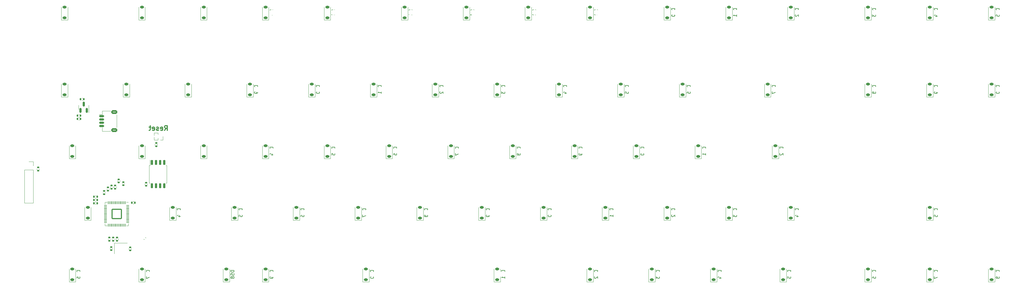
<source format=gbr>
%TF.GenerationSoftware,KiCad,Pcbnew,(7.0.0-0)*%
%TF.CreationDate,2023-07-19T11:54:47-04:00*%
%TF.ProjectId,meadowstumble,6d656164-6f77-4737-9475-6d626c652e6b,rev?*%
%TF.SameCoordinates,Original*%
%TF.FileFunction,Legend,Bot*%
%TF.FilePolarity,Positive*%
%FSLAX46Y46*%
G04 Gerber Fmt 4.6, Leading zero omitted, Abs format (unit mm)*
G04 Created by KiCad (PCBNEW (7.0.0-0)) date 2023-07-19 11:54:47*
%MOMM*%
%LPD*%
G01*
G04 APERTURE LIST*
G04 Aperture macros list*
%AMRoundRect*
0 Rectangle with rounded corners*
0 $1 Rounding radius*
0 $2 $3 $4 $5 $6 $7 $8 $9 X,Y pos of 4 corners*
0 Add a 4 corners polygon primitive as box body*
4,1,4,$2,$3,$4,$5,$6,$7,$8,$9,$2,$3,0*
0 Add four circle primitives for the rounded corners*
1,1,$1+$1,$2,$3*
1,1,$1+$1,$4,$5*
1,1,$1+$1,$6,$7*
1,1,$1+$1,$8,$9*
0 Add four rect primitives between the rounded corners*
20,1,$1+$1,$2,$3,$4,$5,0*
20,1,$1+$1,$4,$5,$6,$7,0*
20,1,$1+$1,$6,$7,$8,$9,0*
20,1,$1+$1,$8,$9,$2,$3,0*%
G04 Aperture macros list end*
%ADD10C,0.300000*%
%ADD11C,0.150000*%
%ADD12C,0.120000*%
%ADD13C,3.987800*%
%ADD14C,3.048000*%
%ADD15C,1.750000*%
%ADD16C,2.250000*%
%ADD17RoundRect,0.135000X-0.185000X0.135000X-0.185000X-0.135000X0.185000X-0.135000X0.185000X0.135000X0*%
%ADD18RoundRect,0.140000X0.170000X-0.140000X0.170000X0.140000X-0.170000X0.140000X-0.170000X-0.140000X0*%
%ADD19RoundRect,0.140000X0.140000X0.170000X-0.140000X0.170000X-0.140000X-0.170000X0.140000X-0.170000X0*%
%ADD20RoundRect,0.225000X0.375000X-0.225000X0.375000X0.225000X-0.375000X0.225000X-0.375000X-0.225000X0*%
%ADD21RoundRect,0.140000X-0.140000X-0.170000X0.140000X-0.170000X0.140000X0.170000X-0.140000X0.170000X0*%
%ADD22RoundRect,0.135000X0.185000X-0.135000X0.185000X0.135000X-0.185000X0.135000X-0.185000X-0.135000X0*%
%ADD23R,1.400000X1.200000*%
%ADD24RoundRect,0.140000X-0.170000X0.140000X-0.170000X-0.140000X0.170000X-0.140000X0.170000X0.140000X0*%
%ADD25RoundRect,0.150000X-0.150000X0.650000X-0.150000X-0.650000X0.150000X-0.650000X0.150000X0.650000X0*%
%ADD26RoundRect,0.050000X0.387500X0.050000X-0.387500X0.050000X-0.387500X-0.050000X0.387500X-0.050000X0*%
%ADD27RoundRect,0.050000X0.050000X0.387500X-0.050000X0.387500X-0.050000X-0.387500X0.050000X-0.387500X0*%
%ADD28RoundRect,0.144000X1.456000X1.456000X-1.456000X1.456000X-1.456000X-1.456000X1.456000X-1.456000X0*%
%ADD29R,1.000000X1.000000*%
%ADD30O,1.000000X1.000000*%
%ADD31R,1.700000X1.700000*%
%ADD32O,1.700000X1.700000*%
%ADD33RoundRect,0.150000X0.150000X-0.587500X0.150000X0.587500X-0.150000X0.587500X-0.150000X-0.587500X0*%
%ADD34RoundRect,0.140000X-0.219203X-0.021213X-0.021213X-0.219203X0.219203X0.021213X0.021213X0.219203X0*%
%ADD35RoundRect,0.150000X-0.625000X0.150000X-0.625000X-0.150000X0.625000X-0.150000X0.625000X0.150000X0*%
%ADD36RoundRect,0.250000X-0.650000X0.350000X-0.650000X-0.350000X0.650000X-0.350000X0.650000X0.350000X0*%
G04 APERTURE END LIST*
D10*
X89335714Y-121023571D02*
X89835714Y-120309285D01*
X90192857Y-121023571D02*
X90192857Y-119523571D01*
X90192857Y-119523571D02*
X89621428Y-119523571D01*
X89621428Y-119523571D02*
X89478571Y-119595000D01*
X89478571Y-119595000D02*
X89407142Y-119666428D01*
X89407142Y-119666428D02*
X89335714Y-119809285D01*
X89335714Y-119809285D02*
X89335714Y-120023571D01*
X89335714Y-120023571D02*
X89407142Y-120166428D01*
X89407142Y-120166428D02*
X89478571Y-120237857D01*
X89478571Y-120237857D02*
X89621428Y-120309285D01*
X89621428Y-120309285D02*
X90192857Y-120309285D01*
X88121428Y-120952142D02*
X88264285Y-121023571D01*
X88264285Y-121023571D02*
X88550000Y-121023571D01*
X88550000Y-121023571D02*
X88692857Y-120952142D01*
X88692857Y-120952142D02*
X88764285Y-120809285D01*
X88764285Y-120809285D02*
X88764285Y-120237857D01*
X88764285Y-120237857D02*
X88692857Y-120095000D01*
X88692857Y-120095000D02*
X88550000Y-120023571D01*
X88550000Y-120023571D02*
X88264285Y-120023571D01*
X88264285Y-120023571D02*
X88121428Y-120095000D01*
X88121428Y-120095000D02*
X88050000Y-120237857D01*
X88050000Y-120237857D02*
X88050000Y-120380714D01*
X88050000Y-120380714D02*
X88764285Y-120523571D01*
X87478571Y-120952142D02*
X87335714Y-121023571D01*
X87335714Y-121023571D02*
X87050000Y-121023571D01*
X87050000Y-121023571D02*
X86907143Y-120952142D01*
X86907143Y-120952142D02*
X86835714Y-120809285D01*
X86835714Y-120809285D02*
X86835714Y-120737857D01*
X86835714Y-120737857D02*
X86907143Y-120595000D01*
X86907143Y-120595000D02*
X87050000Y-120523571D01*
X87050000Y-120523571D02*
X87264286Y-120523571D01*
X87264286Y-120523571D02*
X87407143Y-120452142D01*
X87407143Y-120452142D02*
X87478571Y-120309285D01*
X87478571Y-120309285D02*
X87478571Y-120237857D01*
X87478571Y-120237857D02*
X87407143Y-120095000D01*
X87407143Y-120095000D02*
X87264286Y-120023571D01*
X87264286Y-120023571D02*
X87050000Y-120023571D01*
X87050000Y-120023571D02*
X86907143Y-120095000D01*
X85621428Y-120952142D02*
X85764285Y-121023571D01*
X85764285Y-121023571D02*
X86050000Y-121023571D01*
X86050000Y-121023571D02*
X86192857Y-120952142D01*
X86192857Y-120952142D02*
X86264285Y-120809285D01*
X86264285Y-120809285D02*
X86264285Y-120237857D01*
X86264285Y-120237857D02*
X86192857Y-120095000D01*
X86192857Y-120095000D02*
X86050000Y-120023571D01*
X86050000Y-120023571D02*
X85764285Y-120023571D01*
X85764285Y-120023571D02*
X85621428Y-120095000D01*
X85621428Y-120095000D02*
X85550000Y-120237857D01*
X85550000Y-120237857D02*
X85550000Y-120380714D01*
X85550000Y-120380714D02*
X86264285Y-120523571D01*
X85121428Y-120023571D02*
X84550000Y-120023571D01*
X84907143Y-119523571D02*
X84907143Y-120809285D01*
X84907143Y-120809285D02*
X84835714Y-120952142D01*
X84835714Y-120952142D02*
X84692857Y-121023571D01*
X84692857Y-121023571D02*
X84550000Y-121023571D01*
D11*
%TO.C,D14*%
X327592380Y-83298214D02*
X326592380Y-83298214D01*
X326592380Y-83298214D02*
X326592380Y-83536309D01*
X326592380Y-83536309D02*
X326640000Y-83679166D01*
X326640000Y-83679166D02*
X326735238Y-83774404D01*
X326735238Y-83774404D02*
X326830476Y-83822023D01*
X326830476Y-83822023D02*
X327020952Y-83869642D01*
X327020952Y-83869642D02*
X327163809Y-83869642D01*
X327163809Y-83869642D02*
X327354285Y-83822023D01*
X327354285Y-83822023D02*
X327449523Y-83774404D01*
X327449523Y-83774404D02*
X327544761Y-83679166D01*
X327544761Y-83679166D02*
X327592380Y-83536309D01*
X327592380Y-83536309D02*
X327592380Y-83298214D01*
X327592380Y-84822023D02*
X327592380Y-84250595D01*
X327592380Y-84536309D02*
X326592380Y-84536309D01*
X326592380Y-84536309D02*
X326735238Y-84441071D01*
X326735238Y-84441071D02*
X326830476Y-84345833D01*
X326830476Y-84345833D02*
X326878095Y-84250595D01*
X326925714Y-85679166D02*
X327592380Y-85679166D01*
X326544761Y-85441071D02*
X327259047Y-85202976D01*
X327259047Y-85202976D02*
X327259047Y-85822023D01*
%TO.C,D46*%
X132329880Y-145210714D02*
X131329880Y-145210714D01*
X131329880Y-145210714D02*
X131329880Y-145448809D01*
X131329880Y-145448809D02*
X131377500Y-145591666D01*
X131377500Y-145591666D02*
X131472738Y-145686904D01*
X131472738Y-145686904D02*
X131567976Y-145734523D01*
X131567976Y-145734523D02*
X131758452Y-145782142D01*
X131758452Y-145782142D02*
X131901309Y-145782142D01*
X131901309Y-145782142D02*
X132091785Y-145734523D01*
X132091785Y-145734523D02*
X132187023Y-145686904D01*
X132187023Y-145686904D02*
X132282261Y-145591666D01*
X132282261Y-145591666D02*
X132329880Y-145448809D01*
X132329880Y-145448809D02*
X132329880Y-145210714D01*
X131663214Y-146639285D02*
X132329880Y-146639285D01*
X131282261Y-146401190D02*
X131996547Y-146163095D01*
X131996547Y-146163095D02*
X131996547Y-146782142D01*
X131329880Y-147591666D02*
X131329880Y-147401190D01*
X131329880Y-147401190D02*
X131377500Y-147305952D01*
X131377500Y-147305952D02*
X131425119Y-147258333D01*
X131425119Y-147258333D02*
X131567976Y-147163095D01*
X131567976Y-147163095D02*
X131758452Y-147115476D01*
X131758452Y-147115476D02*
X132139404Y-147115476D01*
X132139404Y-147115476D02*
X132234642Y-147163095D01*
X132234642Y-147163095D02*
X132282261Y-147210714D01*
X132282261Y-147210714D02*
X132329880Y-147305952D01*
X132329880Y-147305952D02*
X132329880Y-147496428D01*
X132329880Y-147496428D02*
X132282261Y-147591666D01*
X132282261Y-147591666D02*
X132234642Y-147639285D01*
X132234642Y-147639285D02*
X132139404Y-147686904D01*
X132139404Y-147686904D02*
X131901309Y-147686904D01*
X131901309Y-147686904D02*
X131806071Y-147639285D01*
X131806071Y-147639285D02*
X131758452Y-147591666D01*
X131758452Y-147591666D02*
X131710833Y-147496428D01*
X131710833Y-147496428D02*
X131710833Y-147305952D01*
X131710833Y-147305952D02*
X131758452Y-147210714D01*
X131758452Y-147210714D02*
X131806071Y-147163095D01*
X131806071Y-147163095D02*
X131901309Y-147115476D01*
%TO.C,D53*%
X265679880Y-145210714D02*
X264679880Y-145210714D01*
X264679880Y-145210714D02*
X264679880Y-145448809D01*
X264679880Y-145448809D02*
X264727500Y-145591666D01*
X264727500Y-145591666D02*
X264822738Y-145686904D01*
X264822738Y-145686904D02*
X264917976Y-145734523D01*
X264917976Y-145734523D02*
X265108452Y-145782142D01*
X265108452Y-145782142D02*
X265251309Y-145782142D01*
X265251309Y-145782142D02*
X265441785Y-145734523D01*
X265441785Y-145734523D02*
X265537023Y-145686904D01*
X265537023Y-145686904D02*
X265632261Y-145591666D01*
X265632261Y-145591666D02*
X265679880Y-145448809D01*
X265679880Y-145448809D02*
X265679880Y-145210714D01*
X264679880Y-146686904D02*
X264679880Y-146210714D01*
X264679880Y-146210714D02*
X265156071Y-146163095D01*
X265156071Y-146163095D02*
X265108452Y-146210714D01*
X265108452Y-146210714D02*
X265060833Y-146305952D01*
X265060833Y-146305952D02*
X265060833Y-146544047D01*
X265060833Y-146544047D02*
X265108452Y-146639285D01*
X265108452Y-146639285D02*
X265156071Y-146686904D01*
X265156071Y-146686904D02*
X265251309Y-146734523D01*
X265251309Y-146734523D02*
X265489404Y-146734523D01*
X265489404Y-146734523D02*
X265584642Y-146686904D01*
X265584642Y-146686904D02*
X265632261Y-146639285D01*
X265632261Y-146639285D02*
X265679880Y-146544047D01*
X265679880Y-146544047D02*
X265679880Y-146305952D01*
X265679880Y-146305952D02*
X265632261Y-146210714D01*
X265632261Y-146210714D02*
X265584642Y-146163095D01*
X264679880Y-147067857D02*
X264679880Y-147686904D01*
X264679880Y-147686904D02*
X265060833Y-147353571D01*
X265060833Y-147353571D02*
X265060833Y-147496428D01*
X265060833Y-147496428D02*
X265108452Y-147591666D01*
X265108452Y-147591666D02*
X265156071Y-147639285D01*
X265156071Y-147639285D02*
X265251309Y-147686904D01*
X265251309Y-147686904D02*
X265489404Y-147686904D01*
X265489404Y-147686904D02*
X265584642Y-147639285D01*
X265584642Y-147639285D02*
X265632261Y-147591666D01*
X265632261Y-147591666D02*
X265679880Y-147496428D01*
X265679880Y-147496428D02*
X265679880Y-147210714D01*
X265679880Y-147210714D02*
X265632261Y-147115476D01*
X265632261Y-147115476D02*
X265584642Y-147067857D01*
%TO.C,D23*%
X194242380Y-107110714D02*
X193242380Y-107110714D01*
X193242380Y-107110714D02*
X193242380Y-107348809D01*
X193242380Y-107348809D02*
X193290000Y-107491666D01*
X193290000Y-107491666D02*
X193385238Y-107586904D01*
X193385238Y-107586904D02*
X193480476Y-107634523D01*
X193480476Y-107634523D02*
X193670952Y-107682142D01*
X193670952Y-107682142D02*
X193813809Y-107682142D01*
X193813809Y-107682142D02*
X194004285Y-107634523D01*
X194004285Y-107634523D02*
X194099523Y-107586904D01*
X194099523Y-107586904D02*
X194194761Y-107491666D01*
X194194761Y-107491666D02*
X194242380Y-107348809D01*
X194242380Y-107348809D02*
X194242380Y-107110714D01*
X193337619Y-108063095D02*
X193290000Y-108110714D01*
X193290000Y-108110714D02*
X193242380Y-108205952D01*
X193242380Y-108205952D02*
X193242380Y-108444047D01*
X193242380Y-108444047D02*
X193290000Y-108539285D01*
X193290000Y-108539285D02*
X193337619Y-108586904D01*
X193337619Y-108586904D02*
X193432857Y-108634523D01*
X193432857Y-108634523D02*
X193528095Y-108634523D01*
X193528095Y-108634523D02*
X193670952Y-108586904D01*
X193670952Y-108586904D02*
X194242380Y-108015476D01*
X194242380Y-108015476D02*
X194242380Y-108634523D01*
X193242380Y-108967857D02*
X193242380Y-109586904D01*
X193242380Y-109586904D02*
X193623333Y-109253571D01*
X193623333Y-109253571D02*
X193623333Y-109396428D01*
X193623333Y-109396428D02*
X193670952Y-109491666D01*
X193670952Y-109491666D02*
X193718571Y-109539285D01*
X193718571Y-109539285D02*
X193813809Y-109586904D01*
X193813809Y-109586904D02*
X194051904Y-109586904D01*
X194051904Y-109586904D02*
X194147142Y-109539285D01*
X194147142Y-109539285D02*
X194194761Y-109491666D01*
X194194761Y-109491666D02*
X194242380Y-109396428D01*
X194242380Y-109396428D02*
X194242380Y-109110714D01*
X194242380Y-109110714D02*
X194194761Y-109015476D01*
X194194761Y-109015476D02*
X194147142Y-108967857D01*
%TO.C,D56*%
X63273630Y-164260714D02*
X62273630Y-164260714D01*
X62273630Y-164260714D02*
X62273630Y-164498809D01*
X62273630Y-164498809D02*
X62321250Y-164641666D01*
X62321250Y-164641666D02*
X62416488Y-164736904D01*
X62416488Y-164736904D02*
X62511726Y-164784523D01*
X62511726Y-164784523D02*
X62702202Y-164832142D01*
X62702202Y-164832142D02*
X62845059Y-164832142D01*
X62845059Y-164832142D02*
X63035535Y-164784523D01*
X63035535Y-164784523D02*
X63130773Y-164736904D01*
X63130773Y-164736904D02*
X63226011Y-164641666D01*
X63226011Y-164641666D02*
X63273630Y-164498809D01*
X63273630Y-164498809D02*
X63273630Y-164260714D01*
X62273630Y-165736904D02*
X62273630Y-165260714D01*
X62273630Y-165260714D02*
X62749821Y-165213095D01*
X62749821Y-165213095D02*
X62702202Y-165260714D01*
X62702202Y-165260714D02*
X62654583Y-165355952D01*
X62654583Y-165355952D02*
X62654583Y-165594047D01*
X62654583Y-165594047D02*
X62702202Y-165689285D01*
X62702202Y-165689285D02*
X62749821Y-165736904D01*
X62749821Y-165736904D02*
X62845059Y-165784523D01*
X62845059Y-165784523D02*
X63083154Y-165784523D01*
X63083154Y-165784523D02*
X63178392Y-165736904D01*
X63178392Y-165736904D02*
X63226011Y-165689285D01*
X63226011Y-165689285D02*
X63273630Y-165594047D01*
X63273630Y-165594047D02*
X63273630Y-165355952D01*
X63273630Y-165355952D02*
X63226011Y-165260714D01*
X63226011Y-165260714D02*
X63178392Y-165213095D01*
X62273630Y-166641666D02*
X62273630Y-166451190D01*
X62273630Y-166451190D02*
X62321250Y-166355952D01*
X62321250Y-166355952D02*
X62368869Y-166308333D01*
X62368869Y-166308333D02*
X62511726Y-166213095D01*
X62511726Y-166213095D02*
X62702202Y-166165476D01*
X62702202Y-166165476D02*
X63083154Y-166165476D01*
X63083154Y-166165476D02*
X63178392Y-166213095D01*
X63178392Y-166213095D02*
X63226011Y-166260714D01*
X63226011Y-166260714D02*
X63273630Y-166355952D01*
X63273630Y-166355952D02*
X63273630Y-166546428D01*
X63273630Y-166546428D02*
X63226011Y-166641666D01*
X63226011Y-166641666D02*
X63178392Y-166689285D01*
X63178392Y-166689285D02*
X63083154Y-166736904D01*
X63083154Y-166736904D02*
X62845059Y-166736904D01*
X62845059Y-166736904D02*
X62749821Y-166689285D01*
X62749821Y-166689285D02*
X62702202Y-166641666D01*
X62702202Y-166641666D02*
X62654583Y-166546428D01*
X62654583Y-166546428D02*
X62654583Y-166355952D01*
X62654583Y-166355952D02*
X62702202Y-166260714D01*
X62702202Y-166260714D02*
X62749821Y-166213095D01*
X62749821Y-166213095D02*
X62845059Y-166165476D01*
%TO.C,D68*%
X346642380Y-164260714D02*
X345642380Y-164260714D01*
X345642380Y-164260714D02*
X345642380Y-164498809D01*
X345642380Y-164498809D02*
X345690000Y-164641666D01*
X345690000Y-164641666D02*
X345785238Y-164736904D01*
X345785238Y-164736904D02*
X345880476Y-164784523D01*
X345880476Y-164784523D02*
X346070952Y-164832142D01*
X346070952Y-164832142D02*
X346213809Y-164832142D01*
X346213809Y-164832142D02*
X346404285Y-164784523D01*
X346404285Y-164784523D02*
X346499523Y-164736904D01*
X346499523Y-164736904D02*
X346594761Y-164641666D01*
X346594761Y-164641666D02*
X346642380Y-164498809D01*
X346642380Y-164498809D02*
X346642380Y-164260714D01*
X345642380Y-165689285D02*
X345642380Y-165498809D01*
X345642380Y-165498809D02*
X345690000Y-165403571D01*
X345690000Y-165403571D02*
X345737619Y-165355952D01*
X345737619Y-165355952D02*
X345880476Y-165260714D01*
X345880476Y-165260714D02*
X346070952Y-165213095D01*
X346070952Y-165213095D02*
X346451904Y-165213095D01*
X346451904Y-165213095D02*
X346547142Y-165260714D01*
X346547142Y-165260714D02*
X346594761Y-165308333D01*
X346594761Y-165308333D02*
X346642380Y-165403571D01*
X346642380Y-165403571D02*
X346642380Y-165594047D01*
X346642380Y-165594047D02*
X346594761Y-165689285D01*
X346594761Y-165689285D02*
X346547142Y-165736904D01*
X346547142Y-165736904D02*
X346451904Y-165784523D01*
X346451904Y-165784523D02*
X346213809Y-165784523D01*
X346213809Y-165784523D02*
X346118571Y-165736904D01*
X346118571Y-165736904D02*
X346070952Y-165689285D01*
X346070952Y-165689285D02*
X346023333Y-165594047D01*
X346023333Y-165594047D02*
X346023333Y-165403571D01*
X346023333Y-165403571D02*
X346070952Y-165308333D01*
X346070952Y-165308333D02*
X346118571Y-165260714D01*
X346118571Y-165260714D02*
X346213809Y-165213095D01*
X346070952Y-166355952D02*
X346023333Y-166260714D01*
X346023333Y-166260714D02*
X345975714Y-166213095D01*
X345975714Y-166213095D02*
X345880476Y-166165476D01*
X345880476Y-166165476D02*
X345832857Y-166165476D01*
X345832857Y-166165476D02*
X345737619Y-166213095D01*
X345737619Y-166213095D02*
X345690000Y-166260714D01*
X345690000Y-166260714D02*
X345642380Y-166355952D01*
X345642380Y-166355952D02*
X345642380Y-166546428D01*
X345642380Y-166546428D02*
X345690000Y-166641666D01*
X345690000Y-166641666D02*
X345737619Y-166689285D01*
X345737619Y-166689285D02*
X345832857Y-166736904D01*
X345832857Y-166736904D02*
X345880476Y-166736904D01*
X345880476Y-166736904D02*
X345975714Y-166689285D01*
X345975714Y-166689285D02*
X346023333Y-166641666D01*
X346023333Y-166641666D02*
X346070952Y-166546428D01*
X346070952Y-166546428D02*
X346070952Y-166355952D01*
X346070952Y-166355952D02*
X346118571Y-166260714D01*
X346118571Y-166260714D02*
X346166190Y-166213095D01*
X346166190Y-166213095D02*
X346261428Y-166165476D01*
X346261428Y-166165476D02*
X346451904Y-166165476D01*
X346451904Y-166165476D02*
X346547142Y-166213095D01*
X346547142Y-166213095D02*
X346594761Y-166260714D01*
X346594761Y-166260714D02*
X346642380Y-166355952D01*
X346642380Y-166355952D02*
X346642380Y-166546428D01*
X346642380Y-166546428D02*
X346594761Y-166641666D01*
X346594761Y-166641666D02*
X346547142Y-166689285D01*
X346547142Y-166689285D02*
X346451904Y-166736904D01*
X346451904Y-166736904D02*
X346261428Y-166736904D01*
X346261428Y-166736904D02*
X346166190Y-166689285D01*
X346166190Y-166689285D02*
X346118571Y-166641666D01*
X346118571Y-166641666D02*
X346070952Y-166546428D01*
%TO.C,D67*%
X327592380Y-164260714D02*
X326592380Y-164260714D01*
X326592380Y-164260714D02*
X326592380Y-164498809D01*
X326592380Y-164498809D02*
X326640000Y-164641666D01*
X326640000Y-164641666D02*
X326735238Y-164736904D01*
X326735238Y-164736904D02*
X326830476Y-164784523D01*
X326830476Y-164784523D02*
X327020952Y-164832142D01*
X327020952Y-164832142D02*
X327163809Y-164832142D01*
X327163809Y-164832142D02*
X327354285Y-164784523D01*
X327354285Y-164784523D02*
X327449523Y-164736904D01*
X327449523Y-164736904D02*
X327544761Y-164641666D01*
X327544761Y-164641666D02*
X327592380Y-164498809D01*
X327592380Y-164498809D02*
X327592380Y-164260714D01*
X326592380Y-165689285D02*
X326592380Y-165498809D01*
X326592380Y-165498809D02*
X326640000Y-165403571D01*
X326640000Y-165403571D02*
X326687619Y-165355952D01*
X326687619Y-165355952D02*
X326830476Y-165260714D01*
X326830476Y-165260714D02*
X327020952Y-165213095D01*
X327020952Y-165213095D02*
X327401904Y-165213095D01*
X327401904Y-165213095D02*
X327497142Y-165260714D01*
X327497142Y-165260714D02*
X327544761Y-165308333D01*
X327544761Y-165308333D02*
X327592380Y-165403571D01*
X327592380Y-165403571D02*
X327592380Y-165594047D01*
X327592380Y-165594047D02*
X327544761Y-165689285D01*
X327544761Y-165689285D02*
X327497142Y-165736904D01*
X327497142Y-165736904D02*
X327401904Y-165784523D01*
X327401904Y-165784523D02*
X327163809Y-165784523D01*
X327163809Y-165784523D02*
X327068571Y-165736904D01*
X327068571Y-165736904D02*
X327020952Y-165689285D01*
X327020952Y-165689285D02*
X326973333Y-165594047D01*
X326973333Y-165594047D02*
X326973333Y-165403571D01*
X326973333Y-165403571D02*
X327020952Y-165308333D01*
X327020952Y-165308333D02*
X327068571Y-165260714D01*
X327068571Y-165260714D02*
X327163809Y-165213095D01*
X326592380Y-166117857D02*
X326592380Y-166784523D01*
X326592380Y-166784523D02*
X327592380Y-166355952D01*
%TO.C,D7*%
X184717380Y-83774405D02*
X183717380Y-83774405D01*
X183717380Y-83774405D02*
X183717380Y-84012500D01*
X183717380Y-84012500D02*
X183765000Y-84155357D01*
X183765000Y-84155357D02*
X183860238Y-84250595D01*
X183860238Y-84250595D02*
X183955476Y-84298214D01*
X183955476Y-84298214D02*
X184145952Y-84345833D01*
X184145952Y-84345833D02*
X184288809Y-84345833D01*
X184288809Y-84345833D02*
X184479285Y-84298214D01*
X184479285Y-84298214D02*
X184574523Y-84250595D01*
X184574523Y-84250595D02*
X184669761Y-84155357D01*
X184669761Y-84155357D02*
X184717380Y-84012500D01*
X184717380Y-84012500D02*
X184717380Y-83774405D01*
X183717380Y-84679167D02*
X183717380Y-85345833D01*
X183717380Y-85345833D02*
X184717380Y-84917262D01*
%TO.C,D51*%
X227579880Y-145210714D02*
X226579880Y-145210714D01*
X226579880Y-145210714D02*
X226579880Y-145448809D01*
X226579880Y-145448809D02*
X226627500Y-145591666D01*
X226627500Y-145591666D02*
X226722738Y-145686904D01*
X226722738Y-145686904D02*
X226817976Y-145734523D01*
X226817976Y-145734523D02*
X227008452Y-145782142D01*
X227008452Y-145782142D02*
X227151309Y-145782142D01*
X227151309Y-145782142D02*
X227341785Y-145734523D01*
X227341785Y-145734523D02*
X227437023Y-145686904D01*
X227437023Y-145686904D02*
X227532261Y-145591666D01*
X227532261Y-145591666D02*
X227579880Y-145448809D01*
X227579880Y-145448809D02*
X227579880Y-145210714D01*
X226579880Y-146686904D02*
X226579880Y-146210714D01*
X226579880Y-146210714D02*
X227056071Y-146163095D01*
X227056071Y-146163095D02*
X227008452Y-146210714D01*
X227008452Y-146210714D02*
X226960833Y-146305952D01*
X226960833Y-146305952D02*
X226960833Y-146544047D01*
X226960833Y-146544047D02*
X227008452Y-146639285D01*
X227008452Y-146639285D02*
X227056071Y-146686904D01*
X227056071Y-146686904D02*
X227151309Y-146734523D01*
X227151309Y-146734523D02*
X227389404Y-146734523D01*
X227389404Y-146734523D02*
X227484642Y-146686904D01*
X227484642Y-146686904D02*
X227532261Y-146639285D01*
X227532261Y-146639285D02*
X227579880Y-146544047D01*
X227579880Y-146544047D02*
X227579880Y-146305952D01*
X227579880Y-146305952D02*
X227532261Y-146210714D01*
X227532261Y-146210714D02*
X227484642Y-146163095D01*
X227579880Y-147686904D02*
X227579880Y-147115476D01*
X227579880Y-147401190D02*
X226579880Y-147401190D01*
X226579880Y-147401190D02*
X226722738Y-147305952D01*
X226722738Y-147305952D02*
X226817976Y-147210714D01*
X226817976Y-147210714D02*
X226865595Y-147115476D01*
%TO.C,D41*%
X256154880Y-126160714D02*
X255154880Y-126160714D01*
X255154880Y-126160714D02*
X255154880Y-126398809D01*
X255154880Y-126398809D02*
X255202500Y-126541666D01*
X255202500Y-126541666D02*
X255297738Y-126636904D01*
X255297738Y-126636904D02*
X255392976Y-126684523D01*
X255392976Y-126684523D02*
X255583452Y-126732142D01*
X255583452Y-126732142D02*
X255726309Y-126732142D01*
X255726309Y-126732142D02*
X255916785Y-126684523D01*
X255916785Y-126684523D02*
X256012023Y-126636904D01*
X256012023Y-126636904D02*
X256107261Y-126541666D01*
X256107261Y-126541666D02*
X256154880Y-126398809D01*
X256154880Y-126398809D02*
X256154880Y-126160714D01*
X255488214Y-127589285D02*
X256154880Y-127589285D01*
X255107261Y-127351190D02*
X255821547Y-127113095D01*
X255821547Y-127113095D02*
X255821547Y-127732142D01*
X256154880Y-128636904D02*
X256154880Y-128065476D01*
X256154880Y-128351190D02*
X255154880Y-128351190D01*
X255154880Y-128351190D02*
X255297738Y-128255952D01*
X255297738Y-128255952D02*
X255392976Y-128160714D01*
X255392976Y-128160714D02*
X255440595Y-128065476D01*
%TO.C,D34*%
X122804880Y-126160714D02*
X121804880Y-126160714D01*
X121804880Y-126160714D02*
X121804880Y-126398809D01*
X121804880Y-126398809D02*
X121852500Y-126541666D01*
X121852500Y-126541666D02*
X121947738Y-126636904D01*
X121947738Y-126636904D02*
X122042976Y-126684523D01*
X122042976Y-126684523D02*
X122233452Y-126732142D01*
X122233452Y-126732142D02*
X122376309Y-126732142D01*
X122376309Y-126732142D02*
X122566785Y-126684523D01*
X122566785Y-126684523D02*
X122662023Y-126636904D01*
X122662023Y-126636904D02*
X122757261Y-126541666D01*
X122757261Y-126541666D02*
X122804880Y-126398809D01*
X122804880Y-126398809D02*
X122804880Y-126160714D01*
X121804880Y-127065476D02*
X121804880Y-127684523D01*
X121804880Y-127684523D02*
X122185833Y-127351190D01*
X122185833Y-127351190D02*
X122185833Y-127494047D01*
X122185833Y-127494047D02*
X122233452Y-127589285D01*
X122233452Y-127589285D02*
X122281071Y-127636904D01*
X122281071Y-127636904D02*
X122376309Y-127684523D01*
X122376309Y-127684523D02*
X122614404Y-127684523D01*
X122614404Y-127684523D02*
X122709642Y-127636904D01*
X122709642Y-127636904D02*
X122757261Y-127589285D01*
X122757261Y-127589285D02*
X122804880Y-127494047D01*
X122804880Y-127494047D02*
X122804880Y-127208333D01*
X122804880Y-127208333D02*
X122757261Y-127113095D01*
X122757261Y-127113095D02*
X122709642Y-127065476D01*
X122138214Y-128541666D02*
X122804880Y-128541666D01*
X121757261Y-128303571D02*
X122471547Y-128065476D01*
X122471547Y-128065476D02*
X122471547Y-128684523D01*
%TO.C,D59*%
X122804880Y-164260714D02*
X121804880Y-164260714D01*
X121804880Y-164260714D02*
X121804880Y-164498809D01*
X121804880Y-164498809D02*
X121852500Y-164641666D01*
X121852500Y-164641666D02*
X121947738Y-164736904D01*
X121947738Y-164736904D02*
X122042976Y-164784523D01*
X122042976Y-164784523D02*
X122233452Y-164832142D01*
X122233452Y-164832142D02*
X122376309Y-164832142D01*
X122376309Y-164832142D02*
X122566785Y-164784523D01*
X122566785Y-164784523D02*
X122662023Y-164736904D01*
X122662023Y-164736904D02*
X122757261Y-164641666D01*
X122757261Y-164641666D02*
X122804880Y-164498809D01*
X122804880Y-164498809D02*
X122804880Y-164260714D01*
X121804880Y-165736904D02*
X121804880Y-165260714D01*
X121804880Y-165260714D02*
X122281071Y-165213095D01*
X122281071Y-165213095D02*
X122233452Y-165260714D01*
X122233452Y-165260714D02*
X122185833Y-165355952D01*
X122185833Y-165355952D02*
X122185833Y-165594047D01*
X122185833Y-165594047D02*
X122233452Y-165689285D01*
X122233452Y-165689285D02*
X122281071Y-165736904D01*
X122281071Y-165736904D02*
X122376309Y-165784523D01*
X122376309Y-165784523D02*
X122614404Y-165784523D01*
X122614404Y-165784523D02*
X122709642Y-165736904D01*
X122709642Y-165736904D02*
X122757261Y-165689285D01*
X122757261Y-165689285D02*
X122804880Y-165594047D01*
X122804880Y-165594047D02*
X122804880Y-165355952D01*
X122804880Y-165355952D02*
X122757261Y-165260714D01*
X122757261Y-165260714D02*
X122709642Y-165213095D01*
X122804880Y-166260714D02*
X122804880Y-166451190D01*
X122804880Y-166451190D02*
X122757261Y-166546428D01*
X122757261Y-166546428D02*
X122709642Y-166594047D01*
X122709642Y-166594047D02*
X122566785Y-166689285D01*
X122566785Y-166689285D02*
X122376309Y-166736904D01*
X122376309Y-166736904D02*
X121995357Y-166736904D01*
X121995357Y-166736904D02*
X121900119Y-166689285D01*
X121900119Y-166689285D02*
X121852500Y-166641666D01*
X121852500Y-166641666D02*
X121804880Y-166546428D01*
X121804880Y-166546428D02*
X121804880Y-166355952D01*
X121804880Y-166355952D02*
X121852500Y-166260714D01*
X121852500Y-166260714D02*
X121900119Y-166213095D01*
X121900119Y-166213095D02*
X121995357Y-166165476D01*
X121995357Y-166165476D02*
X122233452Y-166165476D01*
X122233452Y-166165476D02*
X122328690Y-166213095D01*
X122328690Y-166213095D02*
X122376309Y-166260714D01*
X122376309Y-166260714D02*
X122423928Y-166355952D01*
X122423928Y-166355952D02*
X122423928Y-166546428D01*
X122423928Y-166546428D02*
X122376309Y-166641666D01*
X122376309Y-166641666D02*
X122328690Y-166689285D01*
X122328690Y-166689285D02*
X122233452Y-166736904D01*
%TO.C,D8*%
X203767380Y-83774405D02*
X202767380Y-83774405D01*
X202767380Y-83774405D02*
X202767380Y-84012500D01*
X202767380Y-84012500D02*
X202815000Y-84155357D01*
X202815000Y-84155357D02*
X202910238Y-84250595D01*
X202910238Y-84250595D02*
X203005476Y-84298214D01*
X203005476Y-84298214D02*
X203195952Y-84345833D01*
X203195952Y-84345833D02*
X203338809Y-84345833D01*
X203338809Y-84345833D02*
X203529285Y-84298214D01*
X203529285Y-84298214D02*
X203624523Y-84250595D01*
X203624523Y-84250595D02*
X203719761Y-84155357D01*
X203719761Y-84155357D02*
X203767380Y-84012500D01*
X203767380Y-84012500D02*
X203767380Y-83774405D01*
X203195952Y-84917262D02*
X203148333Y-84822024D01*
X203148333Y-84822024D02*
X203100714Y-84774405D01*
X203100714Y-84774405D02*
X203005476Y-84726786D01*
X203005476Y-84726786D02*
X202957857Y-84726786D01*
X202957857Y-84726786D02*
X202862619Y-84774405D01*
X202862619Y-84774405D02*
X202815000Y-84822024D01*
X202815000Y-84822024D02*
X202767380Y-84917262D01*
X202767380Y-84917262D02*
X202767380Y-85107738D01*
X202767380Y-85107738D02*
X202815000Y-85202976D01*
X202815000Y-85202976D02*
X202862619Y-85250595D01*
X202862619Y-85250595D02*
X202957857Y-85298214D01*
X202957857Y-85298214D02*
X203005476Y-85298214D01*
X203005476Y-85298214D02*
X203100714Y-85250595D01*
X203100714Y-85250595D02*
X203148333Y-85202976D01*
X203148333Y-85202976D02*
X203195952Y-85107738D01*
X203195952Y-85107738D02*
X203195952Y-84917262D01*
X203195952Y-84917262D02*
X203243571Y-84822024D01*
X203243571Y-84822024D02*
X203291190Y-84774405D01*
X203291190Y-84774405D02*
X203386428Y-84726786D01*
X203386428Y-84726786D02*
X203576904Y-84726786D01*
X203576904Y-84726786D02*
X203672142Y-84774405D01*
X203672142Y-84774405D02*
X203719761Y-84822024D01*
X203719761Y-84822024D02*
X203767380Y-84917262D01*
X203767380Y-84917262D02*
X203767380Y-85107738D01*
X203767380Y-85107738D02*
X203719761Y-85202976D01*
X203719761Y-85202976D02*
X203672142Y-85250595D01*
X203672142Y-85250595D02*
X203576904Y-85298214D01*
X203576904Y-85298214D02*
X203386428Y-85298214D01*
X203386428Y-85298214D02*
X203291190Y-85250595D01*
X203291190Y-85250595D02*
X203243571Y-85202976D01*
X203243571Y-85202976D02*
X203195952Y-85107738D01*
%TO.C,D57*%
X84704880Y-164260714D02*
X83704880Y-164260714D01*
X83704880Y-164260714D02*
X83704880Y-164498809D01*
X83704880Y-164498809D02*
X83752500Y-164641666D01*
X83752500Y-164641666D02*
X83847738Y-164736904D01*
X83847738Y-164736904D02*
X83942976Y-164784523D01*
X83942976Y-164784523D02*
X84133452Y-164832142D01*
X84133452Y-164832142D02*
X84276309Y-164832142D01*
X84276309Y-164832142D02*
X84466785Y-164784523D01*
X84466785Y-164784523D02*
X84562023Y-164736904D01*
X84562023Y-164736904D02*
X84657261Y-164641666D01*
X84657261Y-164641666D02*
X84704880Y-164498809D01*
X84704880Y-164498809D02*
X84704880Y-164260714D01*
X83704880Y-165736904D02*
X83704880Y-165260714D01*
X83704880Y-165260714D02*
X84181071Y-165213095D01*
X84181071Y-165213095D02*
X84133452Y-165260714D01*
X84133452Y-165260714D02*
X84085833Y-165355952D01*
X84085833Y-165355952D02*
X84085833Y-165594047D01*
X84085833Y-165594047D02*
X84133452Y-165689285D01*
X84133452Y-165689285D02*
X84181071Y-165736904D01*
X84181071Y-165736904D02*
X84276309Y-165784523D01*
X84276309Y-165784523D02*
X84514404Y-165784523D01*
X84514404Y-165784523D02*
X84609642Y-165736904D01*
X84609642Y-165736904D02*
X84657261Y-165689285D01*
X84657261Y-165689285D02*
X84704880Y-165594047D01*
X84704880Y-165594047D02*
X84704880Y-165355952D01*
X84704880Y-165355952D02*
X84657261Y-165260714D01*
X84657261Y-165260714D02*
X84609642Y-165213095D01*
X83704880Y-166117857D02*
X83704880Y-166784523D01*
X83704880Y-166784523D02*
X84704880Y-166355952D01*
%TO.C,D50*%
X208529880Y-145210714D02*
X207529880Y-145210714D01*
X207529880Y-145210714D02*
X207529880Y-145448809D01*
X207529880Y-145448809D02*
X207577500Y-145591666D01*
X207577500Y-145591666D02*
X207672738Y-145686904D01*
X207672738Y-145686904D02*
X207767976Y-145734523D01*
X207767976Y-145734523D02*
X207958452Y-145782142D01*
X207958452Y-145782142D02*
X208101309Y-145782142D01*
X208101309Y-145782142D02*
X208291785Y-145734523D01*
X208291785Y-145734523D02*
X208387023Y-145686904D01*
X208387023Y-145686904D02*
X208482261Y-145591666D01*
X208482261Y-145591666D02*
X208529880Y-145448809D01*
X208529880Y-145448809D02*
X208529880Y-145210714D01*
X207529880Y-146686904D02*
X207529880Y-146210714D01*
X207529880Y-146210714D02*
X208006071Y-146163095D01*
X208006071Y-146163095D02*
X207958452Y-146210714D01*
X207958452Y-146210714D02*
X207910833Y-146305952D01*
X207910833Y-146305952D02*
X207910833Y-146544047D01*
X207910833Y-146544047D02*
X207958452Y-146639285D01*
X207958452Y-146639285D02*
X208006071Y-146686904D01*
X208006071Y-146686904D02*
X208101309Y-146734523D01*
X208101309Y-146734523D02*
X208339404Y-146734523D01*
X208339404Y-146734523D02*
X208434642Y-146686904D01*
X208434642Y-146686904D02*
X208482261Y-146639285D01*
X208482261Y-146639285D02*
X208529880Y-146544047D01*
X208529880Y-146544047D02*
X208529880Y-146305952D01*
X208529880Y-146305952D02*
X208482261Y-146210714D01*
X208482261Y-146210714D02*
X208434642Y-146163095D01*
X207529880Y-147353571D02*
X207529880Y-147448809D01*
X207529880Y-147448809D02*
X207577500Y-147544047D01*
X207577500Y-147544047D02*
X207625119Y-147591666D01*
X207625119Y-147591666D02*
X207720357Y-147639285D01*
X207720357Y-147639285D02*
X207910833Y-147686904D01*
X207910833Y-147686904D02*
X208148928Y-147686904D01*
X208148928Y-147686904D02*
X208339404Y-147639285D01*
X208339404Y-147639285D02*
X208434642Y-147591666D01*
X208434642Y-147591666D02*
X208482261Y-147544047D01*
X208482261Y-147544047D02*
X208529880Y-147448809D01*
X208529880Y-147448809D02*
X208529880Y-147353571D01*
X208529880Y-147353571D02*
X208482261Y-147258333D01*
X208482261Y-147258333D02*
X208434642Y-147210714D01*
X208434642Y-147210714D02*
X208339404Y-147163095D01*
X208339404Y-147163095D02*
X208148928Y-147115476D01*
X208148928Y-147115476D02*
X207910833Y-147115476D01*
X207910833Y-147115476D02*
X207720357Y-147163095D01*
X207720357Y-147163095D02*
X207625119Y-147210714D01*
X207625119Y-147210714D02*
X207577500Y-147258333D01*
X207577500Y-147258333D02*
X207529880Y-147353571D01*
%TO.C,D40*%
X237104880Y-126160714D02*
X236104880Y-126160714D01*
X236104880Y-126160714D02*
X236104880Y-126398809D01*
X236104880Y-126398809D02*
X236152500Y-126541666D01*
X236152500Y-126541666D02*
X236247738Y-126636904D01*
X236247738Y-126636904D02*
X236342976Y-126684523D01*
X236342976Y-126684523D02*
X236533452Y-126732142D01*
X236533452Y-126732142D02*
X236676309Y-126732142D01*
X236676309Y-126732142D02*
X236866785Y-126684523D01*
X236866785Y-126684523D02*
X236962023Y-126636904D01*
X236962023Y-126636904D02*
X237057261Y-126541666D01*
X237057261Y-126541666D02*
X237104880Y-126398809D01*
X237104880Y-126398809D02*
X237104880Y-126160714D01*
X236438214Y-127589285D02*
X237104880Y-127589285D01*
X236057261Y-127351190D02*
X236771547Y-127113095D01*
X236771547Y-127113095D02*
X236771547Y-127732142D01*
X236104880Y-128303571D02*
X236104880Y-128398809D01*
X236104880Y-128398809D02*
X236152500Y-128494047D01*
X236152500Y-128494047D02*
X236200119Y-128541666D01*
X236200119Y-128541666D02*
X236295357Y-128589285D01*
X236295357Y-128589285D02*
X236485833Y-128636904D01*
X236485833Y-128636904D02*
X236723928Y-128636904D01*
X236723928Y-128636904D02*
X236914404Y-128589285D01*
X236914404Y-128589285D02*
X237009642Y-128541666D01*
X237009642Y-128541666D02*
X237057261Y-128494047D01*
X237057261Y-128494047D02*
X237104880Y-128398809D01*
X237104880Y-128398809D02*
X237104880Y-128303571D01*
X237104880Y-128303571D02*
X237057261Y-128208333D01*
X237057261Y-128208333D02*
X237009642Y-128160714D01*
X237009642Y-128160714D02*
X236914404Y-128113095D01*
X236914404Y-128113095D02*
X236723928Y-128065476D01*
X236723928Y-128065476D02*
X236485833Y-128065476D01*
X236485833Y-128065476D02*
X236295357Y-128113095D01*
X236295357Y-128113095D02*
X236200119Y-128160714D01*
X236200119Y-128160714D02*
X236152500Y-128208333D01*
X236152500Y-128208333D02*
X236104880Y-128303571D01*
%TO.C,D5*%
X141854880Y-83774405D02*
X140854880Y-83774405D01*
X140854880Y-83774405D02*
X140854880Y-84012500D01*
X140854880Y-84012500D02*
X140902500Y-84155357D01*
X140902500Y-84155357D02*
X140997738Y-84250595D01*
X140997738Y-84250595D02*
X141092976Y-84298214D01*
X141092976Y-84298214D02*
X141283452Y-84345833D01*
X141283452Y-84345833D02*
X141426309Y-84345833D01*
X141426309Y-84345833D02*
X141616785Y-84298214D01*
X141616785Y-84298214D02*
X141712023Y-84250595D01*
X141712023Y-84250595D02*
X141807261Y-84155357D01*
X141807261Y-84155357D02*
X141854880Y-84012500D01*
X141854880Y-84012500D02*
X141854880Y-83774405D01*
X140854880Y-85250595D02*
X140854880Y-84774405D01*
X140854880Y-84774405D02*
X141331071Y-84726786D01*
X141331071Y-84726786D02*
X141283452Y-84774405D01*
X141283452Y-84774405D02*
X141235833Y-84869643D01*
X141235833Y-84869643D02*
X141235833Y-85107738D01*
X141235833Y-85107738D02*
X141283452Y-85202976D01*
X141283452Y-85202976D02*
X141331071Y-85250595D01*
X141331071Y-85250595D02*
X141426309Y-85298214D01*
X141426309Y-85298214D02*
X141664404Y-85298214D01*
X141664404Y-85298214D02*
X141759642Y-85250595D01*
X141759642Y-85250595D02*
X141807261Y-85202976D01*
X141807261Y-85202976D02*
X141854880Y-85107738D01*
X141854880Y-85107738D02*
X141854880Y-84869643D01*
X141854880Y-84869643D02*
X141807261Y-84774405D01*
X141807261Y-84774405D02*
X141759642Y-84726786D01*
%TO.C,D42*%
X279967380Y-126160714D02*
X278967380Y-126160714D01*
X278967380Y-126160714D02*
X278967380Y-126398809D01*
X278967380Y-126398809D02*
X279015000Y-126541666D01*
X279015000Y-126541666D02*
X279110238Y-126636904D01*
X279110238Y-126636904D02*
X279205476Y-126684523D01*
X279205476Y-126684523D02*
X279395952Y-126732142D01*
X279395952Y-126732142D02*
X279538809Y-126732142D01*
X279538809Y-126732142D02*
X279729285Y-126684523D01*
X279729285Y-126684523D02*
X279824523Y-126636904D01*
X279824523Y-126636904D02*
X279919761Y-126541666D01*
X279919761Y-126541666D02*
X279967380Y-126398809D01*
X279967380Y-126398809D02*
X279967380Y-126160714D01*
X279300714Y-127589285D02*
X279967380Y-127589285D01*
X278919761Y-127351190D02*
X279634047Y-127113095D01*
X279634047Y-127113095D02*
X279634047Y-127732142D01*
X279062619Y-128065476D02*
X279015000Y-128113095D01*
X279015000Y-128113095D02*
X278967380Y-128208333D01*
X278967380Y-128208333D02*
X278967380Y-128446428D01*
X278967380Y-128446428D02*
X279015000Y-128541666D01*
X279015000Y-128541666D02*
X279062619Y-128589285D01*
X279062619Y-128589285D02*
X279157857Y-128636904D01*
X279157857Y-128636904D02*
X279253095Y-128636904D01*
X279253095Y-128636904D02*
X279395952Y-128589285D01*
X279395952Y-128589285D02*
X279967380Y-128017857D01*
X279967380Y-128017857D02*
X279967380Y-128636904D01*
%TO.C,D19*%
X118042380Y-107110714D02*
X117042380Y-107110714D01*
X117042380Y-107110714D02*
X117042380Y-107348809D01*
X117042380Y-107348809D02*
X117090000Y-107491666D01*
X117090000Y-107491666D02*
X117185238Y-107586904D01*
X117185238Y-107586904D02*
X117280476Y-107634523D01*
X117280476Y-107634523D02*
X117470952Y-107682142D01*
X117470952Y-107682142D02*
X117613809Y-107682142D01*
X117613809Y-107682142D02*
X117804285Y-107634523D01*
X117804285Y-107634523D02*
X117899523Y-107586904D01*
X117899523Y-107586904D02*
X117994761Y-107491666D01*
X117994761Y-107491666D02*
X118042380Y-107348809D01*
X118042380Y-107348809D02*
X118042380Y-107110714D01*
X118042380Y-108634523D02*
X118042380Y-108063095D01*
X118042380Y-108348809D02*
X117042380Y-108348809D01*
X117042380Y-108348809D02*
X117185238Y-108253571D01*
X117185238Y-108253571D02*
X117280476Y-108158333D01*
X117280476Y-108158333D02*
X117328095Y-108063095D01*
X118042380Y-109110714D02*
X118042380Y-109301190D01*
X118042380Y-109301190D02*
X117994761Y-109396428D01*
X117994761Y-109396428D02*
X117947142Y-109444047D01*
X117947142Y-109444047D02*
X117804285Y-109539285D01*
X117804285Y-109539285D02*
X117613809Y-109586904D01*
X117613809Y-109586904D02*
X117232857Y-109586904D01*
X117232857Y-109586904D02*
X117137619Y-109539285D01*
X117137619Y-109539285D02*
X117090000Y-109491666D01*
X117090000Y-109491666D02*
X117042380Y-109396428D01*
X117042380Y-109396428D02*
X117042380Y-109205952D01*
X117042380Y-109205952D02*
X117090000Y-109110714D01*
X117090000Y-109110714D02*
X117137619Y-109063095D01*
X117137619Y-109063095D02*
X117232857Y-109015476D01*
X117232857Y-109015476D02*
X117470952Y-109015476D01*
X117470952Y-109015476D02*
X117566190Y-109063095D01*
X117566190Y-109063095D02*
X117613809Y-109110714D01*
X117613809Y-109110714D02*
X117661428Y-109205952D01*
X117661428Y-109205952D02*
X117661428Y-109396428D01*
X117661428Y-109396428D02*
X117613809Y-109491666D01*
X117613809Y-109491666D02*
X117566190Y-109539285D01*
X117566190Y-109539285D02*
X117470952Y-109586904D01*
%TO.C,D6*%
X165667380Y-83774405D02*
X164667380Y-83774405D01*
X164667380Y-83774405D02*
X164667380Y-84012500D01*
X164667380Y-84012500D02*
X164715000Y-84155357D01*
X164715000Y-84155357D02*
X164810238Y-84250595D01*
X164810238Y-84250595D02*
X164905476Y-84298214D01*
X164905476Y-84298214D02*
X165095952Y-84345833D01*
X165095952Y-84345833D02*
X165238809Y-84345833D01*
X165238809Y-84345833D02*
X165429285Y-84298214D01*
X165429285Y-84298214D02*
X165524523Y-84250595D01*
X165524523Y-84250595D02*
X165619761Y-84155357D01*
X165619761Y-84155357D02*
X165667380Y-84012500D01*
X165667380Y-84012500D02*
X165667380Y-83774405D01*
X164667380Y-85202976D02*
X164667380Y-85012500D01*
X164667380Y-85012500D02*
X164715000Y-84917262D01*
X164715000Y-84917262D02*
X164762619Y-84869643D01*
X164762619Y-84869643D02*
X164905476Y-84774405D01*
X164905476Y-84774405D02*
X165095952Y-84726786D01*
X165095952Y-84726786D02*
X165476904Y-84726786D01*
X165476904Y-84726786D02*
X165572142Y-84774405D01*
X165572142Y-84774405D02*
X165619761Y-84822024D01*
X165619761Y-84822024D02*
X165667380Y-84917262D01*
X165667380Y-84917262D02*
X165667380Y-85107738D01*
X165667380Y-85107738D02*
X165619761Y-85202976D01*
X165619761Y-85202976D02*
X165572142Y-85250595D01*
X165572142Y-85250595D02*
X165476904Y-85298214D01*
X165476904Y-85298214D02*
X165238809Y-85298214D01*
X165238809Y-85298214D02*
X165143571Y-85250595D01*
X165143571Y-85250595D02*
X165095952Y-85202976D01*
X165095952Y-85202976D02*
X165048333Y-85107738D01*
X165048333Y-85107738D02*
X165048333Y-84917262D01*
X165048333Y-84917262D02*
X165095952Y-84822024D01*
X165095952Y-84822024D02*
X165143571Y-84774405D01*
X165143571Y-84774405D02*
X165238809Y-84726786D01*
%TO.C,D44*%
X94229880Y-145210714D02*
X93229880Y-145210714D01*
X93229880Y-145210714D02*
X93229880Y-145448809D01*
X93229880Y-145448809D02*
X93277500Y-145591666D01*
X93277500Y-145591666D02*
X93372738Y-145686904D01*
X93372738Y-145686904D02*
X93467976Y-145734523D01*
X93467976Y-145734523D02*
X93658452Y-145782142D01*
X93658452Y-145782142D02*
X93801309Y-145782142D01*
X93801309Y-145782142D02*
X93991785Y-145734523D01*
X93991785Y-145734523D02*
X94087023Y-145686904D01*
X94087023Y-145686904D02*
X94182261Y-145591666D01*
X94182261Y-145591666D02*
X94229880Y-145448809D01*
X94229880Y-145448809D02*
X94229880Y-145210714D01*
X93563214Y-146639285D02*
X94229880Y-146639285D01*
X93182261Y-146401190D02*
X93896547Y-146163095D01*
X93896547Y-146163095D02*
X93896547Y-146782142D01*
X93563214Y-147591666D02*
X94229880Y-147591666D01*
X93182261Y-147353571D02*
X93896547Y-147115476D01*
X93896547Y-147115476D02*
X93896547Y-147734523D01*
%TO.C,D63*%
X241867380Y-164260714D02*
X240867380Y-164260714D01*
X240867380Y-164260714D02*
X240867380Y-164498809D01*
X240867380Y-164498809D02*
X240915000Y-164641666D01*
X240915000Y-164641666D02*
X241010238Y-164736904D01*
X241010238Y-164736904D02*
X241105476Y-164784523D01*
X241105476Y-164784523D02*
X241295952Y-164832142D01*
X241295952Y-164832142D02*
X241438809Y-164832142D01*
X241438809Y-164832142D02*
X241629285Y-164784523D01*
X241629285Y-164784523D02*
X241724523Y-164736904D01*
X241724523Y-164736904D02*
X241819761Y-164641666D01*
X241819761Y-164641666D02*
X241867380Y-164498809D01*
X241867380Y-164498809D02*
X241867380Y-164260714D01*
X240867380Y-165689285D02*
X240867380Y-165498809D01*
X240867380Y-165498809D02*
X240915000Y-165403571D01*
X240915000Y-165403571D02*
X240962619Y-165355952D01*
X240962619Y-165355952D02*
X241105476Y-165260714D01*
X241105476Y-165260714D02*
X241295952Y-165213095D01*
X241295952Y-165213095D02*
X241676904Y-165213095D01*
X241676904Y-165213095D02*
X241772142Y-165260714D01*
X241772142Y-165260714D02*
X241819761Y-165308333D01*
X241819761Y-165308333D02*
X241867380Y-165403571D01*
X241867380Y-165403571D02*
X241867380Y-165594047D01*
X241867380Y-165594047D02*
X241819761Y-165689285D01*
X241819761Y-165689285D02*
X241772142Y-165736904D01*
X241772142Y-165736904D02*
X241676904Y-165784523D01*
X241676904Y-165784523D02*
X241438809Y-165784523D01*
X241438809Y-165784523D02*
X241343571Y-165736904D01*
X241343571Y-165736904D02*
X241295952Y-165689285D01*
X241295952Y-165689285D02*
X241248333Y-165594047D01*
X241248333Y-165594047D02*
X241248333Y-165403571D01*
X241248333Y-165403571D02*
X241295952Y-165308333D01*
X241295952Y-165308333D02*
X241343571Y-165260714D01*
X241343571Y-165260714D02*
X241438809Y-165213095D01*
X240867380Y-166117857D02*
X240867380Y-166736904D01*
X240867380Y-166736904D02*
X241248333Y-166403571D01*
X241248333Y-166403571D02*
X241248333Y-166546428D01*
X241248333Y-166546428D02*
X241295952Y-166641666D01*
X241295952Y-166641666D02*
X241343571Y-166689285D01*
X241343571Y-166689285D02*
X241438809Y-166736904D01*
X241438809Y-166736904D02*
X241676904Y-166736904D01*
X241676904Y-166736904D02*
X241772142Y-166689285D01*
X241772142Y-166689285D02*
X241819761Y-166641666D01*
X241819761Y-166641666D02*
X241867380Y-166546428D01*
X241867380Y-166546428D02*
X241867380Y-166260714D01*
X241867380Y-166260714D02*
X241819761Y-166165476D01*
X241819761Y-166165476D02*
X241772142Y-166117857D01*
%TO.C,D24*%
X213292380Y-107110714D02*
X212292380Y-107110714D01*
X212292380Y-107110714D02*
X212292380Y-107348809D01*
X212292380Y-107348809D02*
X212340000Y-107491666D01*
X212340000Y-107491666D02*
X212435238Y-107586904D01*
X212435238Y-107586904D02*
X212530476Y-107634523D01*
X212530476Y-107634523D02*
X212720952Y-107682142D01*
X212720952Y-107682142D02*
X212863809Y-107682142D01*
X212863809Y-107682142D02*
X213054285Y-107634523D01*
X213054285Y-107634523D02*
X213149523Y-107586904D01*
X213149523Y-107586904D02*
X213244761Y-107491666D01*
X213244761Y-107491666D02*
X213292380Y-107348809D01*
X213292380Y-107348809D02*
X213292380Y-107110714D01*
X212387619Y-108063095D02*
X212340000Y-108110714D01*
X212340000Y-108110714D02*
X212292380Y-108205952D01*
X212292380Y-108205952D02*
X212292380Y-108444047D01*
X212292380Y-108444047D02*
X212340000Y-108539285D01*
X212340000Y-108539285D02*
X212387619Y-108586904D01*
X212387619Y-108586904D02*
X212482857Y-108634523D01*
X212482857Y-108634523D02*
X212578095Y-108634523D01*
X212578095Y-108634523D02*
X212720952Y-108586904D01*
X212720952Y-108586904D02*
X213292380Y-108015476D01*
X213292380Y-108015476D02*
X213292380Y-108634523D01*
X212625714Y-109491666D02*
X213292380Y-109491666D01*
X212244761Y-109253571D02*
X212959047Y-109015476D01*
X212959047Y-109015476D02*
X212959047Y-109634523D01*
%TO.C,D52*%
X246629880Y-145210714D02*
X245629880Y-145210714D01*
X245629880Y-145210714D02*
X245629880Y-145448809D01*
X245629880Y-145448809D02*
X245677500Y-145591666D01*
X245677500Y-145591666D02*
X245772738Y-145686904D01*
X245772738Y-145686904D02*
X245867976Y-145734523D01*
X245867976Y-145734523D02*
X246058452Y-145782142D01*
X246058452Y-145782142D02*
X246201309Y-145782142D01*
X246201309Y-145782142D02*
X246391785Y-145734523D01*
X246391785Y-145734523D02*
X246487023Y-145686904D01*
X246487023Y-145686904D02*
X246582261Y-145591666D01*
X246582261Y-145591666D02*
X246629880Y-145448809D01*
X246629880Y-145448809D02*
X246629880Y-145210714D01*
X245629880Y-146686904D02*
X245629880Y-146210714D01*
X245629880Y-146210714D02*
X246106071Y-146163095D01*
X246106071Y-146163095D02*
X246058452Y-146210714D01*
X246058452Y-146210714D02*
X246010833Y-146305952D01*
X246010833Y-146305952D02*
X246010833Y-146544047D01*
X246010833Y-146544047D02*
X246058452Y-146639285D01*
X246058452Y-146639285D02*
X246106071Y-146686904D01*
X246106071Y-146686904D02*
X246201309Y-146734523D01*
X246201309Y-146734523D02*
X246439404Y-146734523D01*
X246439404Y-146734523D02*
X246534642Y-146686904D01*
X246534642Y-146686904D02*
X246582261Y-146639285D01*
X246582261Y-146639285D02*
X246629880Y-146544047D01*
X246629880Y-146544047D02*
X246629880Y-146305952D01*
X246629880Y-146305952D02*
X246582261Y-146210714D01*
X246582261Y-146210714D02*
X246534642Y-146163095D01*
X245725119Y-147115476D02*
X245677500Y-147163095D01*
X245677500Y-147163095D02*
X245629880Y-147258333D01*
X245629880Y-147258333D02*
X245629880Y-147496428D01*
X245629880Y-147496428D02*
X245677500Y-147591666D01*
X245677500Y-147591666D02*
X245725119Y-147639285D01*
X245725119Y-147639285D02*
X245820357Y-147686904D01*
X245820357Y-147686904D02*
X245915595Y-147686904D01*
X245915595Y-147686904D02*
X246058452Y-147639285D01*
X246058452Y-147639285D02*
X246629880Y-147067857D01*
X246629880Y-147067857D02*
X246629880Y-147686904D01*
%TO.C,D21*%
X156142380Y-107110714D02*
X155142380Y-107110714D01*
X155142380Y-107110714D02*
X155142380Y-107348809D01*
X155142380Y-107348809D02*
X155190000Y-107491666D01*
X155190000Y-107491666D02*
X155285238Y-107586904D01*
X155285238Y-107586904D02*
X155380476Y-107634523D01*
X155380476Y-107634523D02*
X155570952Y-107682142D01*
X155570952Y-107682142D02*
X155713809Y-107682142D01*
X155713809Y-107682142D02*
X155904285Y-107634523D01*
X155904285Y-107634523D02*
X155999523Y-107586904D01*
X155999523Y-107586904D02*
X156094761Y-107491666D01*
X156094761Y-107491666D02*
X156142380Y-107348809D01*
X156142380Y-107348809D02*
X156142380Y-107110714D01*
X155237619Y-108063095D02*
X155190000Y-108110714D01*
X155190000Y-108110714D02*
X155142380Y-108205952D01*
X155142380Y-108205952D02*
X155142380Y-108444047D01*
X155142380Y-108444047D02*
X155190000Y-108539285D01*
X155190000Y-108539285D02*
X155237619Y-108586904D01*
X155237619Y-108586904D02*
X155332857Y-108634523D01*
X155332857Y-108634523D02*
X155428095Y-108634523D01*
X155428095Y-108634523D02*
X155570952Y-108586904D01*
X155570952Y-108586904D02*
X156142380Y-108015476D01*
X156142380Y-108015476D02*
X156142380Y-108634523D01*
X156142380Y-109586904D02*
X156142380Y-109015476D01*
X156142380Y-109301190D02*
X155142380Y-109301190D01*
X155142380Y-109301190D02*
X155285238Y-109205952D01*
X155285238Y-109205952D02*
X155380476Y-109110714D01*
X155380476Y-109110714D02*
X155428095Y-109015476D01*
%TO.C,D15*%
X346642380Y-83298214D02*
X345642380Y-83298214D01*
X345642380Y-83298214D02*
X345642380Y-83536309D01*
X345642380Y-83536309D02*
X345690000Y-83679166D01*
X345690000Y-83679166D02*
X345785238Y-83774404D01*
X345785238Y-83774404D02*
X345880476Y-83822023D01*
X345880476Y-83822023D02*
X346070952Y-83869642D01*
X346070952Y-83869642D02*
X346213809Y-83869642D01*
X346213809Y-83869642D02*
X346404285Y-83822023D01*
X346404285Y-83822023D02*
X346499523Y-83774404D01*
X346499523Y-83774404D02*
X346594761Y-83679166D01*
X346594761Y-83679166D02*
X346642380Y-83536309D01*
X346642380Y-83536309D02*
X346642380Y-83298214D01*
X346642380Y-84822023D02*
X346642380Y-84250595D01*
X346642380Y-84536309D02*
X345642380Y-84536309D01*
X345642380Y-84536309D02*
X345785238Y-84441071D01*
X345785238Y-84441071D02*
X345880476Y-84345833D01*
X345880476Y-84345833D02*
X345928095Y-84250595D01*
X345642380Y-85726785D02*
X345642380Y-85250595D01*
X345642380Y-85250595D02*
X346118571Y-85202976D01*
X346118571Y-85202976D02*
X346070952Y-85250595D01*
X346070952Y-85250595D02*
X346023333Y-85345833D01*
X346023333Y-85345833D02*
X346023333Y-85583928D01*
X346023333Y-85583928D02*
X346070952Y-85679166D01*
X346070952Y-85679166D02*
X346118571Y-85726785D01*
X346118571Y-85726785D02*
X346213809Y-85774404D01*
X346213809Y-85774404D02*
X346451904Y-85774404D01*
X346451904Y-85774404D02*
X346547142Y-85726785D01*
X346547142Y-85726785D02*
X346594761Y-85679166D01*
X346594761Y-85679166D02*
X346642380Y-85583928D01*
X346642380Y-85583928D02*
X346642380Y-85345833D01*
X346642380Y-85345833D02*
X346594761Y-85250595D01*
X346594761Y-85250595D02*
X346547142Y-85202976D01*
%TO.C,D37*%
X179954880Y-126160714D02*
X178954880Y-126160714D01*
X178954880Y-126160714D02*
X178954880Y-126398809D01*
X178954880Y-126398809D02*
X179002500Y-126541666D01*
X179002500Y-126541666D02*
X179097738Y-126636904D01*
X179097738Y-126636904D02*
X179192976Y-126684523D01*
X179192976Y-126684523D02*
X179383452Y-126732142D01*
X179383452Y-126732142D02*
X179526309Y-126732142D01*
X179526309Y-126732142D02*
X179716785Y-126684523D01*
X179716785Y-126684523D02*
X179812023Y-126636904D01*
X179812023Y-126636904D02*
X179907261Y-126541666D01*
X179907261Y-126541666D02*
X179954880Y-126398809D01*
X179954880Y-126398809D02*
X179954880Y-126160714D01*
X178954880Y-127065476D02*
X178954880Y-127684523D01*
X178954880Y-127684523D02*
X179335833Y-127351190D01*
X179335833Y-127351190D02*
X179335833Y-127494047D01*
X179335833Y-127494047D02*
X179383452Y-127589285D01*
X179383452Y-127589285D02*
X179431071Y-127636904D01*
X179431071Y-127636904D02*
X179526309Y-127684523D01*
X179526309Y-127684523D02*
X179764404Y-127684523D01*
X179764404Y-127684523D02*
X179859642Y-127636904D01*
X179859642Y-127636904D02*
X179907261Y-127589285D01*
X179907261Y-127589285D02*
X179954880Y-127494047D01*
X179954880Y-127494047D02*
X179954880Y-127208333D01*
X179954880Y-127208333D02*
X179907261Y-127113095D01*
X179907261Y-127113095D02*
X179859642Y-127065476D01*
X178954880Y-128017857D02*
X178954880Y-128684523D01*
X178954880Y-128684523D02*
X179954880Y-128255952D01*
%TO.C,D61*%
X194242380Y-164260714D02*
X193242380Y-164260714D01*
X193242380Y-164260714D02*
X193242380Y-164498809D01*
X193242380Y-164498809D02*
X193290000Y-164641666D01*
X193290000Y-164641666D02*
X193385238Y-164736904D01*
X193385238Y-164736904D02*
X193480476Y-164784523D01*
X193480476Y-164784523D02*
X193670952Y-164832142D01*
X193670952Y-164832142D02*
X193813809Y-164832142D01*
X193813809Y-164832142D02*
X194004285Y-164784523D01*
X194004285Y-164784523D02*
X194099523Y-164736904D01*
X194099523Y-164736904D02*
X194194761Y-164641666D01*
X194194761Y-164641666D02*
X194242380Y-164498809D01*
X194242380Y-164498809D02*
X194242380Y-164260714D01*
X193242380Y-165689285D02*
X193242380Y-165498809D01*
X193242380Y-165498809D02*
X193290000Y-165403571D01*
X193290000Y-165403571D02*
X193337619Y-165355952D01*
X193337619Y-165355952D02*
X193480476Y-165260714D01*
X193480476Y-165260714D02*
X193670952Y-165213095D01*
X193670952Y-165213095D02*
X194051904Y-165213095D01*
X194051904Y-165213095D02*
X194147142Y-165260714D01*
X194147142Y-165260714D02*
X194194761Y-165308333D01*
X194194761Y-165308333D02*
X194242380Y-165403571D01*
X194242380Y-165403571D02*
X194242380Y-165594047D01*
X194242380Y-165594047D02*
X194194761Y-165689285D01*
X194194761Y-165689285D02*
X194147142Y-165736904D01*
X194147142Y-165736904D02*
X194051904Y-165784523D01*
X194051904Y-165784523D02*
X193813809Y-165784523D01*
X193813809Y-165784523D02*
X193718571Y-165736904D01*
X193718571Y-165736904D02*
X193670952Y-165689285D01*
X193670952Y-165689285D02*
X193623333Y-165594047D01*
X193623333Y-165594047D02*
X193623333Y-165403571D01*
X193623333Y-165403571D02*
X193670952Y-165308333D01*
X193670952Y-165308333D02*
X193718571Y-165260714D01*
X193718571Y-165260714D02*
X193813809Y-165213095D01*
X194242380Y-166736904D02*
X194242380Y-166165476D01*
X194242380Y-166451190D02*
X193242380Y-166451190D01*
X193242380Y-166451190D02*
X193385238Y-166355952D01*
X193385238Y-166355952D02*
X193480476Y-166260714D01*
X193480476Y-166260714D02*
X193528095Y-166165476D01*
%TO.C,D60*%
X153761130Y-164260714D02*
X152761130Y-164260714D01*
X152761130Y-164260714D02*
X152761130Y-164498809D01*
X152761130Y-164498809D02*
X152808750Y-164641666D01*
X152808750Y-164641666D02*
X152903988Y-164736904D01*
X152903988Y-164736904D02*
X152999226Y-164784523D01*
X152999226Y-164784523D02*
X153189702Y-164832142D01*
X153189702Y-164832142D02*
X153332559Y-164832142D01*
X153332559Y-164832142D02*
X153523035Y-164784523D01*
X153523035Y-164784523D02*
X153618273Y-164736904D01*
X153618273Y-164736904D02*
X153713511Y-164641666D01*
X153713511Y-164641666D02*
X153761130Y-164498809D01*
X153761130Y-164498809D02*
X153761130Y-164260714D01*
X152761130Y-165689285D02*
X152761130Y-165498809D01*
X152761130Y-165498809D02*
X152808750Y-165403571D01*
X152808750Y-165403571D02*
X152856369Y-165355952D01*
X152856369Y-165355952D02*
X152999226Y-165260714D01*
X152999226Y-165260714D02*
X153189702Y-165213095D01*
X153189702Y-165213095D02*
X153570654Y-165213095D01*
X153570654Y-165213095D02*
X153665892Y-165260714D01*
X153665892Y-165260714D02*
X153713511Y-165308333D01*
X153713511Y-165308333D02*
X153761130Y-165403571D01*
X153761130Y-165403571D02*
X153761130Y-165594047D01*
X153761130Y-165594047D02*
X153713511Y-165689285D01*
X153713511Y-165689285D02*
X153665892Y-165736904D01*
X153665892Y-165736904D02*
X153570654Y-165784523D01*
X153570654Y-165784523D02*
X153332559Y-165784523D01*
X153332559Y-165784523D02*
X153237321Y-165736904D01*
X153237321Y-165736904D02*
X153189702Y-165689285D01*
X153189702Y-165689285D02*
X153142083Y-165594047D01*
X153142083Y-165594047D02*
X153142083Y-165403571D01*
X153142083Y-165403571D02*
X153189702Y-165308333D01*
X153189702Y-165308333D02*
X153237321Y-165260714D01*
X153237321Y-165260714D02*
X153332559Y-165213095D01*
X152761130Y-166403571D02*
X152761130Y-166498809D01*
X152761130Y-166498809D02*
X152808750Y-166594047D01*
X152808750Y-166594047D02*
X152856369Y-166641666D01*
X152856369Y-166641666D02*
X152951607Y-166689285D01*
X152951607Y-166689285D02*
X153142083Y-166736904D01*
X153142083Y-166736904D02*
X153380178Y-166736904D01*
X153380178Y-166736904D02*
X153570654Y-166689285D01*
X153570654Y-166689285D02*
X153665892Y-166641666D01*
X153665892Y-166641666D02*
X153713511Y-166594047D01*
X153713511Y-166594047D02*
X153761130Y-166498809D01*
X153761130Y-166498809D02*
X153761130Y-166403571D01*
X153761130Y-166403571D02*
X153713511Y-166308333D01*
X153713511Y-166308333D02*
X153665892Y-166260714D01*
X153665892Y-166260714D02*
X153570654Y-166213095D01*
X153570654Y-166213095D02*
X153380178Y-166165476D01*
X153380178Y-166165476D02*
X153142083Y-166165476D01*
X153142083Y-166165476D02*
X152951607Y-166213095D01*
X152951607Y-166213095D02*
X152856369Y-166260714D01*
X152856369Y-166260714D02*
X152808750Y-166308333D01*
X152808750Y-166308333D02*
X152761130Y-166403571D01*
%TO.C,D4*%
X122804880Y-83774405D02*
X121804880Y-83774405D01*
X121804880Y-83774405D02*
X121804880Y-84012500D01*
X121804880Y-84012500D02*
X121852500Y-84155357D01*
X121852500Y-84155357D02*
X121947738Y-84250595D01*
X121947738Y-84250595D02*
X122042976Y-84298214D01*
X122042976Y-84298214D02*
X122233452Y-84345833D01*
X122233452Y-84345833D02*
X122376309Y-84345833D01*
X122376309Y-84345833D02*
X122566785Y-84298214D01*
X122566785Y-84298214D02*
X122662023Y-84250595D01*
X122662023Y-84250595D02*
X122757261Y-84155357D01*
X122757261Y-84155357D02*
X122804880Y-84012500D01*
X122804880Y-84012500D02*
X122804880Y-83774405D01*
X122138214Y-85202976D02*
X122804880Y-85202976D01*
X121757261Y-84964881D02*
X122471547Y-84726786D01*
X122471547Y-84726786D02*
X122471547Y-85345833D01*
%TO.C,D66*%
X308542380Y-164260714D02*
X307542380Y-164260714D01*
X307542380Y-164260714D02*
X307542380Y-164498809D01*
X307542380Y-164498809D02*
X307590000Y-164641666D01*
X307590000Y-164641666D02*
X307685238Y-164736904D01*
X307685238Y-164736904D02*
X307780476Y-164784523D01*
X307780476Y-164784523D02*
X307970952Y-164832142D01*
X307970952Y-164832142D02*
X308113809Y-164832142D01*
X308113809Y-164832142D02*
X308304285Y-164784523D01*
X308304285Y-164784523D02*
X308399523Y-164736904D01*
X308399523Y-164736904D02*
X308494761Y-164641666D01*
X308494761Y-164641666D02*
X308542380Y-164498809D01*
X308542380Y-164498809D02*
X308542380Y-164260714D01*
X307542380Y-165689285D02*
X307542380Y-165498809D01*
X307542380Y-165498809D02*
X307590000Y-165403571D01*
X307590000Y-165403571D02*
X307637619Y-165355952D01*
X307637619Y-165355952D02*
X307780476Y-165260714D01*
X307780476Y-165260714D02*
X307970952Y-165213095D01*
X307970952Y-165213095D02*
X308351904Y-165213095D01*
X308351904Y-165213095D02*
X308447142Y-165260714D01*
X308447142Y-165260714D02*
X308494761Y-165308333D01*
X308494761Y-165308333D02*
X308542380Y-165403571D01*
X308542380Y-165403571D02*
X308542380Y-165594047D01*
X308542380Y-165594047D02*
X308494761Y-165689285D01*
X308494761Y-165689285D02*
X308447142Y-165736904D01*
X308447142Y-165736904D02*
X308351904Y-165784523D01*
X308351904Y-165784523D02*
X308113809Y-165784523D01*
X308113809Y-165784523D02*
X308018571Y-165736904D01*
X308018571Y-165736904D02*
X307970952Y-165689285D01*
X307970952Y-165689285D02*
X307923333Y-165594047D01*
X307923333Y-165594047D02*
X307923333Y-165403571D01*
X307923333Y-165403571D02*
X307970952Y-165308333D01*
X307970952Y-165308333D02*
X308018571Y-165260714D01*
X308018571Y-165260714D02*
X308113809Y-165213095D01*
X307542380Y-166641666D02*
X307542380Y-166451190D01*
X307542380Y-166451190D02*
X307590000Y-166355952D01*
X307590000Y-166355952D02*
X307637619Y-166308333D01*
X307637619Y-166308333D02*
X307780476Y-166213095D01*
X307780476Y-166213095D02*
X307970952Y-166165476D01*
X307970952Y-166165476D02*
X308351904Y-166165476D01*
X308351904Y-166165476D02*
X308447142Y-166213095D01*
X308447142Y-166213095D02*
X308494761Y-166260714D01*
X308494761Y-166260714D02*
X308542380Y-166355952D01*
X308542380Y-166355952D02*
X308542380Y-166546428D01*
X308542380Y-166546428D02*
X308494761Y-166641666D01*
X308494761Y-166641666D02*
X308447142Y-166689285D01*
X308447142Y-166689285D02*
X308351904Y-166736904D01*
X308351904Y-166736904D02*
X308113809Y-166736904D01*
X308113809Y-166736904D02*
X308018571Y-166689285D01*
X308018571Y-166689285D02*
X307970952Y-166641666D01*
X307970952Y-166641666D02*
X307923333Y-166546428D01*
X307923333Y-166546428D02*
X307923333Y-166355952D01*
X307923333Y-166355952D02*
X307970952Y-166260714D01*
X307970952Y-166260714D02*
X308018571Y-166213095D01*
X308018571Y-166213095D02*
X308113809Y-166165476D01*
%TO.C,D49*%
X189479880Y-145210714D02*
X188479880Y-145210714D01*
X188479880Y-145210714D02*
X188479880Y-145448809D01*
X188479880Y-145448809D02*
X188527500Y-145591666D01*
X188527500Y-145591666D02*
X188622738Y-145686904D01*
X188622738Y-145686904D02*
X188717976Y-145734523D01*
X188717976Y-145734523D02*
X188908452Y-145782142D01*
X188908452Y-145782142D02*
X189051309Y-145782142D01*
X189051309Y-145782142D02*
X189241785Y-145734523D01*
X189241785Y-145734523D02*
X189337023Y-145686904D01*
X189337023Y-145686904D02*
X189432261Y-145591666D01*
X189432261Y-145591666D02*
X189479880Y-145448809D01*
X189479880Y-145448809D02*
X189479880Y-145210714D01*
X188813214Y-146639285D02*
X189479880Y-146639285D01*
X188432261Y-146401190D02*
X189146547Y-146163095D01*
X189146547Y-146163095D02*
X189146547Y-146782142D01*
X189479880Y-147210714D02*
X189479880Y-147401190D01*
X189479880Y-147401190D02*
X189432261Y-147496428D01*
X189432261Y-147496428D02*
X189384642Y-147544047D01*
X189384642Y-147544047D02*
X189241785Y-147639285D01*
X189241785Y-147639285D02*
X189051309Y-147686904D01*
X189051309Y-147686904D02*
X188670357Y-147686904D01*
X188670357Y-147686904D02*
X188575119Y-147639285D01*
X188575119Y-147639285D02*
X188527500Y-147591666D01*
X188527500Y-147591666D02*
X188479880Y-147496428D01*
X188479880Y-147496428D02*
X188479880Y-147305952D01*
X188479880Y-147305952D02*
X188527500Y-147210714D01*
X188527500Y-147210714D02*
X188575119Y-147163095D01*
X188575119Y-147163095D02*
X188670357Y-147115476D01*
X188670357Y-147115476D02*
X188908452Y-147115476D01*
X188908452Y-147115476D02*
X189003690Y-147163095D01*
X189003690Y-147163095D02*
X189051309Y-147210714D01*
X189051309Y-147210714D02*
X189098928Y-147305952D01*
X189098928Y-147305952D02*
X189098928Y-147496428D01*
X189098928Y-147496428D02*
X189051309Y-147591666D01*
X189051309Y-147591666D02*
X189003690Y-147639285D01*
X189003690Y-147639285D02*
X188908452Y-147686904D01*
%TO.C,D62*%
X222817380Y-164260714D02*
X221817380Y-164260714D01*
X221817380Y-164260714D02*
X221817380Y-164498809D01*
X221817380Y-164498809D02*
X221865000Y-164641666D01*
X221865000Y-164641666D02*
X221960238Y-164736904D01*
X221960238Y-164736904D02*
X222055476Y-164784523D01*
X222055476Y-164784523D02*
X222245952Y-164832142D01*
X222245952Y-164832142D02*
X222388809Y-164832142D01*
X222388809Y-164832142D02*
X222579285Y-164784523D01*
X222579285Y-164784523D02*
X222674523Y-164736904D01*
X222674523Y-164736904D02*
X222769761Y-164641666D01*
X222769761Y-164641666D02*
X222817380Y-164498809D01*
X222817380Y-164498809D02*
X222817380Y-164260714D01*
X221817380Y-165689285D02*
X221817380Y-165498809D01*
X221817380Y-165498809D02*
X221865000Y-165403571D01*
X221865000Y-165403571D02*
X221912619Y-165355952D01*
X221912619Y-165355952D02*
X222055476Y-165260714D01*
X222055476Y-165260714D02*
X222245952Y-165213095D01*
X222245952Y-165213095D02*
X222626904Y-165213095D01*
X222626904Y-165213095D02*
X222722142Y-165260714D01*
X222722142Y-165260714D02*
X222769761Y-165308333D01*
X222769761Y-165308333D02*
X222817380Y-165403571D01*
X222817380Y-165403571D02*
X222817380Y-165594047D01*
X222817380Y-165594047D02*
X222769761Y-165689285D01*
X222769761Y-165689285D02*
X222722142Y-165736904D01*
X222722142Y-165736904D02*
X222626904Y-165784523D01*
X222626904Y-165784523D02*
X222388809Y-165784523D01*
X222388809Y-165784523D02*
X222293571Y-165736904D01*
X222293571Y-165736904D02*
X222245952Y-165689285D01*
X222245952Y-165689285D02*
X222198333Y-165594047D01*
X222198333Y-165594047D02*
X222198333Y-165403571D01*
X222198333Y-165403571D02*
X222245952Y-165308333D01*
X222245952Y-165308333D02*
X222293571Y-165260714D01*
X222293571Y-165260714D02*
X222388809Y-165213095D01*
X221912619Y-166165476D02*
X221865000Y-166213095D01*
X221865000Y-166213095D02*
X221817380Y-166308333D01*
X221817380Y-166308333D02*
X221817380Y-166546428D01*
X221817380Y-166546428D02*
X221865000Y-166641666D01*
X221865000Y-166641666D02*
X221912619Y-166689285D01*
X221912619Y-166689285D02*
X222007857Y-166736904D01*
X222007857Y-166736904D02*
X222103095Y-166736904D01*
X222103095Y-166736904D02*
X222245952Y-166689285D01*
X222245952Y-166689285D02*
X222817380Y-166117857D01*
X222817380Y-166117857D02*
X222817380Y-166736904D01*
%TO.C,D36*%
X160904880Y-126160714D02*
X159904880Y-126160714D01*
X159904880Y-126160714D02*
X159904880Y-126398809D01*
X159904880Y-126398809D02*
X159952500Y-126541666D01*
X159952500Y-126541666D02*
X160047738Y-126636904D01*
X160047738Y-126636904D02*
X160142976Y-126684523D01*
X160142976Y-126684523D02*
X160333452Y-126732142D01*
X160333452Y-126732142D02*
X160476309Y-126732142D01*
X160476309Y-126732142D02*
X160666785Y-126684523D01*
X160666785Y-126684523D02*
X160762023Y-126636904D01*
X160762023Y-126636904D02*
X160857261Y-126541666D01*
X160857261Y-126541666D02*
X160904880Y-126398809D01*
X160904880Y-126398809D02*
X160904880Y-126160714D01*
X159904880Y-127065476D02*
X159904880Y-127684523D01*
X159904880Y-127684523D02*
X160285833Y-127351190D01*
X160285833Y-127351190D02*
X160285833Y-127494047D01*
X160285833Y-127494047D02*
X160333452Y-127589285D01*
X160333452Y-127589285D02*
X160381071Y-127636904D01*
X160381071Y-127636904D02*
X160476309Y-127684523D01*
X160476309Y-127684523D02*
X160714404Y-127684523D01*
X160714404Y-127684523D02*
X160809642Y-127636904D01*
X160809642Y-127636904D02*
X160857261Y-127589285D01*
X160857261Y-127589285D02*
X160904880Y-127494047D01*
X160904880Y-127494047D02*
X160904880Y-127208333D01*
X160904880Y-127208333D02*
X160857261Y-127113095D01*
X160857261Y-127113095D02*
X160809642Y-127065476D01*
X159904880Y-128541666D02*
X159904880Y-128351190D01*
X159904880Y-128351190D02*
X159952500Y-128255952D01*
X159952500Y-128255952D02*
X160000119Y-128208333D01*
X160000119Y-128208333D02*
X160142976Y-128113095D01*
X160142976Y-128113095D02*
X160333452Y-128065476D01*
X160333452Y-128065476D02*
X160714404Y-128065476D01*
X160714404Y-128065476D02*
X160809642Y-128113095D01*
X160809642Y-128113095D02*
X160857261Y-128160714D01*
X160857261Y-128160714D02*
X160904880Y-128255952D01*
X160904880Y-128255952D02*
X160904880Y-128446428D01*
X160904880Y-128446428D02*
X160857261Y-128541666D01*
X160857261Y-128541666D02*
X160809642Y-128589285D01*
X160809642Y-128589285D02*
X160714404Y-128636904D01*
X160714404Y-128636904D02*
X160476309Y-128636904D01*
X160476309Y-128636904D02*
X160381071Y-128589285D01*
X160381071Y-128589285D02*
X160333452Y-128541666D01*
X160333452Y-128541666D02*
X160285833Y-128446428D01*
X160285833Y-128446428D02*
X160285833Y-128255952D01*
X160285833Y-128255952D02*
X160333452Y-128160714D01*
X160333452Y-128160714D02*
X160381071Y-128113095D01*
X160381071Y-128113095D02*
X160476309Y-128065476D01*
%TO.C,D64*%
X260917380Y-164260714D02*
X259917380Y-164260714D01*
X259917380Y-164260714D02*
X259917380Y-164498809D01*
X259917380Y-164498809D02*
X259965000Y-164641666D01*
X259965000Y-164641666D02*
X260060238Y-164736904D01*
X260060238Y-164736904D02*
X260155476Y-164784523D01*
X260155476Y-164784523D02*
X260345952Y-164832142D01*
X260345952Y-164832142D02*
X260488809Y-164832142D01*
X260488809Y-164832142D02*
X260679285Y-164784523D01*
X260679285Y-164784523D02*
X260774523Y-164736904D01*
X260774523Y-164736904D02*
X260869761Y-164641666D01*
X260869761Y-164641666D02*
X260917380Y-164498809D01*
X260917380Y-164498809D02*
X260917380Y-164260714D01*
X259917380Y-165689285D02*
X259917380Y-165498809D01*
X259917380Y-165498809D02*
X259965000Y-165403571D01*
X259965000Y-165403571D02*
X260012619Y-165355952D01*
X260012619Y-165355952D02*
X260155476Y-165260714D01*
X260155476Y-165260714D02*
X260345952Y-165213095D01*
X260345952Y-165213095D02*
X260726904Y-165213095D01*
X260726904Y-165213095D02*
X260822142Y-165260714D01*
X260822142Y-165260714D02*
X260869761Y-165308333D01*
X260869761Y-165308333D02*
X260917380Y-165403571D01*
X260917380Y-165403571D02*
X260917380Y-165594047D01*
X260917380Y-165594047D02*
X260869761Y-165689285D01*
X260869761Y-165689285D02*
X260822142Y-165736904D01*
X260822142Y-165736904D02*
X260726904Y-165784523D01*
X260726904Y-165784523D02*
X260488809Y-165784523D01*
X260488809Y-165784523D02*
X260393571Y-165736904D01*
X260393571Y-165736904D02*
X260345952Y-165689285D01*
X260345952Y-165689285D02*
X260298333Y-165594047D01*
X260298333Y-165594047D02*
X260298333Y-165403571D01*
X260298333Y-165403571D02*
X260345952Y-165308333D01*
X260345952Y-165308333D02*
X260393571Y-165260714D01*
X260393571Y-165260714D02*
X260488809Y-165213095D01*
X260250714Y-166641666D02*
X260917380Y-166641666D01*
X259869761Y-166403571D02*
X260584047Y-166165476D01*
X260584047Y-166165476D02*
X260584047Y-166784523D01*
%TO.C,D20*%
X137092380Y-107110714D02*
X136092380Y-107110714D01*
X136092380Y-107110714D02*
X136092380Y-107348809D01*
X136092380Y-107348809D02*
X136140000Y-107491666D01*
X136140000Y-107491666D02*
X136235238Y-107586904D01*
X136235238Y-107586904D02*
X136330476Y-107634523D01*
X136330476Y-107634523D02*
X136520952Y-107682142D01*
X136520952Y-107682142D02*
X136663809Y-107682142D01*
X136663809Y-107682142D02*
X136854285Y-107634523D01*
X136854285Y-107634523D02*
X136949523Y-107586904D01*
X136949523Y-107586904D02*
X137044761Y-107491666D01*
X137044761Y-107491666D02*
X137092380Y-107348809D01*
X137092380Y-107348809D02*
X137092380Y-107110714D01*
X136187619Y-108063095D02*
X136140000Y-108110714D01*
X136140000Y-108110714D02*
X136092380Y-108205952D01*
X136092380Y-108205952D02*
X136092380Y-108444047D01*
X136092380Y-108444047D02*
X136140000Y-108539285D01*
X136140000Y-108539285D02*
X136187619Y-108586904D01*
X136187619Y-108586904D02*
X136282857Y-108634523D01*
X136282857Y-108634523D02*
X136378095Y-108634523D01*
X136378095Y-108634523D02*
X136520952Y-108586904D01*
X136520952Y-108586904D02*
X137092380Y-108015476D01*
X137092380Y-108015476D02*
X137092380Y-108634523D01*
X136092380Y-109253571D02*
X136092380Y-109348809D01*
X136092380Y-109348809D02*
X136140000Y-109444047D01*
X136140000Y-109444047D02*
X136187619Y-109491666D01*
X136187619Y-109491666D02*
X136282857Y-109539285D01*
X136282857Y-109539285D02*
X136473333Y-109586904D01*
X136473333Y-109586904D02*
X136711428Y-109586904D01*
X136711428Y-109586904D02*
X136901904Y-109539285D01*
X136901904Y-109539285D02*
X136997142Y-109491666D01*
X136997142Y-109491666D02*
X137044761Y-109444047D01*
X137044761Y-109444047D02*
X137092380Y-109348809D01*
X137092380Y-109348809D02*
X137092380Y-109253571D01*
X137092380Y-109253571D02*
X137044761Y-109158333D01*
X137044761Y-109158333D02*
X136997142Y-109110714D01*
X136997142Y-109110714D02*
X136901904Y-109063095D01*
X136901904Y-109063095D02*
X136711428Y-109015476D01*
X136711428Y-109015476D02*
X136473333Y-109015476D01*
X136473333Y-109015476D02*
X136282857Y-109063095D01*
X136282857Y-109063095D02*
X136187619Y-109110714D01*
X136187619Y-109110714D02*
X136140000Y-109158333D01*
X136140000Y-109158333D02*
X136092380Y-109253571D01*
%TO.C,D39*%
X218054880Y-126160714D02*
X217054880Y-126160714D01*
X217054880Y-126160714D02*
X217054880Y-126398809D01*
X217054880Y-126398809D02*
X217102500Y-126541666D01*
X217102500Y-126541666D02*
X217197738Y-126636904D01*
X217197738Y-126636904D02*
X217292976Y-126684523D01*
X217292976Y-126684523D02*
X217483452Y-126732142D01*
X217483452Y-126732142D02*
X217626309Y-126732142D01*
X217626309Y-126732142D02*
X217816785Y-126684523D01*
X217816785Y-126684523D02*
X217912023Y-126636904D01*
X217912023Y-126636904D02*
X218007261Y-126541666D01*
X218007261Y-126541666D02*
X218054880Y-126398809D01*
X218054880Y-126398809D02*
X218054880Y-126160714D01*
X217054880Y-127065476D02*
X217054880Y-127684523D01*
X217054880Y-127684523D02*
X217435833Y-127351190D01*
X217435833Y-127351190D02*
X217435833Y-127494047D01*
X217435833Y-127494047D02*
X217483452Y-127589285D01*
X217483452Y-127589285D02*
X217531071Y-127636904D01*
X217531071Y-127636904D02*
X217626309Y-127684523D01*
X217626309Y-127684523D02*
X217864404Y-127684523D01*
X217864404Y-127684523D02*
X217959642Y-127636904D01*
X217959642Y-127636904D02*
X218007261Y-127589285D01*
X218007261Y-127589285D02*
X218054880Y-127494047D01*
X218054880Y-127494047D02*
X218054880Y-127208333D01*
X218054880Y-127208333D02*
X218007261Y-127113095D01*
X218007261Y-127113095D02*
X217959642Y-127065476D01*
X218054880Y-128160714D02*
X218054880Y-128351190D01*
X218054880Y-128351190D02*
X218007261Y-128446428D01*
X218007261Y-128446428D02*
X217959642Y-128494047D01*
X217959642Y-128494047D02*
X217816785Y-128589285D01*
X217816785Y-128589285D02*
X217626309Y-128636904D01*
X217626309Y-128636904D02*
X217245357Y-128636904D01*
X217245357Y-128636904D02*
X217150119Y-128589285D01*
X217150119Y-128589285D02*
X217102500Y-128541666D01*
X217102500Y-128541666D02*
X217054880Y-128446428D01*
X217054880Y-128446428D02*
X217054880Y-128255952D01*
X217054880Y-128255952D02*
X217102500Y-128160714D01*
X217102500Y-128160714D02*
X217150119Y-128113095D01*
X217150119Y-128113095D02*
X217245357Y-128065476D01*
X217245357Y-128065476D02*
X217483452Y-128065476D01*
X217483452Y-128065476D02*
X217578690Y-128113095D01*
X217578690Y-128113095D02*
X217626309Y-128160714D01*
X217626309Y-128160714D02*
X217673928Y-128255952D01*
X217673928Y-128255952D02*
X217673928Y-128446428D01*
X217673928Y-128446428D02*
X217626309Y-128541666D01*
X217626309Y-128541666D02*
X217578690Y-128589285D01*
X217578690Y-128589285D02*
X217483452Y-128636904D01*
%TO.C,D10*%
X246629880Y-83298214D02*
X245629880Y-83298214D01*
X245629880Y-83298214D02*
X245629880Y-83536309D01*
X245629880Y-83536309D02*
X245677500Y-83679166D01*
X245677500Y-83679166D02*
X245772738Y-83774404D01*
X245772738Y-83774404D02*
X245867976Y-83822023D01*
X245867976Y-83822023D02*
X246058452Y-83869642D01*
X246058452Y-83869642D02*
X246201309Y-83869642D01*
X246201309Y-83869642D02*
X246391785Y-83822023D01*
X246391785Y-83822023D02*
X246487023Y-83774404D01*
X246487023Y-83774404D02*
X246582261Y-83679166D01*
X246582261Y-83679166D02*
X246629880Y-83536309D01*
X246629880Y-83536309D02*
X246629880Y-83298214D01*
X246629880Y-84822023D02*
X246629880Y-84250595D01*
X246629880Y-84536309D02*
X245629880Y-84536309D01*
X245629880Y-84536309D02*
X245772738Y-84441071D01*
X245772738Y-84441071D02*
X245867976Y-84345833D01*
X245867976Y-84345833D02*
X245915595Y-84250595D01*
X245629880Y-85441071D02*
X245629880Y-85536309D01*
X245629880Y-85536309D02*
X245677500Y-85631547D01*
X245677500Y-85631547D02*
X245725119Y-85679166D01*
X245725119Y-85679166D02*
X245820357Y-85726785D01*
X245820357Y-85726785D02*
X246010833Y-85774404D01*
X246010833Y-85774404D02*
X246248928Y-85774404D01*
X246248928Y-85774404D02*
X246439404Y-85726785D01*
X246439404Y-85726785D02*
X246534642Y-85679166D01*
X246534642Y-85679166D02*
X246582261Y-85631547D01*
X246582261Y-85631547D02*
X246629880Y-85536309D01*
X246629880Y-85536309D02*
X246629880Y-85441071D01*
X246629880Y-85441071D02*
X246582261Y-85345833D01*
X246582261Y-85345833D02*
X246534642Y-85298214D01*
X246534642Y-85298214D02*
X246439404Y-85250595D01*
X246439404Y-85250595D02*
X246248928Y-85202976D01*
X246248928Y-85202976D02*
X246010833Y-85202976D01*
X246010833Y-85202976D02*
X245820357Y-85250595D01*
X245820357Y-85250595D02*
X245725119Y-85298214D01*
X245725119Y-85298214D02*
X245677500Y-85345833D01*
X245677500Y-85345833D02*
X245629880Y-85441071D01*
%TO.C,D47*%
X151379880Y-145210714D02*
X150379880Y-145210714D01*
X150379880Y-145210714D02*
X150379880Y-145448809D01*
X150379880Y-145448809D02*
X150427500Y-145591666D01*
X150427500Y-145591666D02*
X150522738Y-145686904D01*
X150522738Y-145686904D02*
X150617976Y-145734523D01*
X150617976Y-145734523D02*
X150808452Y-145782142D01*
X150808452Y-145782142D02*
X150951309Y-145782142D01*
X150951309Y-145782142D02*
X151141785Y-145734523D01*
X151141785Y-145734523D02*
X151237023Y-145686904D01*
X151237023Y-145686904D02*
X151332261Y-145591666D01*
X151332261Y-145591666D02*
X151379880Y-145448809D01*
X151379880Y-145448809D02*
X151379880Y-145210714D01*
X150713214Y-146639285D02*
X151379880Y-146639285D01*
X150332261Y-146401190D02*
X151046547Y-146163095D01*
X151046547Y-146163095D02*
X151046547Y-146782142D01*
X150379880Y-147067857D02*
X150379880Y-147734523D01*
X150379880Y-147734523D02*
X151379880Y-147305952D01*
%TO.C,D48*%
X170429880Y-145210714D02*
X169429880Y-145210714D01*
X169429880Y-145210714D02*
X169429880Y-145448809D01*
X169429880Y-145448809D02*
X169477500Y-145591666D01*
X169477500Y-145591666D02*
X169572738Y-145686904D01*
X169572738Y-145686904D02*
X169667976Y-145734523D01*
X169667976Y-145734523D02*
X169858452Y-145782142D01*
X169858452Y-145782142D02*
X170001309Y-145782142D01*
X170001309Y-145782142D02*
X170191785Y-145734523D01*
X170191785Y-145734523D02*
X170287023Y-145686904D01*
X170287023Y-145686904D02*
X170382261Y-145591666D01*
X170382261Y-145591666D02*
X170429880Y-145448809D01*
X170429880Y-145448809D02*
X170429880Y-145210714D01*
X169763214Y-146639285D02*
X170429880Y-146639285D01*
X169382261Y-146401190D02*
X170096547Y-146163095D01*
X170096547Y-146163095D02*
X170096547Y-146782142D01*
X169858452Y-147305952D02*
X169810833Y-147210714D01*
X169810833Y-147210714D02*
X169763214Y-147163095D01*
X169763214Y-147163095D02*
X169667976Y-147115476D01*
X169667976Y-147115476D02*
X169620357Y-147115476D01*
X169620357Y-147115476D02*
X169525119Y-147163095D01*
X169525119Y-147163095D02*
X169477500Y-147210714D01*
X169477500Y-147210714D02*
X169429880Y-147305952D01*
X169429880Y-147305952D02*
X169429880Y-147496428D01*
X169429880Y-147496428D02*
X169477500Y-147591666D01*
X169477500Y-147591666D02*
X169525119Y-147639285D01*
X169525119Y-147639285D02*
X169620357Y-147686904D01*
X169620357Y-147686904D02*
X169667976Y-147686904D01*
X169667976Y-147686904D02*
X169763214Y-147639285D01*
X169763214Y-147639285D02*
X169810833Y-147591666D01*
X169810833Y-147591666D02*
X169858452Y-147496428D01*
X169858452Y-147496428D02*
X169858452Y-147305952D01*
X169858452Y-147305952D02*
X169906071Y-147210714D01*
X169906071Y-147210714D02*
X169953690Y-147163095D01*
X169953690Y-147163095D02*
X170048928Y-147115476D01*
X170048928Y-147115476D02*
X170239404Y-147115476D01*
X170239404Y-147115476D02*
X170334642Y-147163095D01*
X170334642Y-147163095D02*
X170382261Y-147210714D01*
X170382261Y-147210714D02*
X170429880Y-147305952D01*
X170429880Y-147305952D02*
X170429880Y-147496428D01*
X170429880Y-147496428D02*
X170382261Y-147591666D01*
X170382261Y-147591666D02*
X170334642Y-147639285D01*
X170334642Y-147639285D02*
X170239404Y-147686904D01*
X170239404Y-147686904D02*
X170048928Y-147686904D01*
X170048928Y-147686904D02*
X169953690Y-147639285D01*
X169953690Y-147639285D02*
X169906071Y-147591666D01*
X169906071Y-147591666D02*
X169858452Y-147496428D01*
%TO.C,D13*%
X308542380Y-83298214D02*
X307542380Y-83298214D01*
X307542380Y-83298214D02*
X307542380Y-83536309D01*
X307542380Y-83536309D02*
X307590000Y-83679166D01*
X307590000Y-83679166D02*
X307685238Y-83774404D01*
X307685238Y-83774404D02*
X307780476Y-83822023D01*
X307780476Y-83822023D02*
X307970952Y-83869642D01*
X307970952Y-83869642D02*
X308113809Y-83869642D01*
X308113809Y-83869642D02*
X308304285Y-83822023D01*
X308304285Y-83822023D02*
X308399523Y-83774404D01*
X308399523Y-83774404D02*
X308494761Y-83679166D01*
X308494761Y-83679166D02*
X308542380Y-83536309D01*
X308542380Y-83536309D02*
X308542380Y-83298214D01*
X308542380Y-84822023D02*
X308542380Y-84250595D01*
X308542380Y-84536309D02*
X307542380Y-84536309D01*
X307542380Y-84536309D02*
X307685238Y-84441071D01*
X307685238Y-84441071D02*
X307780476Y-84345833D01*
X307780476Y-84345833D02*
X307828095Y-84250595D01*
X307542380Y-85155357D02*
X307542380Y-85774404D01*
X307542380Y-85774404D02*
X307923333Y-85441071D01*
X307923333Y-85441071D02*
X307923333Y-85583928D01*
X307923333Y-85583928D02*
X307970952Y-85679166D01*
X307970952Y-85679166D02*
X308018571Y-85726785D01*
X308018571Y-85726785D02*
X308113809Y-85774404D01*
X308113809Y-85774404D02*
X308351904Y-85774404D01*
X308351904Y-85774404D02*
X308447142Y-85726785D01*
X308447142Y-85726785D02*
X308494761Y-85679166D01*
X308494761Y-85679166D02*
X308542380Y-85583928D01*
X308542380Y-85583928D02*
X308542380Y-85298214D01*
X308542380Y-85298214D02*
X308494761Y-85202976D01*
X308494761Y-85202976D02*
X308447142Y-85155357D01*
%TO.C,D35*%
X141854880Y-126160714D02*
X140854880Y-126160714D01*
X140854880Y-126160714D02*
X140854880Y-126398809D01*
X140854880Y-126398809D02*
X140902500Y-126541666D01*
X140902500Y-126541666D02*
X140997738Y-126636904D01*
X140997738Y-126636904D02*
X141092976Y-126684523D01*
X141092976Y-126684523D02*
X141283452Y-126732142D01*
X141283452Y-126732142D02*
X141426309Y-126732142D01*
X141426309Y-126732142D02*
X141616785Y-126684523D01*
X141616785Y-126684523D02*
X141712023Y-126636904D01*
X141712023Y-126636904D02*
X141807261Y-126541666D01*
X141807261Y-126541666D02*
X141854880Y-126398809D01*
X141854880Y-126398809D02*
X141854880Y-126160714D01*
X140854880Y-127065476D02*
X140854880Y-127684523D01*
X140854880Y-127684523D02*
X141235833Y-127351190D01*
X141235833Y-127351190D02*
X141235833Y-127494047D01*
X141235833Y-127494047D02*
X141283452Y-127589285D01*
X141283452Y-127589285D02*
X141331071Y-127636904D01*
X141331071Y-127636904D02*
X141426309Y-127684523D01*
X141426309Y-127684523D02*
X141664404Y-127684523D01*
X141664404Y-127684523D02*
X141759642Y-127636904D01*
X141759642Y-127636904D02*
X141807261Y-127589285D01*
X141807261Y-127589285D02*
X141854880Y-127494047D01*
X141854880Y-127494047D02*
X141854880Y-127208333D01*
X141854880Y-127208333D02*
X141807261Y-127113095D01*
X141807261Y-127113095D02*
X141759642Y-127065476D01*
X140854880Y-128589285D02*
X140854880Y-128113095D01*
X140854880Y-128113095D02*
X141331071Y-128065476D01*
X141331071Y-128065476D02*
X141283452Y-128113095D01*
X141283452Y-128113095D02*
X141235833Y-128208333D01*
X141235833Y-128208333D02*
X141235833Y-128446428D01*
X141235833Y-128446428D02*
X141283452Y-128541666D01*
X141283452Y-128541666D02*
X141331071Y-128589285D01*
X141331071Y-128589285D02*
X141426309Y-128636904D01*
X141426309Y-128636904D02*
X141664404Y-128636904D01*
X141664404Y-128636904D02*
X141759642Y-128589285D01*
X141759642Y-128589285D02*
X141807261Y-128541666D01*
X141807261Y-128541666D02*
X141854880Y-128446428D01*
X141854880Y-128446428D02*
X141854880Y-128208333D01*
X141854880Y-128208333D02*
X141807261Y-128113095D01*
X141807261Y-128113095D02*
X141759642Y-128065476D01*
%TO.C,D22*%
X175192380Y-107110714D02*
X174192380Y-107110714D01*
X174192380Y-107110714D02*
X174192380Y-107348809D01*
X174192380Y-107348809D02*
X174240000Y-107491666D01*
X174240000Y-107491666D02*
X174335238Y-107586904D01*
X174335238Y-107586904D02*
X174430476Y-107634523D01*
X174430476Y-107634523D02*
X174620952Y-107682142D01*
X174620952Y-107682142D02*
X174763809Y-107682142D01*
X174763809Y-107682142D02*
X174954285Y-107634523D01*
X174954285Y-107634523D02*
X175049523Y-107586904D01*
X175049523Y-107586904D02*
X175144761Y-107491666D01*
X175144761Y-107491666D02*
X175192380Y-107348809D01*
X175192380Y-107348809D02*
X175192380Y-107110714D01*
X174287619Y-108063095D02*
X174240000Y-108110714D01*
X174240000Y-108110714D02*
X174192380Y-108205952D01*
X174192380Y-108205952D02*
X174192380Y-108444047D01*
X174192380Y-108444047D02*
X174240000Y-108539285D01*
X174240000Y-108539285D02*
X174287619Y-108586904D01*
X174287619Y-108586904D02*
X174382857Y-108634523D01*
X174382857Y-108634523D02*
X174478095Y-108634523D01*
X174478095Y-108634523D02*
X174620952Y-108586904D01*
X174620952Y-108586904D02*
X175192380Y-108015476D01*
X175192380Y-108015476D02*
X175192380Y-108634523D01*
X174287619Y-109015476D02*
X174240000Y-109063095D01*
X174240000Y-109063095D02*
X174192380Y-109158333D01*
X174192380Y-109158333D02*
X174192380Y-109396428D01*
X174192380Y-109396428D02*
X174240000Y-109491666D01*
X174240000Y-109491666D02*
X174287619Y-109539285D01*
X174287619Y-109539285D02*
X174382857Y-109586904D01*
X174382857Y-109586904D02*
X174478095Y-109586904D01*
X174478095Y-109586904D02*
X174620952Y-109539285D01*
X174620952Y-109539285D02*
X175192380Y-108967857D01*
X175192380Y-108967857D02*
X175192380Y-109586904D01*
%TO.C,D26*%
X251392380Y-107110714D02*
X250392380Y-107110714D01*
X250392380Y-107110714D02*
X250392380Y-107348809D01*
X250392380Y-107348809D02*
X250440000Y-107491666D01*
X250440000Y-107491666D02*
X250535238Y-107586904D01*
X250535238Y-107586904D02*
X250630476Y-107634523D01*
X250630476Y-107634523D02*
X250820952Y-107682142D01*
X250820952Y-107682142D02*
X250963809Y-107682142D01*
X250963809Y-107682142D02*
X251154285Y-107634523D01*
X251154285Y-107634523D02*
X251249523Y-107586904D01*
X251249523Y-107586904D02*
X251344761Y-107491666D01*
X251344761Y-107491666D02*
X251392380Y-107348809D01*
X251392380Y-107348809D02*
X251392380Y-107110714D01*
X250487619Y-108063095D02*
X250440000Y-108110714D01*
X250440000Y-108110714D02*
X250392380Y-108205952D01*
X250392380Y-108205952D02*
X250392380Y-108444047D01*
X250392380Y-108444047D02*
X250440000Y-108539285D01*
X250440000Y-108539285D02*
X250487619Y-108586904D01*
X250487619Y-108586904D02*
X250582857Y-108634523D01*
X250582857Y-108634523D02*
X250678095Y-108634523D01*
X250678095Y-108634523D02*
X250820952Y-108586904D01*
X250820952Y-108586904D02*
X251392380Y-108015476D01*
X251392380Y-108015476D02*
X251392380Y-108634523D01*
X250392380Y-109491666D02*
X250392380Y-109301190D01*
X250392380Y-109301190D02*
X250440000Y-109205952D01*
X250440000Y-109205952D02*
X250487619Y-109158333D01*
X250487619Y-109158333D02*
X250630476Y-109063095D01*
X250630476Y-109063095D02*
X250820952Y-109015476D01*
X250820952Y-109015476D02*
X251201904Y-109015476D01*
X251201904Y-109015476D02*
X251297142Y-109063095D01*
X251297142Y-109063095D02*
X251344761Y-109110714D01*
X251344761Y-109110714D02*
X251392380Y-109205952D01*
X251392380Y-109205952D02*
X251392380Y-109396428D01*
X251392380Y-109396428D02*
X251344761Y-109491666D01*
X251344761Y-109491666D02*
X251297142Y-109539285D01*
X251297142Y-109539285D02*
X251201904Y-109586904D01*
X251201904Y-109586904D02*
X250963809Y-109586904D01*
X250963809Y-109586904D02*
X250868571Y-109539285D01*
X250868571Y-109539285D02*
X250820952Y-109491666D01*
X250820952Y-109491666D02*
X250773333Y-109396428D01*
X250773333Y-109396428D02*
X250773333Y-109205952D01*
X250773333Y-109205952D02*
X250820952Y-109110714D01*
X250820952Y-109110714D02*
X250868571Y-109063095D01*
X250868571Y-109063095D02*
X250963809Y-109015476D01*
%TO.C,D30*%
X346642380Y-107110714D02*
X345642380Y-107110714D01*
X345642380Y-107110714D02*
X345642380Y-107348809D01*
X345642380Y-107348809D02*
X345690000Y-107491666D01*
X345690000Y-107491666D02*
X345785238Y-107586904D01*
X345785238Y-107586904D02*
X345880476Y-107634523D01*
X345880476Y-107634523D02*
X346070952Y-107682142D01*
X346070952Y-107682142D02*
X346213809Y-107682142D01*
X346213809Y-107682142D02*
X346404285Y-107634523D01*
X346404285Y-107634523D02*
X346499523Y-107586904D01*
X346499523Y-107586904D02*
X346594761Y-107491666D01*
X346594761Y-107491666D02*
X346642380Y-107348809D01*
X346642380Y-107348809D02*
X346642380Y-107110714D01*
X345642380Y-108015476D02*
X345642380Y-108634523D01*
X345642380Y-108634523D02*
X346023333Y-108301190D01*
X346023333Y-108301190D02*
X346023333Y-108444047D01*
X346023333Y-108444047D02*
X346070952Y-108539285D01*
X346070952Y-108539285D02*
X346118571Y-108586904D01*
X346118571Y-108586904D02*
X346213809Y-108634523D01*
X346213809Y-108634523D02*
X346451904Y-108634523D01*
X346451904Y-108634523D02*
X346547142Y-108586904D01*
X346547142Y-108586904D02*
X346594761Y-108539285D01*
X346594761Y-108539285D02*
X346642380Y-108444047D01*
X346642380Y-108444047D02*
X346642380Y-108158333D01*
X346642380Y-108158333D02*
X346594761Y-108063095D01*
X346594761Y-108063095D02*
X346547142Y-108015476D01*
X345642380Y-109253571D02*
X345642380Y-109348809D01*
X345642380Y-109348809D02*
X345690000Y-109444047D01*
X345690000Y-109444047D02*
X345737619Y-109491666D01*
X345737619Y-109491666D02*
X345832857Y-109539285D01*
X345832857Y-109539285D02*
X346023333Y-109586904D01*
X346023333Y-109586904D02*
X346261428Y-109586904D01*
X346261428Y-109586904D02*
X346451904Y-109539285D01*
X346451904Y-109539285D02*
X346547142Y-109491666D01*
X346547142Y-109491666D02*
X346594761Y-109444047D01*
X346594761Y-109444047D02*
X346642380Y-109348809D01*
X346642380Y-109348809D02*
X346642380Y-109253571D01*
X346642380Y-109253571D02*
X346594761Y-109158333D01*
X346594761Y-109158333D02*
X346547142Y-109110714D01*
X346547142Y-109110714D02*
X346451904Y-109063095D01*
X346451904Y-109063095D02*
X346261428Y-109015476D01*
X346261428Y-109015476D02*
X346023333Y-109015476D01*
X346023333Y-109015476D02*
X345832857Y-109063095D01*
X345832857Y-109063095D02*
X345737619Y-109110714D01*
X345737619Y-109110714D02*
X345690000Y-109158333D01*
X345690000Y-109158333D02*
X345642380Y-109253571D01*
%TO.C,D54*%
X284729880Y-145210714D02*
X283729880Y-145210714D01*
X283729880Y-145210714D02*
X283729880Y-145448809D01*
X283729880Y-145448809D02*
X283777500Y-145591666D01*
X283777500Y-145591666D02*
X283872738Y-145686904D01*
X283872738Y-145686904D02*
X283967976Y-145734523D01*
X283967976Y-145734523D02*
X284158452Y-145782142D01*
X284158452Y-145782142D02*
X284301309Y-145782142D01*
X284301309Y-145782142D02*
X284491785Y-145734523D01*
X284491785Y-145734523D02*
X284587023Y-145686904D01*
X284587023Y-145686904D02*
X284682261Y-145591666D01*
X284682261Y-145591666D02*
X284729880Y-145448809D01*
X284729880Y-145448809D02*
X284729880Y-145210714D01*
X283729880Y-146686904D02*
X283729880Y-146210714D01*
X283729880Y-146210714D02*
X284206071Y-146163095D01*
X284206071Y-146163095D02*
X284158452Y-146210714D01*
X284158452Y-146210714D02*
X284110833Y-146305952D01*
X284110833Y-146305952D02*
X284110833Y-146544047D01*
X284110833Y-146544047D02*
X284158452Y-146639285D01*
X284158452Y-146639285D02*
X284206071Y-146686904D01*
X284206071Y-146686904D02*
X284301309Y-146734523D01*
X284301309Y-146734523D02*
X284539404Y-146734523D01*
X284539404Y-146734523D02*
X284634642Y-146686904D01*
X284634642Y-146686904D02*
X284682261Y-146639285D01*
X284682261Y-146639285D02*
X284729880Y-146544047D01*
X284729880Y-146544047D02*
X284729880Y-146305952D01*
X284729880Y-146305952D02*
X284682261Y-146210714D01*
X284682261Y-146210714D02*
X284634642Y-146163095D01*
X284063214Y-147591666D02*
X284729880Y-147591666D01*
X283682261Y-147353571D02*
X284396547Y-147115476D01*
X284396547Y-147115476D02*
X284396547Y-147734523D01*
%TO.C,D11*%
X265679880Y-83298214D02*
X264679880Y-83298214D01*
X264679880Y-83298214D02*
X264679880Y-83536309D01*
X264679880Y-83536309D02*
X264727500Y-83679166D01*
X264727500Y-83679166D02*
X264822738Y-83774404D01*
X264822738Y-83774404D02*
X264917976Y-83822023D01*
X264917976Y-83822023D02*
X265108452Y-83869642D01*
X265108452Y-83869642D02*
X265251309Y-83869642D01*
X265251309Y-83869642D02*
X265441785Y-83822023D01*
X265441785Y-83822023D02*
X265537023Y-83774404D01*
X265537023Y-83774404D02*
X265632261Y-83679166D01*
X265632261Y-83679166D02*
X265679880Y-83536309D01*
X265679880Y-83536309D02*
X265679880Y-83298214D01*
X265679880Y-84822023D02*
X265679880Y-84250595D01*
X265679880Y-84536309D02*
X264679880Y-84536309D01*
X264679880Y-84536309D02*
X264822738Y-84441071D01*
X264822738Y-84441071D02*
X264917976Y-84345833D01*
X264917976Y-84345833D02*
X264965595Y-84250595D01*
X265679880Y-85774404D02*
X265679880Y-85202976D01*
X265679880Y-85488690D02*
X264679880Y-85488690D01*
X264679880Y-85488690D02*
X264822738Y-85393452D01*
X264822738Y-85393452D02*
X264917976Y-85298214D01*
X264917976Y-85298214D02*
X264965595Y-85202976D01*
%TO.C,D12*%
X284729880Y-83298214D02*
X283729880Y-83298214D01*
X283729880Y-83298214D02*
X283729880Y-83536309D01*
X283729880Y-83536309D02*
X283777500Y-83679166D01*
X283777500Y-83679166D02*
X283872738Y-83774404D01*
X283872738Y-83774404D02*
X283967976Y-83822023D01*
X283967976Y-83822023D02*
X284158452Y-83869642D01*
X284158452Y-83869642D02*
X284301309Y-83869642D01*
X284301309Y-83869642D02*
X284491785Y-83822023D01*
X284491785Y-83822023D02*
X284587023Y-83774404D01*
X284587023Y-83774404D02*
X284682261Y-83679166D01*
X284682261Y-83679166D02*
X284729880Y-83536309D01*
X284729880Y-83536309D02*
X284729880Y-83298214D01*
X284729880Y-84822023D02*
X284729880Y-84250595D01*
X284729880Y-84536309D02*
X283729880Y-84536309D01*
X283729880Y-84536309D02*
X283872738Y-84441071D01*
X283872738Y-84441071D02*
X283967976Y-84345833D01*
X283967976Y-84345833D02*
X284015595Y-84250595D01*
X283825119Y-85202976D02*
X283777500Y-85250595D01*
X283777500Y-85250595D02*
X283729880Y-85345833D01*
X283729880Y-85345833D02*
X283729880Y-85583928D01*
X283729880Y-85583928D02*
X283777500Y-85679166D01*
X283777500Y-85679166D02*
X283825119Y-85726785D01*
X283825119Y-85726785D02*
X283920357Y-85774404D01*
X283920357Y-85774404D02*
X284015595Y-85774404D01*
X284015595Y-85774404D02*
X284158452Y-85726785D01*
X284158452Y-85726785D02*
X284729880Y-85155357D01*
X284729880Y-85155357D02*
X284729880Y-85774404D01*
%TO.C,D9*%
X222817380Y-83774405D02*
X221817380Y-83774405D01*
X221817380Y-83774405D02*
X221817380Y-84012500D01*
X221817380Y-84012500D02*
X221865000Y-84155357D01*
X221865000Y-84155357D02*
X221960238Y-84250595D01*
X221960238Y-84250595D02*
X222055476Y-84298214D01*
X222055476Y-84298214D02*
X222245952Y-84345833D01*
X222245952Y-84345833D02*
X222388809Y-84345833D01*
X222388809Y-84345833D02*
X222579285Y-84298214D01*
X222579285Y-84298214D02*
X222674523Y-84250595D01*
X222674523Y-84250595D02*
X222769761Y-84155357D01*
X222769761Y-84155357D02*
X222817380Y-84012500D01*
X222817380Y-84012500D02*
X222817380Y-83774405D01*
X222817380Y-84822024D02*
X222817380Y-85012500D01*
X222817380Y-85012500D02*
X222769761Y-85107738D01*
X222769761Y-85107738D02*
X222722142Y-85155357D01*
X222722142Y-85155357D02*
X222579285Y-85250595D01*
X222579285Y-85250595D02*
X222388809Y-85298214D01*
X222388809Y-85298214D02*
X222007857Y-85298214D01*
X222007857Y-85298214D02*
X221912619Y-85250595D01*
X221912619Y-85250595D02*
X221865000Y-85202976D01*
X221865000Y-85202976D02*
X221817380Y-85107738D01*
X221817380Y-85107738D02*
X221817380Y-84917262D01*
X221817380Y-84917262D02*
X221865000Y-84822024D01*
X221865000Y-84822024D02*
X221912619Y-84774405D01*
X221912619Y-84774405D02*
X222007857Y-84726786D01*
X222007857Y-84726786D02*
X222245952Y-84726786D01*
X222245952Y-84726786D02*
X222341190Y-84774405D01*
X222341190Y-84774405D02*
X222388809Y-84822024D01*
X222388809Y-84822024D02*
X222436428Y-84917262D01*
X222436428Y-84917262D02*
X222436428Y-85107738D01*
X222436428Y-85107738D02*
X222388809Y-85202976D01*
X222388809Y-85202976D02*
X222341190Y-85250595D01*
X222341190Y-85250595D02*
X222245952Y-85298214D01*
%TO.C,D27*%
X277586130Y-107110714D02*
X276586130Y-107110714D01*
X276586130Y-107110714D02*
X276586130Y-107348809D01*
X276586130Y-107348809D02*
X276633750Y-107491666D01*
X276633750Y-107491666D02*
X276728988Y-107586904D01*
X276728988Y-107586904D02*
X276824226Y-107634523D01*
X276824226Y-107634523D02*
X277014702Y-107682142D01*
X277014702Y-107682142D02*
X277157559Y-107682142D01*
X277157559Y-107682142D02*
X277348035Y-107634523D01*
X277348035Y-107634523D02*
X277443273Y-107586904D01*
X277443273Y-107586904D02*
X277538511Y-107491666D01*
X277538511Y-107491666D02*
X277586130Y-107348809D01*
X277586130Y-107348809D02*
X277586130Y-107110714D01*
X276681369Y-108063095D02*
X276633750Y-108110714D01*
X276633750Y-108110714D02*
X276586130Y-108205952D01*
X276586130Y-108205952D02*
X276586130Y-108444047D01*
X276586130Y-108444047D02*
X276633750Y-108539285D01*
X276633750Y-108539285D02*
X276681369Y-108586904D01*
X276681369Y-108586904D02*
X276776607Y-108634523D01*
X276776607Y-108634523D02*
X276871845Y-108634523D01*
X276871845Y-108634523D02*
X277014702Y-108586904D01*
X277014702Y-108586904D02*
X277586130Y-108015476D01*
X277586130Y-108015476D02*
X277586130Y-108634523D01*
X276586130Y-108967857D02*
X276586130Y-109634523D01*
X276586130Y-109634523D02*
X277586130Y-109205952D01*
%TO.C,D65*%
X282348630Y-164260714D02*
X281348630Y-164260714D01*
X281348630Y-164260714D02*
X281348630Y-164498809D01*
X281348630Y-164498809D02*
X281396250Y-164641666D01*
X281396250Y-164641666D02*
X281491488Y-164736904D01*
X281491488Y-164736904D02*
X281586726Y-164784523D01*
X281586726Y-164784523D02*
X281777202Y-164832142D01*
X281777202Y-164832142D02*
X281920059Y-164832142D01*
X281920059Y-164832142D02*
X282110535Y-164784523D01*
X282110535Y-164784523D02*
X282205773Y-164736904D01*
X282205773Y-164736904D02*
X282301011Y-164641666D01*
X282301011Y-164641666D02*
X282348630Y-164498809D01*
X282348630Y-164498809D02*
X282348630Y-164260714D01*
X281348630Y-165689285D02*
X281348630Y-165498809D01*
X281348630Y-165498809D02*
X281396250Y-165403571D01*
X281396250Y-165403571D02*
X281443869Y-165355952D01*
X281443869Y-165355952D02*
X281586726Y-165260714D01*
X281586726Y-165260714D02*
X281777202Y-165213095D01*
X281777202Y-165213095D02*
X282158154Y-165213095D01*
X282158154Y-165213095D02*
X282253392Y-165260714D01*
X282253392Y-165260714D02*
X282301011Y-165308333D01*
X282301011Y-165308333D02*
X282348630Y-165403571D01*
X282348630Y-165403571D02*
X282348630Y-165594047D01*
X282348630Y-165594047D02*
X282301011Y-165689285D01*
X282301011Y-165689285D02*
X282253392Y-165736904D01*
X282253392Y-165736904D02*
X282158154Y-165784523D01*
X282158154Y-165784523D02*
X281920059Y-165784523D01*
X281920059Y-165784523D02*
X281824821Y-165736904D01*
X281824821Y-165736904D02*
X281777202Y-165689285D01*
X281777202Y-165689285D02*
X281729583Y-165594047D01*
X281729583Y-165594047D02*
X281729583Y-165403571D01*
X281729583Y-165403571D02*
X281777202Y-165308333D01*
X281777202Y-165308333D02*
X281824821Y-165260714D01*
X281824821Y-165260714D02*
X281920059Y-165213095D01*
X281348630Y-166689285D02*
X281348630Y-166213095D01*
X281348630Y-166213095D02*
X281824821Y-166165476D01*
X281824821Y-166165476D02*
X281777202Y-166213095D01*
X281777202Y-166213095D02*
X281729583Y-166308333D01*
X281729583Y-166308333D02*
X281729583Y-166546428D01*
X281729583Y-166546428D02*
X281777202Y-166641666D01*
X281777202Y-166641666D02*
X281824821Y-166689285D01*
X281824821Y-166689285D02*
X281920059Y-166736904D01*
X281920059Y-166736904D02*
X282158154Y-166736904D01*
X282158154Y-166736904D02*
X282253392Y-166689285D01*
X282253392Y-166689285D02*
X282301011Y-166641666D01*
X282301011Y-166641666D02*
X282348630Y-166546428D01*
X282348630Y-166546428D02*
X282348630Y-166308333D01*
X282348630Y-166308333D02*
X282301011Y-166213095D01*
X282301011Y-166213095D02*
X282253392Y-166165476D01*
%TO.C,D38*%
X199004880Y-126160714D02*
X198004880Y-126160714D01*
X198004880Y-126160714D02*
X198004880Y-126398809D01*
X198004880Y-126398809D02*
X198052500Y-126541666D01*
X198052500Y-126541666D02*
X198147738Y-126636904D01*
X198147738Y-126636904D02*
X198242976Y-126684523D01*
X198242976Y-126684523D02*
X198433452Y-126732142D01*
X198433452Y-126732142D02*
X198576309Y-126732142D01*
X198576309Y-126732142D02*
X198766785Y-126684523D01*
X198766785Y-126684523D02*
X198862023Y-126636904D01*
X198862023Y-126636904D02*
X198957261Y-126541666D01*
X198957261Y-126541666D02*
X199004880Y-126398809D01*
X199004880Y-126398809D02*
X199004880Y-126160714D01*
X198004880Y-127065476D02*
X198004880Y-127684523D01*
X198004880Y-127684523D02*
X198385833Y-127351190D01*
X198385833Y-127351190D02*
X198385833Y-127494047D01*
X198385833Y-127494047D02*
X198433452Y-127589285D01*
X198433452Y-127589285D02*
X198481071Y-127636904D01*
X198481071Y-127636904D02*
X198576309Y-127684523D01*
X198576309Y-127684523D02*
X198814404Y-127684523D01*
X198814404Y-127684523D02*
X198909642Y-127636904D01*
X198909642Y-127636904D02*
X198957261Y-127589285D01*
X198957261Y-127589285D02*
X199004880Y-127494047D01*
X199004880Y-127494047D02*
X199004880Y-127208333D01*
X199004880Y-127208333D02*
X198957261Y-127113095D01*
X198957261Y-127113095D02*
X198909642Y-127065476D01*
X198433452Y-128255952D02*
X198385833Y-128160714D01*
X198385833Y-128160714D02*
X198338214Y-128113095D01*
X198338214Y-128113095D02*
X198242976Y-128065476D01*
X198242976Y-128065476D02*
X198195357Y-128065476D01*
X198195357Y-128065476D02*
X198100119Y-128113095D01*
X198100119Y-128113095D02*
X198052500Y-128160714D01*
X198052500Y-128160714D02*
X198004880Y-128255952D01*
X198004880Y-128255952D02*
X198004880Y-128446428D01*
X198004880Y-128446428D02*
X198052500Y-128541666D01*
X198052500Y-128541666D02*
X198100119Y-128589285D01*
X198100119Y-128589285D02*
X198195357Y-128636904D01*
X198195357Y-128636904D02*
X198242976Y-128636904D01*
X198242976Y-128636904D02*
X198338214Y-128589285D01*
X198338214Y-128589285D02*
X198385833Y-128541666D01*
X198385833Y-128541666D02*
X198433452Y-128446428D01*
X198433452Y-128446428D02*
X198433452Y-128255952D01*
X198433452Y-128255952D02*
X198481071Y-128160714D01*
X198481071Y-128160714D02*
X198528690Y-128113095D01*
X198528690Y-128113095D02*
X198623928Y-128065476D01*
X198623928Y-128065476D02*
X198814404Y-128065476D01*
X198814404Y-128065476D02*
X198909642Y-128113095D01*
X198909642Y-128113095D02*
X198957261Y-128160714D01*
X198957261Y-128160714D02*
X199004880Y-128255952D01*
X199004880Y-128255952D02*
X199004880Y-128446428D01*
X199004880Y-128446428D02*
X198957261Y-128541666D01*
X198957261Y-128541666D02*
X198909642Y-128589285D01*
X198909642Y-128589285D02*
X198814404Y-128636904D01*
X198814404Y-128636904D02*
X198623928Y-128636904D01*
X198623928Y-128636904D02*
X198528690Y-128589285D01*
X198528690Y-128589285D02*
X198481071Y-128541666D01*
X198481071Y-128541666D02*
X198433452Y-128446428D01*
%TO.C,D58*%
X110754880Y-164260714D02*
X109754880Y-164260714D01*
X109754880Y-164260714D02*
X109754880Y-164498809D01*
X109754880Y-164498809D02*
X109802500Y-164641666D01*
X109802500Y-164641666D02*
X109897738Y-164736904D01*
X109897738Y-164736904D02*
X109992976Y-164784523D01*
X109992976Y-164784523D02*
X110183452Y-164832142D01*
X110183452Y-164832142D02*
X110326309Y-164832142D01*
X110326309Y-164832142D02*
X110516785Y-164784523D01*
X110516785Y-164784523D02*
X110612023Y-164736904D01*
X110612023Y-164736904D02*
X110707261Y-164641666D01*
X110707261Y-164641666D02*
X110754880Y-164498809D01*
X110754880Y-164498809D02*
X110754880Y-164260714D01*
X109754880Y-165736904D02*
X109754880Y-165260714D01*
X109754880Y-165260714D02*
X110231071Y-165213095D01*
X110231071Y-165213095D02*
X110183452Y-165260714D01*
X110183452Y-165260714D02*
X110135833Y-165355952D01*
X110135833Y-165355952D02*
X110135833Y-165594047D01*
X110135833Y-165594047D02*
X110183452Y-165689285D01*
X110183452Y-165689285D02*
X110231071Y-165736904D01*
X110231071Y-165736904D02*
X110326309Y-165784523D01*
X110326309Y-165784523D02*
X110564404Y-165784523D01*
X110564404Y-165784523D02*
X110659642Y-165736904D01*
X110659642Y-165736904D02*
X110707261Y-165689285D01*
X110707261Y-165689285D02*
X110754880Y-165594047D01*
X110754880Y-165594047D02*
X110754880Y-165355952D01*
X110754880Y-165355952D02*
X110707261Y-165260714D01*
X110707261Y-165260714D02*
X110659642Y-165213095D01*
X110183452Y-166355952D02*
X110135833Y-166260714D01*
X110135833Y-166260714D02*
X110088214Y-166213095D01*
X110088214Y-166213095D02*
X109992976Y-166165476D01*
X109992976Y-166165476D02*
X109945357Y-166165476D01*
X109945357Y-166165476D02*
X109850119Y-166213095D01*
X109850119Y-166213095D02*
X109802500Y-166260714D01*
X109802500Y-166260714D02*
X109754880Y-166355952D01*
X109754880Y-166355952D02*
X109754880Y-166546428D01*
X109754880Y-166546428D02*
X109802500Y-166641666D01*
X109802500Y-166641666D02*
X109850119Y-166689285D01*
X109850119Y-166689285D02*
X109945357Y-166736904D01*
X109945357Y-166736904D02*
X109992976Y-166736904D01*
X109992976Y-166736904D02*
X110088214Y-166689285D01*
X110088214Y-166689285D02*
X110135833Y-166641666D01*
X110135833Y-166641666D02*
X110183452Y-166546428D01*
X110183452Y-166546428D02*
X110183452Y-166355952D01*
X110183452Y-166355952D02*
X110231071Y-166260714D01*
X110231071Y-166260714D02*
X110278690Y-166213095D01*
X110278690Y-166213095D02*
X110373928Y-166165476D01*
X110373928Y-166165476D02*
X110564404Y-166165476D01*
X110564404Y-166165476D02*
X110659642Y-166213095D01*
X110659642Y-166213095D02*
X110707261Y-166260714D01*
X110707261Y-166260714D02*
X110754880Y-166355952D01*
X110754880Y-166355952D02*
X110754880Y-166546428D01*
X110754880Y-166546428D02*
X110707261Y-166641666D01*
X110707261Y-166641666D02*
X110659642Y-166689285D01*
X110659642Y-166689285D02*
X110564404Y-166736904D01*
X110564404Y-166736904D02*
X110373928Y-166736904D01*
X110373928Y-166736904D02*
X110278690Y-166689285D01*
X110278690Y-166689285D02*
X110231071Y-166641666D01*
X110231071Y-166641666D02*
X110183452Y-166546428D01*
%TO.C,D45*%
X113279880Y-145210714D02*
X112279880Y-145210714D01*
X112279880Y-145210714D02*
X112279880Y-145448809D01*
X112279880Y-145448809D02*
X112327500Y-145591666D01*
X112327500Y-145591666D02*
X112422738Y-145686904D01*
X112422738Y-145686904D02*
X112517976Y-145734523D01*
X112517976Y-145734523D02*
X112708452Y-145782142D01*
X112708452Y-145782142D02*
X112851309Y-145782142D01*
X112851309Y-145782142D02*
X113041785Y-145734523D01*
X113041785Y-145734523D02*
X113137023Y-145686904D01*
X113137023Y-145686904D02*
X113232261Y-145591666D01*
X113232261Y-145591666D02*
X113279880Y-145448809D01*
X113279880Y-145448809D02*
X113279880Y-145210714D01*
X112613214Y-146639285D02*
X113279880Y-146639285D01*
X112232261Y-146401190D02*
X112946547Y-146163095D01*
X112946547Y-146163095D02*
X112946547Y-146782142D01*
X112279880Y-147639285D02*
X112279880Y-147163095D01*
X112279880Y-147163095D02*
X112756071Y-147115476D01*
X112756071Y-147115476D02*
X112708452Y-147163095D01*
X112708452Y-147163095D02*
X112660833Y-147258333D01*
X112660833Y-147258333D02*
X112660833Y-147496428D01*
X112660833Y-147496428D02*
X112708452Y-147591666D01*
X112708452Y-147591666D02*
X112756071Y-147639285D01*
X112756071Y-147639285D02*
X112851309Y-147686904D01*
X112851309Y-147686904D02*
X113089404Y-147686904D01*
X113089404Y-147686904D02*
X113184642Y-147639285D01*
X113184642Y-147639285D02*
X113232261Y-147591666D01*
X113232261Y-147591666D02*
X113279880Y-147496428D01*
X113279880Y-147496428D02*
X113279880Y-147258333D01*
X113279880Y-147258333D02*
X113232261Y-147163095D01*
X113232261Y-147163095D02*
X113184642Y-147115476D01*
%TO.C,D55*%
X327592380Y-145210714D02*
X326592380Y-145210714D01*
X326592380Y-145210714D02*
X326592380Y-145448809D01*
X326592380Y-145448809D02*
X326640000Y-145591666D01*
X326640000Y-145591666D02*
X326735238Y-145686904D01*
X326735238Y-145686904D02*
X326830476Y-145734523D01*
X326830476Y-145734523D02*
X327020952Y-145782142D01*
X327020952Y-145782142D02*
X327163809Y-145782142D01*
X327163809Y-145782142D02*
X327354285Y-145734523D01*
X327354285Y-145734523D02*
X327449523Y-145686904D01*
X327449523Y-145686904D02*
X327544761Y-145591666D01*
X327544761Y-145591666D02*
X327592380Y-145448809D01*
X327592380Y-145448809D02*
X327592380Y-145210714D01*
X326592380Y-146686904D02*
X326592380Y-146210714D01*
X326592380Y-146210714D02*
X327068571Y-146163095D01*
X327068571Y-146163095D02*
X327020952Y-146210714D01*
X327020952Y-146210714D02*
X326973333Y-146305952D01*
X326973333Y-146305952D02*
X326973333Y-146544047D01*
X326973333Y-146544047D02*
X327020952Y-146639285D01*
X327020952Y-146639285D02*
X327068571Y-146686904D01*
X327068571Y-146686904D02*
X327163809Y-146734523D01*
X327163809Y-146734523D02*
X327401904Y-146734523D01*
X327401904Y-146734523D02*
X327497142Y-146686904D01*
X327497142Y-146686904D02*
X327544761Y-146639285D01*
X327544761Y-146639285D02*
X327592380Y-146544047D01*
X327592380Y-146544047D02*
X327592380Y-146305952D01*
X327592380Y-146305952D02*
X327544761Y-146210714D01*
X327544761Y-146210714D02*
X327497142Y-146163095D01*
X326592380Y-147639285D02*
X326592380Y-147163095D01*
X326592380Y-147163095D02*
X327068571Y-147115476D01*
X327068571Y-147115476D02*
X327020952Y-147163095D01*
X327020952Y-147163095D02*
X326973333Y-147258333D01*
X326973333Y-147258333D02*
X326973333Y-147496428D01*
X326973333Y-147496428D02*
X327020952Y-147591666D01*
X327020952Y-147591666D02*
X327068571Y-147639285D01*
X327068571Y-147639285D02*
X327163809Y-147686904D01*
X327163809Y-147686904D02*
X327401904Y-147686904D01*
X327401904Y-147686904D02*
X327497142Y-147639285D01*
X327497142Y-147639285D02*
X327544761Y-147591666D01*
X327544761Y-147591666D02*
X327592380Y-147496428D01*
X327592380Y-147496428D02*
X327592380Y-147258333D01*
X327592380Y-147258333D02*
X327544761Y-147163095D01*
X327544761Y-147163095D02*
X327497142Y-147115476D01*
%TO.C,D29*%
X327592380Y-107110714D02*
X326592380Y-107110714D01*
X326592380Y-107110714D02*
X326592380Y-107348809D01*
X326592380Y-107348809D02*
X326640000Y-107491666D01*
X326640000Y-107491666D02*
X326735238Y-107586904D01*
X326735238Y-107586904D02*
X326830476Y-107634523D01*
X326830476Y-107634523D02*
X327020952Y-107682142D01*
X327020952Y-107682142D02*
X327163809Y-107682142D01*
X327163809Y-107682142D02*
X327354285Y-107634523D01*
X327354285Y-107634523D02*
X327449523Y-107586904D01*
X327449523Y-107586904D02*
X327544761Y-107491666D01*
X327544761Y-107491666D02*
X327592380Y-107348809D01*
X327592380Y-107348809D02*
X327592380Y-107110714D01*
X326687619Y-108063095D02*
X326640000Y-108110714D01*
X326640000Y-108110714D02*
X326592380Y-108205952D01*
X326592380Y-108205952D02*
X326592380Y-108444047D01*
X326592380Y-108444047D02*
X326640000Y-108539285D01*
X326640000Y-108539285D02*
X326687619Y-108586904D01*
X326687619Y-108586904D02*
X326782857Y-108634523D01*
X326782857Y-108634523D02*
X326878095Y-108634523D01*
X326878095Y-108634523D02*
X327020952Y-108586904D01*
X327020952Y-108586904D02*
X327592380Y-108015476D01*
X327592380Y-108015476D02*
X327592380Y-108634523D01*
X327592380Y-109110714D02*
X327592380Y-109301190D01*
X327592380Y-109301190D02*
X327544761Y-109396428D01*
X327544761Y-109396428D02*
X327497142Y-109444047D01*
X327497142Y-109444047D02*
X327354285Y-109539285D01*
X327354285Y-109539285D02*
X327163809Y-109586904D01*
X327163809Y-109586904D02*
X326782857Y-109586904D01*
X326782857Y-109586904D02*
X326687619Y-109539285D01*
X326687619Y-109539285D02*
X326640000Y-109491666D01*
X326640000Y-109491666D02*
X326592380Y-109396428D01*
X326592380Y-109396428D02*
X326592380Y-109205952D01*
X326592380Y-109205952D02*
X326640000Y-109110714D01*
X326640000Y-109110714D02*
X326687619Y-109063095D01*
X326687619Y-109063095D02*
X326782857Y-109015476D01*
X326782857Y-109015476D02*
X327020952Y-109015476D01*
X327020952Y-109015476D02*
X327116190Y-109063095D01*
X327116190Y-109063095D02*
X327163809Y-109110714D01*
X327163809Y-109110714D02*
X327211428Y-109205952D01*
X327211428Y-109205952D02*
X327211428Y-109396428D01*
X327211428Y-109396428D02*
X327163809Y-109491666D01*
X327163809Y-109491666D02*
X327116190Y-109539285D01*
X327116190Y-109539285D02*
X327020952Y-109586904D01*
%TO.C,D25*%
X232342380Y-107110714D02*
X231342380Y-107110714D01*
X231342380Y-107110714D02*
X231342380Y-107348809D01*
X231342380Y-107348809D02*
X231390000Y-107491666D01*
X231390000Y-107491666D02*
X231485238Y-107586904D01*
X231485238Y-107586904D02*
X231580476Y-107634523D01*
X231580476Y-107634523D02*
X231770952Y-107682142D01*
X231770952Y-107682142D02*
X231913809Y-107682142D01*
X231913809Y-107682142D02*
X232104285Y-107634523D01*
X232104285Y-107634523D02*
X232199523Y-107586904D01*
X232199523Y-107586904D02*
X232294761Y-107491666D01*
X232294761Y-107491666D02*
X232342380Y-107348809D01*
X232342380Y-107348809D02*
X232342380Y-107110714D01*
X231437619Y-108063095D02*
X231390000Y-108110714D01*
X231390000Y-108110714D02*
X231342380Y-108205952D01*
X231342380Y-108205952D02*
X231342380Y-108444047D01*
X231342380Y-108444047D02*
X231390000Y-108539285D01*
X231390000Y-108539285D02*
X231437619Y-108586904D01*
X231437619Y-108586904D02*
X231532857Y-108634523D01*
X231532857Y-108634523D02*
X231628095Y-108634523D01*
X231628095Y-108634523D02*
X231770952Y-108586904D01*
X231770952Y-108586904D02*
X232342380Y-108015476D01*
X232342380Y-108015476D02*
X232342380Y-108634523D01*
X231342380Y-109539285D02*
X231342380Y-109063095D01*
X231342380Y-109063095D02*
X231818571Y-109015476D01*
X231818571Y-109015476D02*
X231770952Y-109063095D01*
X231770952Y-109063095D02*
X231723333Y-109158333D01*
X231723333Y-109158333D02*
X231723333Y-109396428D01*
X231723333Y-109396428D02*
X231770952Y-109491666D01*
X231770952Y-109491666D02*
X231818571Y-109539285D01*
X231818571Y-109539285D02*
X231913809Y-109586904D01*
X231913809Y-109586904D02*
X232151904Y-109586904D01*
X232151904Y-109586904D02*
X232247142Y-109539285D01*
X232247142Y-109539285D02*
X232294761Y-109491666D01*
X232294761Y-109491666D02*
X232342380Y-109396428D01*
X232342380Y-109396428D02*
X232342380Y-109158333D01*
X232342380Y-109158333D02*
X232294761Y-109063095D01*
X232294761Y-109063095D02*
X232247142Y-109015476D01*
%TO.C,D28*%
X308542380Y-107110714D02*
X307542380Y-107110714D01*
X307542380Y-107110714D02*
X307542380Y-107348809D01*
X307542380Y-107348809D02*
X307590000Y-107491666D01*
X307590000Y-107491666D02*
X307685238Y-107586904D01*
X307685238Y-107586904D02*
X307780476Y-107634523D01*
X307780476Y-107634523D02*
X307970952Y-107682142D01*
X307970952Y-107682142D02*
X308113809Y-107682142D01*
X308113809Y-107682142D02*
X308304285Y-107634523D01*
X308304285Y-107634523D02*
X308399523Y-107586904D01*
X308399523Y-107586904D02*
X308494761Y-107491666D01*
X308494761Y-107491666D02*
X308542380Y-107348809D01*
X308542380Y-107348809D02*
X308542380Y-107110714D01*
X307637619Y-108063095D02*
X307590000Y-108110714D01*
X307590000Y-108110714D02*
X307542380Y-108205952D01*
X307542380Y-108205952D02*
X307542380Y-108444047D01*
X307542380Y-108444047D02*
X307590000Y-108539285D01*
X307590000Y-108539285D02*
X307637619Y-108586904D01*
X307637619Y-108586904D02*
X307732857Y-108634523D01*
X307732857Y-108634523D02*
X307828095Y-108634523D01*
X307828095Y-108634523D02*
X307970952Y-108586904D01*
X307970952Y-108586904D02*
X308542380Y-108015476D01*
X308542380Y-108015476D02*
X308542380Y-108634523D01*
X307970952Y-109205952D02*
X307923333Y-109110714D01*
X307923333Y-109110714D02*
X307875714Y-109063095D01*
X307875714Y-109063095D02*
X307780476Y-109015476D01*
X307780476Y-109015476D02*
X307732857Y-109015476D01*
X307732857Y-109015476D02*
X307637619Y-109063095D01*
X307637619Y-109063095D02*
X307590000Y-109110714D01*
X307590000Y-109110714D02*
X307542380Y-109205952D01*
X307542380Y-109205952D02*
X307542380Y-109396428D01*
X307542380Y-109396428D02*
X307590000Y-109491666D01*
X307590000Y-109491666D02*
X307637619Y-109539285D01*
X307637619Y-109539285D02*
X307732857Y-109586904D01*
X307732857Y-109586904D02*
X307780476Y-109586904D01*
X307780476Y-109586904D02*
X307875714Y-109539285D01*
X307875714Y-109539285D02*
X307923333Y-109491666D01*
X307923333Y-109491666D02*
X307970952Y-109396428D01*
X307970952Y-109396428D02*
X307970952Y-109205952D01*
X307970952Y-109205952D02*
X308018571Y-109110714D01*
X308018571Y-109110714D02*
X308066190Y-109063095D01*
X308066190Y-109063095D02*
X308161428Y-109015476D01*
X308161428Y-109015476D02*
X308351904Y-109015476D01*
X308351904Y-109015476D02*
X308447142Y-109063095D01*
X308447142Y-109063095D02*
X308494761Y-109110714D01*
X308494761Y-109110714D02*
X308542380Y-109205952D01*
X308542380Y-109205952D02*
X308542380Y-109396428D01*
X308542380Y-109396428D02*
X308494761Y-109491666D01*
X308494761Y-109491666D02*
X308447142Y-109539285D01*
X308447142Y-109539285D02*
X308351904Y-109586904D01*
X308351904Y-109586904D02*
X308161428Y-109586904D01*
X308161428Y-109586904D02*
X308066190Y-109539285D01*
X308066190Y-109539285D02*
X308018571Y-109491666D01*
X308018571Y-109491666D02*
X307970952Y-109396428D01*
D12*
%TO.C,R_Flash1*%
X87130000Y-125246359D02*
X87130000Y-125553641D01*
X86370000Y-125246359D02*
X86370000Y-125553641D01*
%TO.C,C_3V-Decoup3*%
X74852500Y-136752836D02*
X74852500Y-136537164D01*
X75572500Y-136752836D02*
X75572500Y-136537164D01*
%TO.C,C_3V-Decoup4*%
X68192836Y-143892500D02*
X67977164Y-143892500D01*
X68192836Y-143172500D02*
X67977164Y-143172500D01*
%TO.C,D14*%
X324225000Y-86872500D02*
X324225000Y-82862500D01*
X326225000Y-86872500D02*
X324225000Y-86872500D01*
X326225000Y-86872500D02*
X326225000Y-82862500D01*
%TO.C,D46*%
X128962500Y-148785000D02*
X128962500Y-144775000D01*
X130962500Y-148785000D02*
X128962500Y-148785000D01*
X130962500Y-148785000D02*
X130962500Y-144775000D01*
%TO.C,R_DATA2*%
X73392500Y-138361359D02*
X73392500Y-138668641D01*
X72632500Y-138361359D02*
X72632500Y-138668641D01*
%TO.C,D53*%
X262312500Y-148785000D02*
X262312500Y-144775000D01*
X264312500Y-148785000D02*
X262312500Y-148785000D01*
X264312500Y-148785000D02*
X264312500Y-144775000D01*
%TO.C,D23*%
X190875000Y-110685000D02*
X190875000Y-106675000D01*
X192875000Y-110685000D02*
X190875000Y-110685000D01*
X192875000Y-110685000D02*
X192875000Y-106675000D01*
%TO.C,C_3V-Decoup6*%
X79604664Y-142965000D02*
X79820336Y-142965000D01*
X79604664Y-143685000D02*
X79820336Y-143685000D01*
%TO.C,R_Crystal1*%
X74332500Y-154768641D02*
X74332500Y-154461359D01*
X75092500Y-154768641D02*
X75092500Y-154461359D01*
%TO.C,D16*%
X57525000Y-110685000D02*
X57525000Y-106675000D01*
X59525000Y-110685000D02*
X57525000Y-110685000D01*
X59525000Y-110685000D02*
X59525000Y-106675000D01*
%TO.C,D56*%
X59906250Y-167835000D02*
X59906250Y-163825000D01*
X61906250Y-167835000D02*
X59906250Y-167835000D01*
X61906250Y-167835000D02*
X61906250Y-163825000D01*
%TO.C,D68*%
X343275000Y-167835000D02*
X343275000Y-163825000D01*
X345275000Y-167835000D02*
X343275000Y-167835000D01*
X345275000Y-167835000D02*
X345275000Y-163825000D01*
%TO.C,D67*%
X324225000Y-167835000D02*
X324225000Y-163825000D01*
X326225000Y-167835000D02*
X324225000Y-167835000D01*
X326225000Y-167835000D02*
X326225000Y-163825000D01*
%TO.C,D7*%
X181350000Y-86872500D02*
X181350000Y-82862500D01*
X183350000Y-86872500D02*
X181350000Y-86872500D01*
X183350000Y-86872500D02*
X183350000Y-82862500D01*
%TO.C,C_3V-Decoup2*%
X70352500Y-140332836D02*
X70352500Y-140117164D01*
X71072500Y-140332836D02*
X71072500Y-140117164D01*
%TO.C,D51*%
X224212500Y-148785000D02*
X224212500Y-144775000D01*
X226212500Y-148785000D02*
X224212500Y-148785000D01*
X226212500Y-148785000D02*
X226212500Y-144775000D01*
%TO.C,Y1*%
X73812500Y-155825000D02*
X77812500Y-155825000D01*
X73812500Y-159125000D02*
X73812500Y-155825000D01*
%TO.C,D41*%
X252787500Y-129735000D02*
X252787500Y-125725000D01*
X254787500Y-129735000D02*
X252787500Y-129735000D01*
X254787500Y-129735000D02*
X254787500Y-125725000D01*
%TO.C,D34*%
X119437500Y-129735000D02*
X119437500Y-125725000D01*
X121437500Y-129735000D02*
X119437500Y-129735000D01*
X121437500Y-129735000D02*
X121437500Y-125725000D01*
%TO.C,C_LD2*%
X63057836Y-116810000D02*
X62842164Y-116810000D01*
X63057836Y-116090000D02*
X62842164Y-116090000D01*
%TO.C,D32*%
X81337500Y-129735000D02*
X81337500Y-125725000D01*
X83337500Y-129735000D02*
X81337500Y-129735000D01*
X83337500Y-129735000D02*
X83337500Y-125725000D01*
%TO.C,D59*%
X119437500Y-167835000D02*
X119437500Y-163825000D01*
X121437500Y-167835000D02*
X119437500Y-167835000D01*
X121437500Y-167835000D02*
X121437500Y-163825000D01*
%TO.C,D8*%
X200400000Y-86872500D02*
X200400000Y-82862500D01*
X202400000Y-86872500D02*
X200400000Y-86872500D01*
X202400000Y-86872500D02*
X202400000Y-82862500D01*
%TO.C,C_Crystal1*%
X79072500Y-157517164D02*
X79072500Y-157732836D01*
X78352500Y-157517164D02*
X78352500Y-157732836D01*
%TO.C,D57*%
X81337500Y-167835000D02*
X81337500Y-163825000D01*
X83337500Y-167835000D02*
X81337500Y-167835000D01*
X83337500Y-167835000D02*
X83337500Y-163825000D01*
%TO.C,D50*%
X205162500Y-148785000D02*
X205162500Y-144775000D01*
X207162500Y-148785000D02*
X205162500Y-148785000D01*
X207162500Y-148785000D02*
X207162500Y-144775000D01*
%TO.C,U2*%
X90032500Y-131800000D02*
X89772500Y-131800000D01*
X84842500Y-131800000D02*
X84842500Y-130125000D01*
X84582500Y-131800000D02*
X84842500Y-131800000D01*
X90032500Y-134525000D02*
X90032500Y-131800000D01*
X90032500Y-134525000D02*
X90032500Y-137250000D01*
X84582500Y-134525000D02*
X84582500Y-131800000D01*
X84582500Y-134525000D02*
X84582500Y-137250000D01*
X90032500Y-137250000D02*
X89772500Y-137250000D01*
X84582500Y-137250000D02*
X84842500Y-137250000D01*
%TO.C,D2*%
X81337500Y-86872500D02*
X81337500Y-82862500D01*
X83337500Y-86872500D02*
X81337500Y-86872500D01*
X83337500Y-86872500D02*
X83337500Y-82862500D01*
%TO.C,D40*%
X233737500Y-129735000D02*
X233737500Y-125725000D01*
X235737500Y-129735000D02*
X233737500Y-129735000D01*
X235737500Y-129735000D02*
X235737500Y-125725000D01*
%TO.C,C_1V-Decoup3*%
X72672500Y-154497164D02*
X72672500Y-154712836D01*
X71952500Y-154497164D02*
X71952500Y-154712836D01*
%TO.C,D5*%
X138487500Y-86872500D02*
X138487500Y-82862500D01*
X140487500Y-86872500D02*
X138487500Y-86872500D01*
X140487500Y-86872500D02*
X140487500Y-82862500D01*
%TO.C,C_Crystal2*%
X72552500Y-157652836D02*
X72552500Y-157437164D01*
X73272500Y-157652836D02*
X73272500Y-157437164D01*
%TO.C,D42*%
X276600000Y-129735000D02*
X276600000Y-125725000D01*
X278600000Y-129735000D02*
X276600000Y-129735000D01*
X278600000Y-129735000D02*
X278600000Y-125725000D01*
%TO.C,D19*%
X114675000Y-110685000D02*
X114675000Y-106675000D01*
X116675000Y-110685000D02*
X114675000Y-110685000D01*
X116675000Y-110685000D02*
X116675000Y-106675000D01*
%TO.C,U1*%
X78185000Y-150435000D02*
X78185000Y-149785000D01*
X77535000Y-150435000D02*
X78185000Y-150435000D01*
X77535000Y-143215000D02*
X78185000Y-143215000D01*
X71615000Y-150435000D02*
X70965000Y-150435000D01*
X71615000Y-143215000D02*
X70965000Y-143215000D01*
X70965000Y-150435000D02*
X70965000Y-149785000D01*
X70965000Y-143215000D02*
X70965000Y-143865000D01*
%TO.C,D6*%
X162300000Y-86872500D02*
X162300000Y-82862500D01*
X164300000Y-86872500D02*
X162300000Y-86872500D01*
X164300000Y-86872500D02*
X164300000Y-82862500D01*
%TO.C,D44*%
X90862500Y-148785000D02*
X90862500Y-144775000D01*
X92862500Y-148785000D02*
X90862500Y-148785000D01*
X92862500Y-148785000D02*
X92862500Y-144775000D01*
%TO.C,D63*%
X238500000Y-167835000D02*
X238500000Y-163825000D01*
X240500000Y-167835000D02*
X238500000Y-167835000D01*
X240500000Y-167835000D02*
X240500000Y-163825000D01*
%TO.C,D33*%
X100387500Y-129735000D02*
X100387500Y-125725000D01*
X102387500Y-129735000D02*
X100387500Y-129735000D01*
X102387500Y-129735000D02*
X102387500Y-125725000D01*
%TO.C,D24*%
X209925000Y-110685000D02*
X209925000Y-106675000D01*
X211925000Y-110685000D02*
X209925000Y-110685000D01*
X211925000Y-110685000D02*
X211925000Y-106675000D01*
%TO.C,C_3V-Decoup1*%
X63057836Y-117810000D02*
X62842164Y-117810000D01*
X63057836Y-117090000D02*
X62842164Y-117090000D01*
%TO.C,D52*%
X243262500Y-148785000D02*
X243262500Y-144775000D01*
X245262500Y-148785000D02*
X243262500Y-148785000D01*
X245262500Y-148785000D02*
X245262500Y-144775000D01*
%TO.C,D21*%
X152775000Y-110685000D02*
X152775000Y-106675000D01*
X154775000Y-110685000D02*
X152775000Y-110685000D01*
X154775000Y-110685000D02*
X154775000Y-106675000D01*
%TO.C,D15*%
X343275000Y-86872500D02*
X343275000Y-82862500D01*
X345275000Y-86872500D02*
X343275000Y-86872500D01*
X345275000Y-86872500D02*
X345275000Y-82862500D01*
%TO.C,D37*%
X176587500Y-129735000D02*
X176587500Y-125725000D01*
X178587500Y-129735000D02*
X176587500Y-129735000D01*
X178587500Y-129735000D02*
X178587500Y-125725000D01*
%TO.C,D61*%
X190875000Y-167835000D02*
X190875000Y-163825000D01*
X192875000Y-167835000D02*
X190875000Y-167835000D01*
X192875000Y-167835000D02*
X192875000Y-163825000D01*
%TO.C,D31*%
X59906250Y-129735000D02*
X59906250Y-125725000D01*
X61906250Y-129735000D02*
X59906250Y-129735000D01*
X61906250Y-129735000D02*
X61906250Y-125725000D01*
%TO.C,D60*%
X150393750Y-167835000D02*
X150393750Y-163825000D01*
X152393750Y-167835000D02*
X150393750Y-167835000D01*
X152393750Y-167835000D02*
X152393750Y-163825000D01*
%TO.C,D4*%
X119437500Y-86872500D02*
X119437500Y-82862500D01*
X121437500Y-86872500D02*
X119437500Y-86872500D01*
X121437500Y-86872500D02*
X121437500Y-82862500D01*
%TO.C,C_1V-Decoup2*%
X76252500Y-137552836D02*
X76252500Y-137337164D01*
X76972500Y-137552836D02*
X76972500Y-137337164D01*
%TO.C,D66*%
X305175000Y-167835000D02*
X305175000Y-163825000D01*
X307175000Y-167835000D02*
X305175000Y-167835000D01*
X307175000Y-167835000D02*
X307175000Y-163825000D01*
%TO.C,SW1*%
X86085000Y-123960000D02*
X86085000Y-123157530D01*
X87290000Y-123960000D02*
X86085000Y-123960000D01*
X87290000Y-123960000D02*
X87290000Y-123413471D01*
X88050000Y-123960000D02*
X88810000Y-123960000D01*
X88810000Y-123960000D02*
X88810000Y-122850000D01*
X86085000Y-122542470D02*
X86085000Y-121740000D01*
X87290000Y-122286529D02*
X87290000Y-121740000D01*
X87290000Y-121740000D02*
X86085000Y-121740000D01*
%TO.C,D49*%
X186112500Y-148785000D02*
X186112500Y-144775000D01*
X188112500Y-148785000D02*
X186112500Y-148785000D01*
X188112500Y-148785000D02*
X188112500Y-144775000D01*
%TO.C,D62*%
X219450000Y-167835000D02*
X219450000Y-163825000D01*
X221450000Y-167835000D02*
X219450000Y-167835000D01*
X221450000Y-167835000D02*
X221450000Y-163825000D01*
%TO.C,D36*%
X157537500Y-129735000D02*
X157537500Y-125725000D01*
X159537500Y-129735000D02*
X157537500Y-129735000D01*
X159537500Y-129735000D02*
X159537500Y-125725000D01*
%TO.C,D64*%
X257550000Y-167835000D02*
X257550000Y-163825000D01*
X259550000Y-167835000D02*
X257550000Y-167835000D01*
X259550000Y-167835000D02*
X259550000Y-163825000D01*
%TO.C,D20*%
X133725000Y-110685000D02*
X133725000Y-106675000D01*
X135725000Y-110685000D02*
X133725000Y-110685000D01*
X135725000Y-110685000D02*
X135725000Y-106675000D01*
%TO.C,C_LD1*%
X64037836Y-111710000D02*
X63822164Y-111710000D01*
X64037836Y-110990000D02*
X63822164Y-110990000D01*
%TO.C,D39*%
X214687500Y-129735000D02*
X214687500Y-125725000D01*
X216687500Y-129735000D02*
X214687500Y-129735000D01*
X216687500Y-129735000D02*
X216687500Y-125725000D01*
%TO.C,R_DATA1*%
X74492500Y-138361359D02*
X74492500Y-138668641D01*
X73732500Y-138361359D02*
X73732500Y-138668641D01*
%TO.C,D10*%
X243262500Y-86872500D02*
X243262500Y-82862500D01*
X245262500Y-86872500D02*
X243262500Y-86872500D01*
X245262500Y-86872500D02*
X245262500Y-82862500D01*
%TO.C,R_RST1*%
X49982500Y-133128641D02*
X49982500Y-132821359D01*
X50742500Y-133128641D02*
X50742500Y-132821359D01*
%TO.C,J2*%
X48842500Y-143440000D02*
X46182500Y-143440000D01*
X48842500Y-133220000D02*
X48842500Y-143440000D01*
X48842500Y-133220000D02*
X46182500Y-133220000D01*
X48842500Y-131950000D02*
X48842500Y-130620000D01*
X48842500Y-130620000D02*
X47512500Y-130620000D01*
X46182500Y-133220000D02*
X46182500Y-143440000D01*
%TO.C,D47*%
X148012500Y-148785000D02*
X148012500Y-144775000D01*
X150012500Y-148785000D02*
X148012500Y-148785000D01*
X150012500Y-148785000D02*
X150012500Y-144775000D01*
%TO.C,U3*%
X62840000Y-113850000D02*
X62840000Y-114500000D01*
X62840000Y-113850000D02*
X62840000Y-113200000D01*
X65960000Y-113850000D02*
X65960000Y-115525000D01*
X65960000Y-113850000D02*
X65960000Y-113200000D01*
%TO.C,D48*%
X167062500Y-148785000D02*
X167062500Y-144775000D01*
X169062500Y-148785000D02*
X167062500Y-148785000D01*
X169062500Y-148785000D02*
X169062500Y-144775000D01*
%TO.C,C_3V-Decoup7*%
X68192836Y-141892500D02*
X67977164Y-141892500D01*
X68192836Y-141172500D02*
X67977164Y-141172500D01*
%TO.C,D13*%
X305175000Y-86872500D02*
X305175000Y-82862500D01*
X307175000Y-86872500D02*
X305175000Y-86872500D01*
X307175000Y-86872500D02*
X307175000Y-82862500D01*
%TO.C,C_1V-Decoup1*%
X71552500Y-139232836D02*
X71552500Y-139017164D01*
X72272500Y-139232836D02*
X72272500Y-139017164D01*
%TO.C,D35*%
X138487500Y-129735000D02*
X138487500Y-125725000D01*
X140487500Y-129735000D02*
X138487500Y-129735000D01*
X140487500Y-129735000D02*
X140487500Y-125725000D01*
%TO.C,D17*%
X76575000Y-110685000D02*
X76575000Y-106675000D01*
X78575000Y-110685000D02*
X76575000Y-110685000D01*
X78575000Y-110685000D02*
X78575000Y-106675000D01*
%TO.C,D3*%
X100387500Y-86872500D02*
X100387500Y-82862500D01*
X102387500Y-86872500D02*
X100387500Y-86872500D01*
X102387500Y-86872500D02*
X102387500Y-82862500D01*
%TO.C,C_3V-Decoup9*%
X83428307Y-154069190D02*
X83580810Y-154221693D01*
X82919190Y-154578307D02*
X83071693Y-154730810D01*
%TO.C,D18*%
X95625000Y-110685000D02*
X95625000Y-106675000D01*
X97625000Y-110685000D02*
X95625000Y-110685000D01*
X97625000Y-110685000D02*
X97625000Y-106675000D01*
%TO.C,C_Flash1*%
X83252500Y-137752836D02*
X83252500Y-137537164D01*
X83972500Y-137752836D02*
X83972500Y-137537164D01*
%TO.C,D22*%
X171825000Y-110685000D02*
X171825000Y-106675000D01*
X173825000Y-110685000D02*
X171825000Y-110685000D01*
X173825000Y-110685000D02*
X173825000Y-106675000D01*
%TO.C,D26*%
X248025000Y-110685000D02*
X248025000Y-106675000D01*
X250025000Y-110685000D02*
X248025000Y-110685000D01*
X250025000Y-110685000D02*
X250025000Y-106675000D01*
%TO.C,D30*%
X343275000Y-110685000D02*
X343275000Y-106675000D01*
X345275000Y-110685000D02*
X343275000Y-110685000D01*
X345275000Y-110685000D02*
X345275000Y-106675000D01*
%TO.C,C_3V-Decoup8*%
X73872500Y-154497164D02*
X73872500Y-154712836D01*
X73152500Y-154497164D02*
X73152500Y-154712836D01*
%TO.C,D1*%
X57525000Y-86872500D02*
X57525000Y-82862500D01*
X59525000Y-86872500D02*
X57525000Y-86872500D01*
X59525000Y-86872500D02*
X59525000Y-82862500D01*
%TO.C,C_3V-Decoup5*%
X68192836Y-142892500D02*
X67977164Y-142892500D01*
X68192836Y-142172500D02*
X67977164Y-142172500D01*
%TO.C,D54*%
X281362500Y-148785000D02*
X281362500Y-144775000D01*
X283362500Y-148785000D02*
X281362500Y-148785000D01*
X283362500Y-148785000D02*
X283362500Y-144775000D01*
%TO.C,D11*%
X262312500Y-86872500D02*
X262312500Y-82862500D01*
X264312500Y-86872500D02*
X262312500Y-86872500D01*
X264312500Y-86872500D02*
X264312500Y-82862500D01*
%TO.C,D12*%
X281362500Y-86872500D02*
X281362500Y-82862500D01*
X283362500Y-86872500D02*
X281362500Y-86872500D01*
X283362500Y-86872500D02*
X283362500Y-82862500D01*
%TO.C,D9*%
X219450000Y-86872500D02*
X219450000Y-82862500D01*
X221450000Y-86872500D02*
X219450000Y-86872500D01*
X221450000Y-86872500D02*
X221450000Y-82862500D01*
%TO.C,D27*%
X274218750Y-110685000D02*
X274218750Y-106675000D01*
X276218750Y-110685000D02*
X274218750Y-110685000D01*
X276218750Y-110685000D02*
X276218750Y-106675000D01*
%TO.C,D65*%
X278981250Y-167835000D02*
X278981250Y-163825000D01*
X280981250Y-167835000D02*
X278981250Y-167835000D01*
X280981250Y-167835000D02*
X280981250Y-163825000D01*
%TO.C,D43*%
X64668750Y-148785000D02*
X64668750Y-144775000D01*
X66668750Y-148785000D02*
X64668750Y-148785000D01*
X66668750Y-148785000D02*
X66668750Y-144775000D01*
%TO.C,D38*%
X195637500Y-129735000D02*
X195637500Y-125725000D01*
X197637500Y-129735000D02*
X195637500Y-129735000D01*
X197637500Y-129735000D02*
X197637500Y-125725000D01*
%TO.C,D58*%
X107387500Y-167835000D02*
X107387500Y-163825000D01*
X109387500Y-167835000D02*
X107387500Y-167835000D01*
X109387500Y-167835000D02*
X109387500Y-163825000D01*
%TO.C,D45*%
X109912500Y-148785000D02*
X109912500Y-144775000D01*
X111912500Y-148785000D02*
X109912500Y-148785000D01*
X111912500Y-148785000D02*
X111912500Y-144775000D01*
%TO.C,D55*%
X324225000Y-148785000D02*
X324225000Y-144775000D01*
X326225000Y-148785000D02*
X324225000Y-148785000D01*
X326225000Y-148785000D02*
X326225000Y-144775000D01*
%TO.C,D29*%
X324225000Y-110685000D02*
X324225000Y-106675000D01*
X326225000Y-110685000D02*
X324225000Y-110685000D01*
X326225000Y-110685000D02*
X326225000Y-106675000D01*
%TO.C,D25*%
X228975000Y-110685000D02*
X228975000Y-106675000D01*
X230975000Y-110685000D02*
X228975000Y-110685000D01*
X230975000Y-110685000D02*
X230975000Y-106675000D01*
%TO.C,J1*%
X72627500Y-115015000D02*
X70127500Y-115015000D01*
X70127500Y-115015000D02*
X70127500Y-116065000D01*
X70127500Y-116065000D02*
X69137500Y-116065000D01*
X74597500Y-116185000D02*
X74597500Y-120065000D01*
X72627500Y-121235000D02*
X70127500Y-121235000D01*
X70127500Y-121235000D02*
X70127500Y-120185000D01*
%TO.C,D28*%
X305175000Y-110685000D02*
X305175000Y-106675000D01*
X307175000Y-110685000D02*
X305175000Y-110685000D01*
X307175000Y-110685000D02*
X307175000Y-106675000D01*
%TD*%
%LPC*%
D13*
%TO.C,MX60*%
X217350000Y-157220000D03*
X122100000Y-157220000D03*
D14*
X217350000Y-172460000D03*
X122100000Y-172460000D03*
D15*
X174805000Y-165475000D03*
X164645000Y-165475000D03*
D16*
X165915000Y-162935000D03*
D13*
X169725000Y-165475000D03*
D16*
X172265000Y-160395000D03*
%TD*%
D13*
%TO.C,MX61*%
X217350000Y-157220000D03*
X179250000Y-157220000D03*
D14*
X217350000Y-172460000D03*
X179250000Y-172460000D03*
D15*
X203380000Y-165475000D03*
X193220000Y-165475000D03*
D13*
X198300000Y-165475000D03*
D16*
X194490000Y-162935000D03*
X200840000Y-160395000D03*
%TD*%
D13*
%TO.C,MX60*%
X160200000Y-157220000D03*
X122100000Y-157220000D03*
D14*
X160200000Y-172460000D03*
X122100000Y-172460000D03*
D15*
X146230000Y-165475000D03*
X136070000Y-165475000D03*
D13*
X141150000Y-165475000D03*
D16*
X137340000Y-162935000D03*
X143690000Y-160395000D03*
%TD*%
D15*
%TO.C,MX58*%
X105748750Y-165475000D03*
X95588750Y-165475000D03*
D16*
X96858750Y-162935000D03*
D13*
X100668750Y-165475000D03*
D16*
X103208750Y-160395000D03*
%TD*%
D13*
%TO.C,MX60*%
X217343650Y-157220000D03*
X117343850Y-157220000D03*
D14*
X217343650Y-172460000D03*
X117343850Y-172460000D03*
D15*
X172423750Y-165475000D03*
X162263750Y-165475000D03*
D16*
X163533750Y-162935000D03*
D13*
X167343750Y-165475000D03*
D16*
X169883750Y-160395000D03*
%TD*%
D15*
%TO.C,MX20*%
X126545000Y-108325000D03*
D13*
X131625000Y-108325000D03*
D15*
X136705000Y-108325000D03*
D16*
X127815000Y-105785000D03*
X134165000Y-103245000D03*
%TD*%
D15*
%TO.C,MX23*%
X183695000Y-108325000D03*
D13*
X188775000Y-108325000D03*
D15*
X193855000Y-108325000D03*
D16*
X184965000Y-105785000D03*
X191315000Y-103245000D03*
%TD*%
D15*
%TO.C,MX27*%
X267038750Y-108325000D03*
D13*
X272118750Y-108325000D03*
D15*
X277198750Y-108325000D03*
D16*
X268308750Y-105785000D03*
X274658750Y-103245000D03*
%TD*%
D15*
%TO.C,MX36*%
X150357500Y-127375000D03*
D13*
X155437500Y-127375000D03*
D15*
X160517500Y-127375000D03*
D16*
X151627500Y-124835000D03*
X157977500Y-122295000D03*
%TD*%
D15*
%TO.C,MX53*%
X255132500Y-146425000D03*
D13*
X260212500Y-146425000D03*
D15*
X265292500Y-146425000D03*
D16*
X256402500Y-143885000D03*
X262752500Y-141345000D03*
%TD*%
D15*
%TO.C,MX49*%
X178932500Y-146425000D03*
D13*
X184012500Y-146425000D03*
D15*
X189092500Y-146425000D03*
D16*
X180202500Y-143885000D03*
X186552500Y-141345000D03*
%TD*%
D15*
%TO.C,MX10*%
X236082500Y-84512500D03*
D13*
X241162500Y-84512500D03*
D15*
X246242500Y-84512500D03*
D16*
X237352500Y-81972500D03*
X243702500Y-79432500D03*
%TD*%
D15*
%TO.C,MX6*%
X155120000Y-84512500D03*
D13*
X160200000Y-84512500D03*
D15*
X165280000Y-84512500D03*
D16*
X156390000Y-81972500D03*
X162740000Y-79432500D03*
%TD*%
D15*
%TO.C,MX32*%
X74157500Y-127375000D03*
D13*
X79237500Y-127375000D03*
D15*
X84317500Y-127375000D03*
D16*
X75427500Y-124835000D03*
X81777500Y-122295000D03*
%TD*%
D15*
%TO.C,MX24*%
X202745000Y-108325000D03*
D13*
X207825000Y-108325000D03*
D15*
X212905000Y-108325000D03*
D16*
X204015000Y-105785000D03*
X210365000Y-103245000D03*
%TD*%
D15*
%TO.C,MX65*%
X271801250Y-165475000D03*
D13*
X276881250Y-165475000D03*
D15*
X281961250Y-165475000D03*
D16*
X273071250Y-162935000D03*
X279421250Y-160395000D03*
%TD*%
D15*
%TO.C,MX19*%
X107495000Y-108325000D03*
D13*
X112575000Y-108325000D03*
D15*
X117655000Y-108325000D03*
D16*
X108765000Y-105785000D03*
X115115000Y-103245000D03*
%TD*%
D15*
%TO.C,MX17*%
X69395000Y-108325000D03*
D13*
X74475000Y-108325000D03*
D15*
X79555000Y-108325000D03*
D16*
X70665000Y-105785000D03*
X77015000Y-103245000D03*
%TD*%
D15*
%TO.C,MX21*%
X145595000Y-108325000D03*
D13*
X150675000Y-108325000D03*
D15*
X155755000Y-108325000D03*
D16*
X146865000Y-105785000D03*
X153215000Y-103245000D03*
%TD*%
D15*
%TO.C,MX44*%
X83682500Y-146425000D03*
D13*
X88762500Y-146425000D03*
D15*
X93842500Y-146425000D03*
D16*
X84952500Y-143885000D03*
X91302500Y-141345000D03*
%TD*%
D15*
%TO.C,MX5*%
X131307500Y-84512500D03*
D13*
X136387500Y-84512500D03*
D15*
X141467500Y-84512500D03*
D16*
X132577500Y-81972500D03*
X138927500Y-79432500D03*
%TD*%
D15*
%TO.C,MX47*%
X140832500Y-146425000D03*
D13*
X145912500Y-146425000D03*
D15*
X150992500Y-146425000D03*
D16*
X142102500Y-143885000D03*
X148452500Y-141345000D03*
%TD*%
D15*
%TO.C,MX56*%
X52726250Y-165475000D03*
D13*
X57806250Y-165475000D03*
D15*
X62886250Y-165475000D03*
D16*
X53996250Y-162935000D03*
X60346250Y-160395000D03*
%TD*%
D15*
%TO.C,MX45*%
X102732500Y-146425000D03*
D13*
X107812500Y-146425000D03*
D15*
X112892500Y-146425000D03*
D16*
X104002500Y-143885000D03*
X110352500Y-141345000D03*
%TD*%
D15*
%TO.C,MX64*%
X250370000Y-165475000D03*
D13*
X255450000Y-165475000D03*
D15*
X260530000Y-165475000D03*
D16*
X251640000Y-162935000D03*
X257990000Y-160395000D03*
%TD*%
D15*
%TO.C,MX41*%
X245607500Y-127375000D03*
D13*
X250687500Y-127375000D03*
D15*
X255767500Y-127375000D03*
D16*
X246877500Y-124835000D03*
X253227500Y-122295000D03*
%TD*%
D15*
%TO.C,MX13*%
X297995000Y-84512500D03*
D13*
X303075000Y-84512500D03*
D15*
X308155000Y-84512500D03*
D16*
X299265000Y-81972500D03*
X305615000Y-79432500D03*
%TD*%
D15*
%TO.C,MX57*%
X74157500Y-165475000D03*
D13*
X79237500Y-165475000D03*
D15*
X84317500Y-165475000D03*
D16*
X75427500Y-162935000D03*
X81777500Y-160395000D03*
%TD*%
D13*
%TO.C,MX61*%
X176868750Y-157220000D03*
D14*
X176868750Y-172460000D03*
D15*
X183695000Y-165475000D03*
D13*
X188775000Y-165475000D03*
D15*
X193855000Y-165475000D03*
D13*
X200681250Y-157220000D03*
D14*
X200681250Y-172460000D03*
D16*
X184965000Y-162935000D03*
X191315000Y-160395000D03*
%TD*%
D15*
%TO.C,MX67*%
X317045000Y-165475000D03*
D13*
X322125000Y-165475000D03*
D15*
X327205000Y-165475000D03*
D16*
X318315000Y-162935000D03*
X324665000Y-160395000D03*
%TD*%
D15*
%TO.C,MX39*%
X207507500Y-127375000D03*
D13*
X212587500Y-127375000D03*
D15*
X217667500Y-127375000D03*
D16*
X208777500Y-124835000D03*
X215127500Y-122295000D03*
%TD*%
D15*
%TO.C,MX1*%
X50345000Y-84512500D03*
D13*
X55425000Y-84512500D03*
D15*
X60505000Y-84512500D03*
D16*
X51615000Y-81972500D03*
X57965000Y-79432500D03*
%TD*%
D15*
%TO.C,MX12*%
X274182500Y-84512500D03*
D13*
X279262500Y-84512500D03*
D15*
X284342500Y-84512500D03*
D16*
X275452500Y-81972500D03*
X281802500Y-79432500D03*
%TD*%
D15*
%TO.C,MX7*%
X174170000Y-84512500D03*
D13*
X179250000Y-84512500D03*
D15*
X184330000Y-84512500D03*
D16*
X175440000Y-81972500D03*
X181790000Y-79432500D03*
%TD*%
D15*
%TO.C,MX2*%
X74157500Y-84512500D03*
D13*
X79237500Y-84512500D03*
D15*
X84317500Y-84512500D03*
D16*
X75427500Y-81972500D03*
X81777500Y-79432500D03*
%TD*%
D15*
%TO.C,MX48*%
X159882500Y-146425000D03*
D13*
X164962500Y-146425000D03*
D15*
X170042500Y-146425000D03*
D16*
X161152500Y-143885000D03*
X167502500Y-141345000D03*
%TD*%
D15*
%TO.C,MX3*%
X93207500Y-84512500D03*
D13*
X98287500Y-84512500D03*
D15*
X103367500Y-84512500D03*
D16*
X94477500Y-81972500D03*
X100827500Y-79432500D03*
%TD*%
D15*
%TO.C,MX18*%
X88445000Y-108325000D03*
D13*
X93525000Y-108325000D03*
D15*
X98605000Y-108325000D03*
D16*
X89715000Y-105785000D03*
X96065000Y-103245000D03*
%TD*%
D15*
%TO.C,MX58*%
X93207500Y-165475000D03*
D13*
X98287500Y-165475000D03*
D15*
X103367500Y-165475000D03*
D16*
X94477500Y-162935000D03*
X100827500Y-160395000D03*
%TD*%
D15*
%TO.C,MX40*%
X226557500Y-127375000D03*
D13*
X231637500Y-127375000D03*
D15*
X236717500Y-127375000D03*
D16*
X227827500Y-124835000D03*
X234177500Y-122295000D03*
%TD*%
D15*
%TO.C,MX35*%
X131307500Y-127375000D03*
D13*
X136387500Y-127375000D03*
D15*
X141467500Y-127375000D03*
D16*
X132577500Y-124835000D03*
X138927500Y-122295000D03*
%TD*%
D15*
%TO.C,MX28*%
X297995000Y-108325000D03*
D13*
X303075000Y-108325000D03*
D15*
X308155000Y-108325000D03*
D16*
X299265000Y-105785000D03*
X305615000Y-103245000D03*
%TD*%
D15*
%TO.C,MX25*%
X221795000Y-108325000D03*
D13*
X226875000Y-108325000D03*
D15*
X231955000Y-108325000D03*
D16*
X223065000Y-105785000D03*
X229415000Y-103245000D03*
%TD*%
D15*
%TO.C,MX54*%
X274182500Y-146425000D03*
D13*
X279262500Y-146425000D03*
D15*
X284342500Y-146425000D03*
D16*
X275452500Y-143885000D03*
X281802500Y-141345000D03*
%TD*%
D15*
%TO.C,MX46*%
X121782500Y-146425000D03*
D13*
X126862500Y-146425000D03*
D15*
X131942500Y-146425000D03*
D16*
X123052500Y-143885000D03*
X129402500Y-141345000D03*
%TD*%
D15*
%TO.C,MX15*%
X336095000Y-84512500D03*
D13*
X341175000Y-84512500D03*
D15*
X346255000Y-84512500D03*
D16*
X337365000Y-81972500D03*
X343715000Y-79432500D03*
%TD*%
D15*
%TO.C,MX59*%
X112257500Y-165475000D03*
D13*
X117337500Y-165475000D03*
D15*
X122417500Y-165475000D03*
D16*
X113527500Y-162935000D03*
X119877500Y-160395000D03*
%TD*%
D15*
%TO.C,MX63*%
X231320000Y-165475000D03*
D13*
X236400000Y-165475000D03*
D15*
X241480000Y-165475000D03*
D16*
X232590000Y-162935000D03*
X238940000Y-160395000D03*
%TD*%
D15*
%TO.C,MX11*%
X255132500Y-84512500D03*
D13*
X260212500Y-84512500D03*
D15*
X265292500Y-84512500D03*
D16*
X256402500Y-81972500D03*
X262752500Y-79432500D03*
%TD*%
D15*
%TO.C,MX22*%
X164645000Y-108325000D03*
D13*
X169725000Y-108325000D03*
D15*
X174805000Y-108325000D03*
D16*
X165915000Y-105785000D03*
X172265000Y-103245000D03*
%TD*%
D15*
%TO.C,MX29*%
X317045000Y-108325000D03*
D13*
X322125000Y-108325000D03*
D15*
X327205000Y-108325000D03*
D16*
X318315000Y-105785000D03*
X324665000Y-103245000D03*
%TD*%
D15*
%TO.C,MX14*%
X317045000Y-84512500D03*
D13*
X322125000Y-84512500D03*
D15*
X327205000Y-84512500D03*
D16*
X318315000Y-81972500D03*
X324665000Y-79432500D03*
%TD*%
D15*
%TO.C,MX30*%
X336095000Y-108325000D03*
D13*
X341175000Y-108325000D03*
D15*
X346255000Y-108325000D03*
D16*
X337365000Y-105785000D03*
X343715000Y-103245000D03*
%TD*%
D15*
%TO.C,MX16*%
X50345000Y-108325000D03*
D13*
X55425000Y-108325000D03*
D15*
X60505000Y-108325000D03*
D16*
X51615000Y-105785000D03*
X57965000Y-103245000D03*
%TD*%
D15*
%TO.C,MX9*%
X212270000Y-84512500D03*
D13*
X217350000Y-84512500D03*
D15*
X222430000Y-84512500D03*
D16*
X213540000Y-81972500D03*
X219890000Y-79432500D03*
%TD*%
D15*
%TO.C,MX68*%
X336095000Y-165475000D03*
D13*
X341175000Y-165475000D03*
D15*
X346255000Y-165475000D03*
D16*
X337365000Y-162935000D03*
X343715000Y-160395000D03*
%TD*%
D15*
%TO.C,MX66*%
X297995000Y-165475000D03*
D13*
X303075000Y-165475000D03*
D15*
X308155000Y-165475000D03*
D16*
X299265000Y-162935000D03*
X305615000Y-160395000D03*
%TD*%
D15*
%TO.C,MX62*%
X212270000Y-165475000D03*
D13*
X217350000Y-165475000D03*
D15*
X222430000Y-165475000D03*
D16*
X213540000Y-162935000D03*
X219890000Y-160395000D03*
%TD*%
D15*
%TO.C,MX31*%
X52726250Y-127375000D03*
D13*
X57806250Y-127375000D03*
D15*
X62886250Y-127375000D03*
D16*
X53996250Y-124835000D03*
X60346250Y-122295000D03*
%TD*%
D15*
%TO.C,MX26*%
X240845000Y-108325000D03*
D13*
X245925000Y-108325000D03*
D15*
X251005000Y-108325000D03*
D16*
X242115000Y-105785000D03*
X248465000Y-103245000D03*
%TD*%
D15*
%TO.C,MX55*%
X317045000Y-146425000D03*
D13*
X322125000Y-146425000D03*
D15*
X327205000Y-146425000D03*
D16*
X318315000Y-143885000D03*
X324665000Y-141345000D03*
%TD*%
D15*
%TO.C,MX33*%
X93207500Y-127375000D03*
D13*
X98287500Y-127375000D03*
D15*
X103367500Y-127375000D03*
D16*
X94477500Y-124835000D03*
X100827500Y-122295000D03*
%TD*%
D15*
%TO.C,MX38*%
X188457500Y-127375000D03*
D13*
X193537500Y-127375000D03*
D15*
X198617500Y-127375000D03*
D16*
X189727500Y-124835000D03*
X196077500Y-122295000D03*
%TD*%
D15*
%TO.C,MX37*%
X169407500Y-127375000D03*
D13*
X174487500Y-127375000D03*
D15*
X179567500Y-127375000D03*
D16*
X170677500Y-124835000D03*
X177027500Y-122295000D03*
%TD*%
D15*
%TO.C,MX52*%
X236082500Y-146425000D03*
D13*
X241162500Y-146425000D03*
D15*
X246242500Y-146425000D03*
D16*
X237352500Y-143885000D03*
X243702500Y-141345000D03*
%TD*%
D15*
%TO.C,MX34*%
X112257500Y-127375000D03*
D13*
X117337500Y-127375000D03*
D15*
X122417500Y-127375000D03*
D16*
X113527500Y-124835000D03*
X119877500Y-122295000D03*
%TD*%
D15*
%TO.C,MX51*%
X217032500Y-146425000D03*
D13*
X222112500Y-146425000D03*
D15*
X227192500Y-146425000D03*
D16*
X218302500Y-143885000D03*
X224652500Y-141345000D03*
%TD*%
D13*
%TO.C,MX60*%
X136387500Y-157220000D03*
D14*
X136387500Y-172460000D03*
D15*
X143213750Y-165475000D03*
D13*
X148293750Y-165475000D03*
D15*
X153373750Y-165475000D03*
D13*
X160200000Y-157220000D03*
D14*
X160200000Y-172460000D03*
D16*
X144483750Y-162935000D03*
X150833750Y-160395000D03*
%TD*%
D15*
%TO.C,MX4*%
X112257500Y-84512500D03*
D13*
X117337500Y-84512500D03*
D15*
X122417500Y-84512500D03*
D16*
X113527500Y-81972500D03*
X119877500Y-79432500D03*
%TD*%
D15*
%TO.C,MX50*%
X197982500Y-146425000D03*
D13*
X203062500Y-146425000D03*
D15*
X208142500Y-146425000D03*
D16*
X199252500Y-143885000D03*
X205602500Y-141345000D03*
%TD*%
D15*
%TO.C,MX42*%
X269420000Y-127375000D03*
D13*
X274500000Y-127375000D03*
D15*
X279580000Y-127375000D03*
D16*
X270690000Y-124835000D03*
X277040000Y-122295000D03*
%TD*%
D15*
%TO.C,MX43*%
X57488750Y-146425000D03*
D13*
X62568750Y-146425000D03*
D15*
X67648750Y-146425000D03*
D16*
X58758750Y-143885000D03*
X65108750Y-141345000D03*
%TD*%
D15*
%TO.C,MX8*%
X193220000Y-84512500D03*
D13*
X198300000Y-84512500D03*
D15*
X203380000Y-84512500D03*
D16*
X194490000Y-81972500D03*
X200840000Y-79432500D03*
%TD*%
D17*
%TO.C,R_Flash1*%
X86750000Y-124890000D03*
X86750000Y-125910000D03*
%TD*%
D18*
%TO.C,C_3V-Decoup3*%
X75212500Y-137125000D03*
X75212500Y-136165000D03*
%TD*%
D19*
%TO.C,C_3V-Decoup4*%
X68565000Y-143532500D03*
X67605000Y-143532500D03*
%TD*%
D20*
%TO.C,D14*%
X325225000Y-86162500D03*
X325225000Y-82862500D03*
%TD*%
%TO.C,D46*%
X129962500Y-148075000D03*
X129962500Y-144775000D03*
%TD*%
D17*
%TO.C,R_DATA2*%
X73012500Y-138005000D03*
X73012500Y-139025000D03*
%TD*%
D20*
%TO.C,D53*%
X263312500Y-148075000D03*
X263312500Y-144775000D03*
%TD*%
%TO.C,D23*%
X191875000Y-109975000D03*
X191875000Y-106675000D03*
%TD*%
D21*
%TO.C,C_3V-Decoup6*%
X79232500Y-143325000D03*
X80192500Y-143325000D03*
%TD*%
D22*
%TO.C,R_Crystal1*%
X74712500Y-155125000D03*
X74712500Y-154105000D03*
%TD*%
D20*
%TO.C,D16*%
X58525000Y-109975000D03*
X58525000Y-106675000D03*
%TD*%
%TO.C,D56*%
X60906250Y-167125000D03*
X60906250Y-163825000D03*
%TD*%
%TO.C,D68*%
X344275000Y-167125000D03*
X344275000Y-163825000D03*
%TD*%
%TO.C,D67*%
X325225000Y-167125000D03*
X325225000Y-163825000D03*
%TD*%
%TO.C,D7*%
X182350000Y-86162500D03*
X182350000Y-82862500D03*
%TD*%
D18*
%TO.C,C_3V-Decoup2*%
X70712500Y-140705000D03*
X70712500Y-139745000D03*
%TD*%
D20*
%TO.C,D51*%
X225212500Y-148075000D03*
X225212500Y-144775000D03*
%TD*%
D23*
%TO.C,Y1*%
X74712499Y-156624999D03*
X76912499Y-156624999D03*
X76912499Y-158324999D03*
X74712499Y-158324999D03*
%TD*%
D20*
%TO.C,D41*%
X253787500Y-129025000D03*
X253787500Y-125725000D03*
%TD*%
%TO.C,D34*%
X120437500Y-129025000D03*
X120437500Y-125725000D03*
%TD*%
D19*
%TO.C,C_LD2*%
X63430000Y-116450000D03*
X62470000Y-116450000D03*
%TD*%
D20*
%TO.C,D32*%
X82337500Y-129025000D03*
X82337500Y-125725000D03*
%TD*%
%TO.C,D59*%
X120437500Y-167125000D03*
X120437500Y-163825000D03*
%TD*%
%TO.C,D8*%
X201400000Y-86162500D03*
X201400000Y-82862500D03*
%TD*%
D24*
%TO.C,C_Crystal1*%
X78712500Y-157145000D03*
X78712500Y-158105000D03*
%TD*%
D20*
%TO.C,D57*%
X82337500Y-167125000D03*
X82337500Y-163825000D03*
%TD*%
%TO.C,D50*%
X206162500Y-148075000D03*
X206162500Y-144775000D03*
%TD*%
D25*
%TO.C,U2*%
X85402500Y-130925000D03*
X86672500Y-130925000D03*
X87942500Y-130925000D03*
X89212500Y-130925000D03*
X89212500Y-138125000D03*
X87942500Y-138125000D03*
X86672500Y-138125000D03*
X85402500Y-138125000D03*
%TD*%
D20*
%TO.C,D2*%
X82337500Y-86162500D03*
X82337500Y-82862500D03*
%TD*%
%TO.C,D40*%
X234737500Y-129025000D03*
X234737500Y-125725000D03*
%TD*%
D24*
%TO.C,C_1V-Decoup3*%
X72312500Y-154125000D03*
X72312500Y-155085000D03*
%TD*%
D20*
%TO.C,D5*%
X139487500Y-86162500D03*
X139487500Y-82862500D03*
%TD*%
D18*
%TO.C,C_Crystal2*%
X72912500Y-158025000D03*
X72912500Y-157065000D03*
%TD*%
D20*
%TO.C,D42*%
X277600000Y-129025000D03*
X277600000Y-125725000D03*
%TD*%
%TO.C,D19*%
X115675000Y-109975000D03*
X115675000Y-106675000D03*
%TD*%
D26*
%TO.C,U1*%
X78012500Y-144225000D03*
X78012500Y-144625000D03*
X78012500Y-145025000D03*
X78012500Y-145425000D03*
X78012500Y-145825000D03*
X78012500Y-146225000D03*
X78012500Y-146625000D03*
X78012500Y-147025000D03*
X78012500Y-147425000D03*
X78012500Y-147825000D03*
X78012500Y-148225000D03*
X78012500Y-148625000D03*
X78012500Y-149025000D03*
X78012500Y-149425000D03*
D27*
X77175000Y-150262500D03*
X76775000Y-150262500D03*
X76375000Y-150262500D03*
X75975000Y-150262500D03*
X75575000Y-150262500D03*
X75175000Y-150262500D03*
X74775000Y-150262500D03*
X74375000Y-150262500D03*
X73975000Y-150262500D03*
X73575000Y-150262500D03*
X73175000Y-150262500D03*
X72775000Y-150262500D03*
X72375000Y-150262500D03*
X71975000Y-150262500D03*
D26*
X71137500Y-149425000D03*
X71137500Y-149025000D03*
X71137500Y-148625000D03*
X71137500Y-148225000D03*
X71137500Y-147825000D03*
X71137500Y-147425000D03*
X71137500Y-147025000D03*
X71137500Y-146625000D03*
X71137500Y-146225000D03*
X71137500Y-145825000D03*
X71137500Y-145425000D03*
X71137500Y-145025000D03*
X71137500Y-144625000D03*
X71137500Y-144225000D03*
D27*
X71975000Y-143387500D03*
X72375000Y-143387500D03*
X72775000Y-143387500D03*
X73175000Y-143387500D03*
X73575000Y-143387500D03*
X73975000Y-143387500D03*
X74375000Y-143387500D03*
X74775000Y-143387500D03*
X75175000Y-143387500D03*
X75575000Y-143387500D03*
X75975000Y-143387500D03*
X76375000Y-143387500D03*
X76775000Y-143387500D03*
X77175000Y-143387500D03*
D28*
X74575000Y-146825000D03*
%TD*%
D20*
%TO.C,D6*%
X163300000Y-86162500D03*
X163300000Y-82862500D03*
%TD*%
%TO.C,D44*%
X91862500Y-148075000D03*
X91862500Y-144775000D03*
%TD*%
%TO.C,D63*%
X239500000Y-167125000D03*
X239500000Y-163825000D03*
%TD*%
%TO.C,D33*%
X101387500Y-129025000D03*
X101387500Y-125725000D03*
%TD*%
%TO.C,D24*%
X210925000Y-109975000D03*
X210925000Y-106675000D03*
%TD*%
D19*
%TO.C,C_3V-Decoup1*%
X63430000Y-117450000D03*
X62470000Y-117450000D03*
%TD*%
D20*
%TO.C,D52*%
X244262500Y-148075000D03*
X244262500Y-144775000D03*
%TD*%
%TO.C,D21*%
X153775000Y-109975000D03*
X153775000Y-106675000D03*
%TD*%
%TO.C,D15*%
X344275000Y-86162500D03*
X344275000Y-82862500D03*
%TD*%
%TO.C,D37*%
X177587500Y-129025000D03*
X177587500Y-125725000D03*
%TD*%
%TO.C,D61*%
X191875000Y-167125000D03*
X191875000Y-163825000D03*
%TD*%
%TO.C,D31*%
X60906250Y-129025000D03*
X60906250Y-125725000D03*
%TD*%
%TO.C,D60*%
X151393750Y-167125000D03*
X151393750Y-163825000D03*
%TD*%
%TO.C,D4*%
X120437500Y-86162500D03*
X120437500Y-82862500D03*
%TD*%
D18*
%TO.C,C_1V-Decoup2*%
X76612500Y-137925000D03*
X76612500Y-136965000D03*
%TD*%
D20*
%TO.C,D66*%
X306175000Y-167125000D03*
X306175000Y-163825000D03*
%TD*%
D29*
%TO.C,SW1*%
X88049999Y-122849999D03*
D30*
X86779999Y-122849999D03*
%TD*%
D20*
%TO.C,D49*%
X187112500Y-148075000D03*
X187112500Y-144775000D03*
%TD*%
%TO.C,D62*%
X220450000Y-167125000D03*
X220450000Y-163825000D03*
%TD*%
%TO.C,D36*%
X158537500Y-129025000D03*
X158537500Y-125725000D03*
%TD*%
%TO.C,D64*%
X258550000Y-167125000D03*
X258550000Y-163825000D03*
%TD*%
%TO.C,D20*%
X134725000Y-109975000D03*
X134725000Y-106675000D03*
%TD*%
D19*
%TO.C,C_LD1*%
X64410000Y-111350000D03*
X63450000Y-111350000D03*
%TD*%
D20*
%TO.C,D39*%
X215687500Y-129025000D03*
X215687500Y-125725000D03*
%TD*%
D17*
%TO.C,R_DATA1*%
X74112500Y-138005000D03*
X74112500Y-139025000D03*
%TD*%
D20*
%TO.C,D10*%
X244262500Y-86162500D03*
X244262500Y-82862500D03*
%TD*%
D22*
%TO.C,R_RST1*%
X50362500Y-133485000D03*
X50362500Y-132465000D03*
%TD*%
D31*
%TO.C,J2*%
X47512499Y-131949999D03*
D32*
X47512499Y-134489999D03*
X47512499Y-137029999D03*
X47512499Y-139569999D03*
X47512499Y-142109999D03*
%TD*%
D20*
%TO.C,D47*%
X149012500Y-148075000D03*
X149012500Y-144775000D03*
%TD*%
D33*
%TO.C,U3*%
X65350000Y-114787500D03*
X63450000Y-114787500D03*
X64400000Y-112912500D03*
%TD*%
D20*
%TO.C,D48*%
X168062500Y-148075000D03*
X168062500Y-144775000D03*
%TD*%
D19*
%TO.C,C_3V-Decoup7*%
X68565000Y-141532500D03*
X67605000Y-141532500D03*
%TD*%
D20*
%TO.C,D13*%
X306175000Y-86162500D03*
X306175000Y-82862500D03*
%TD*%
D18*
%TO.C,C_1V-Decoup1*%
X71912500Y-139605000D03*
X71912500Y-138645000D03*
%TD*%
D20*
%TO.C,D35*%
X139487500Y-129025000D03*
X139487500Y-125725000D03*
%TD*%
%TO.C,D17*%
X77575000Y-109975000D03*
X77575000Y-106675000D03*
%TD*%
%TO.C,D3*%
X101387500Y-86162500D03*
X101387500Y-82862500D03*
%TD*%
D34*
%TO.C,C_3V-Decoup9*%
X82910589Y-154060589D03*
X83589411Y-154739411D03*
%TD*%
D20*
%TO.C,D18*%
X96625000Y-109975000D03*
X96625000Y-106675000D03*
%TD*%
D18*
%TO.C,C_Flash1*%
X83612500Y-138125000D03*
X83612500Y-137165000D03*
%TD*%
D20*
%TO.C,D22*%
X172825000Y-109975000D03*
X172825000Y-106675000D03*
%TD*%
%TO.C,D26*%
X249025000Y-109975000D03*
X249025000Y-106675000D03*
%TD*%
%TO.C,D30*%
X344275000Y-109975000D03*
X344275000Y-106675000D03*
%TD*%
D24*
%TO.C,C_3V-Decoup8*%
X73512500Y-154125000D03*
X73512500Y-155085000D03*
%TD*%
D20*
%TO.C,D1*%
X58525000Y-86162500D03*
X58525000Y-82862500D03*
%TD*%
D19*
%TO.C,C_3V-Decoup5*%
X68565000Y-142532500D03*
X67605000Y-142532500D03*
%TD*%
D20*
%TO.C,D54*%
X282362500Y-148075000D03*
X282362500Y-144775000D03*
%TD*%
%TO.C,D11*%
X263312500Y-86162500D03*
X263312500Y-82862500D03*
%TD*%
%TO.C,D12*%
X282362500Y-86162500D03*
X282362500Y-82862500D03*
%TD*%
%TO.C,D9*%
X220450000Y-86162500D03*
X220450000Y-82862500D03*
%TD*%
%TO.C,D27*%
X275218750Y-109975000D03*
X275218750Y-106675000D03*
%TD*%
%TO.C,D65*%
X279981250Y-167125000D03*
X279981250Y-163825000D03*
%TD*%
%TO.C,D43*%
X65668750Y-148075000D03*
X65668750Y-144775000D03*
%TD*%
%TO.C,D38*%
X196637500Y-129025000D03*
X196637500Y-125725000D03*
%TD*%
%TO.C,D58*%
X108387500Y-167125000D03*
X108387500Y-163825000D03*
%TD*%
%TO.C,D45*%
X110912500Y-148075000D03*
X110912500Y-144775000D03*
%TD*%
%TO.C,D55*%
X325225000Y-148075000D03*
X325225000Y-144775000D03*
%TD*%
%TO.C,D29*%
X325225000Y-109975000D03*
X325225000Y-106675000D03*
%TD*%
%TO.C,D25*%
X229975000Y-109975000D03*
X229975000Y-106675000D03*
%TD*%
D35*
%TO.C,J1*%
X69912500Y-116625000D03*
X69912500Y-117625000D03*
X69912500Y-118625000D03*
X69912500Y-119625000D03*
D36*
X73787500Y-115325000D03*
X73787500Y-120925000D03*
%TD*%
D20*
%TO.C,D28*%
X306175000Y-109975000D03*
X306175000Y-106675000D03*
%TD*%
M02*

</source>
